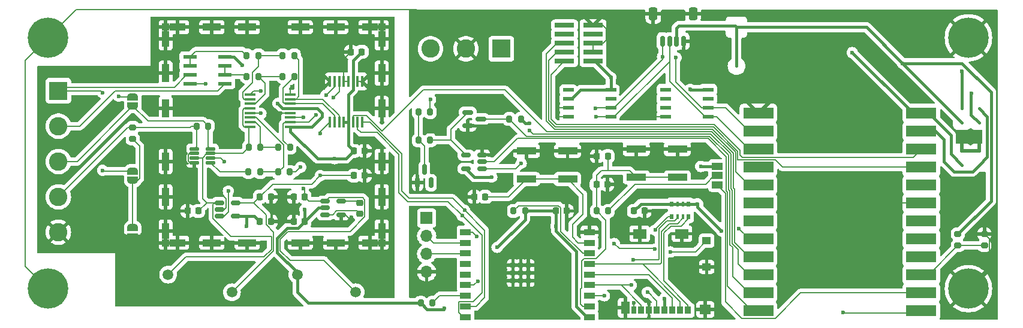
<source format=gtl>
G04 #@! TF.GenerationSoftware,KiCad,Pcbnew,8.0.6*
G04 #@! TF.CreationDate,2024-11-11T18:20:11-08:00*
G04 #@! TF.ProjectId,Soil Power Sensor,536f696c-2050-46f7-9765-722053656e73,2.2.2*
G04 #@! TF.SameCoordinates,Original*
G04 #@! TF.FileFunction,Copper,L1,Top*
G04 #@! TF.FilePolarity,Positive*
%FSLAX46Y46*%
G04 Gerber Fmt 4.6, Leading zero omitted, Abs format (unit mm)*
G04 Created by KiCad (PCBNEW 8.0.6) date 2024-11-11 18:20:11*
%MOMM*%
%LPD*%
G01*
G04 APERTURE LIST*
G04 Aperture macros list*
%AMRoundRect*
0 Rectangle with rounded corners*
0 $1 Rounding radius*
0 $2 $3 $4 $5 $6 $7 $8 $9 X,Y pos of 4 corners*
0 Add a 4 corners polygon primitive as box body*
4,1,4,$2,$3,$4,$5,$6,$7,$8,$9,$2,$3,0*
0 Add four circle primitives for the rounded corners*
1,1,$1+$1,$2,$3*
1,1,$1+$1,$4,$5*
1,1,$1+$1,$6,$7*
1,1,$1+$1,$8,$9*
0 Add four rect primitives between the rounded corners*
20,1,$1+$1,$2,$3,$4,$5,0*
20,1,$1+$1,$4,$5,$6,$7,0*
20,1,$1+$1,$6,$7,$8,$9,0*
20,1,$1+$1,$8,$9,$2,$3,0*%
%AMFreePoly0*
4,1,19,0.500000,-0.750000,0.000000,-0.750000,0.000000,-0.744911,-0.071157,-0.744911,-0.207708,-0.704816,-0.327430,-0.627875,-0.420627,-0.520320,-0.479746,-0.390866,-0.500000,-0.250000,-0.500000,0.250000,-0.479746,0.390866,-0.420627,0.520320,-0.327430,0.627875,-0.207708,0.704816,-0.071157,0.744911,0.000000,0.744911,0.000000,0.750000,0.500000,0.750000,0.500000,-0.750000,0.500000,-0.750000,
$1*%
%AMFreePoly1*
4,1,19,0.000000,0.744911,0.071157,0.744911,0.207708,0.704816,0.327430,0.627875,0.420627,0.520320,0.479746,0.390866,0.500000,0.250000,0.500000,-0.250000,0.479746,-0.390866,0.420627,-0.520320,0.327430,-0.627875,0.207708,-0.704816,0.071157,-0.744911,0.000000,-0.744911,0.000000,-0.750000,-0.500000,-0.750000,-0.500000,0.750000,0.000000,0.750000,0.000000,0.744911,0.000000,0.744911,
$1*%
G04 Aperture macros list end*
G04 #@! TA.AperFunction,SMDPad,CuDef*
%ADD10RoundRect,0.200000X-0.200000X-0.275000X0.200000X-0.275000X0.200000X0.275000X-0.200000X0.275000X0*%
G04 #@! TD*
G04 #@! TA.AperFunction,SMDPad,CuDef*
%ADD11RoundRect,0.225000X-0.225000X-0.250000X0.225000X-0.250000X0.225000X0.250000X-0.225000X0.250000X0*%
G04 #@! TD*
G04 #@! TA.AperFunction,SMDPad,CuDef*
%ADD12RoundRect,0.225000X0.225000X0.250000X-0.225000X0.250000X-0.225000X-0.250000X0.225000X-0.250000X0*%
G04 #@! TD*
G04 #@! TA.AperFunction,SMDPad,CuDef*
%ADD13RoundRect,0.150000X-0.587500X-0.150000X0.587500X-0.150000X0.587500X0.150000X-0.587500X0.150000X0*%
G04 #@! TD*
G04 #@! TA.AperFunction,ComponentPad*
%ADD14C,3.600000*%
G04 #@! TD*
G04 #@! TA.AperFunction,ConnectorPad*
%ADD15C,5.700000*%
G04 #@! TD*
G04 #@! TA.AperFunction,SMDPad,CuDef*
%ADD16C,1.500000*%
G04 #@! TD*
G04 #@! TA.AperFunction,SMDPad,CuDef*
%ADD17RoundRect,0.200000X0.200000X0.275000X-0.200000X0.275000X-0.200000X-0.275000X0.200000X-0.275000X0*%
G04 #@! TD*
G04 #@! TA.AperFunction,SMDPad,CuDef*
%ADD18R,1.980000X0.530000*%
G04 #@! TD*
G04 #@! TA.AperFunction,SMDPad,CuDef*
%ADD19R,1.500000X1.000000*%
G04 #@! TD*
G04 #@! TA.AperFunction,ComponentPad*
%ADD20R,2.600000X2.600000*%
G04 #@! TD*
G04 #@! TA.AperFunction,ComponentPad*
%ADD21C,2.600000*%
G04 #@! TD*
G04 #@! TA.AperFunction,SMDPad,CuDef*
%ADD22RoundRect,0.150000X0.150000X0.625000X-0.150000X0.625000X-0.150000X-0.625000X0.150000X-0.625000X0*%
G04 #@! TD*
G04 #@! TA.AperFunction,SMDPad,CuDef*
%ADD23RoundRect,0.250000X0.350000X0.650000X-0.350000X0.650000X-0.350000X-0.650000X0.350000X-0.650000X0*%
G04 #@! TD*
G04 #@! TA.AperFunction,SMDPad,CuDef*
%ADD24RoundRect,0.125000X-0.537500X-0.125000X0.537500X-0.125000X0.537500X0.125000X-0.537500X0.125000X0*%
G04 #@! TD*
G04 #@! TA.AperFunction,SMDPad,CuDef*
%ADD25R,4.300000X1.650000*%
G04 #@! TD*
G04 #@! TA.AperFunction,SMDPad,CuDef*
%ADD26RoundRect,0.150000X-0.512500X-0.150000X0.512500X-0.150000X0.512500X0.150000X-0.512500X0.150000X0*%
G04 #@! TD*
G04 #@! TA.AperFunction,SMDPad,CuDef*
%ADD27R,2.800000X1.000000*%
G04 #@! TD*
G04 #@! TA.AperFunction,SMDPad,CuDef*
%ADD28R,1.500000X0.900000*%
G04 #@! TD*
G04 #@! TA.AperFunction,SMDPad,CuDef*
%ADD29R,0.700000X0.700000*%
G04 #@! TD*
G04 #@! TA.AperFunction,SMDPad,CuDef*
%ADD30RoundRect,0.200000X-0.275000X0.200000X-0.275000X-0.200000X0.275000X-0.200000X0.275000X0.200000X0*%
G04 #@! TD*
G04 #@! TA.AperFunction,SMDPad,CuDef*
%ADD31R,0.500000X0.800000*%
G04 #@! TD*
G04 #@! TA.AperFunction,SMDPad,CuDef*
%ADD32R,0.400000X0.800000*%
G04 #@! TD*
G04 #@! TA.AperFunction,SMDPad,CuDef*
%ADD33R,1.000000X1.000000*%
G04 #@! TD*
G04 #@! TA.AperFunction,SMDPad,CuDef*
%ADD34R,1.000000X2.300000*%
G04 #@! TD*
G04 #@! TA.AperFunction,SMDPad,CuDef*
%ADD35R,1.000000X2.600000*%
G04 #@! TD*
G04 #@! TA.AperFunction,SMDPad,CuDef*
%ADD36R,2.300000X1.000000*%
G04 #@! TD*
G04 #@! TA.AperFunction,SMDPad,CuDef*
%ADD37R,2.600000X1.000000*%
G04 #@! TD*
G04 #@! TA.AperFunction,SMDPad,CuDef*
%ADD38FreePoly0,270.000000*%
G04 #@! TD*
G04 #@! TA.AperFunction,SMDPad,CuDef*
%ADD39FreePoly1,270.000000*%
G04 #@! TD*
G04 #@! TA.AperFunction,SMDPad,CuDef*
%ADD40RoundRect,0.051250X-0.733750X-0.153750X0.733750X-0.153750X0.733750X0.153750X-0.733750X0.153750X0*%
G04 #@! TD*
G04 #@! TA.AperFunction,SMDPad,CuDef*
%ADD41RoundRect,0.150000X0.512500X0.150000X-0.512500X0.150000X-0.512500X-0.150000X0.512500X-0.150000X0*%
G04 #@! TD*
G04 #@! TA.AperFunction,SMDPad,CuDef*
%ADD42R,2.770000X0.650000*%
G04 #@! TD*
G04 #@! TA.AperFunction,SMDPad,CuDef*
%ADD43FreePoly0,90.000000*%
G04 #@! TD*
G04 #@! TA.AperFunction,SMDPad,CuDef*
%ADD44FreePoly1,90.000000*%
G04 #@! TD*
G04 #@! TA.AperFunction,SMDPad,CuDef*
%ADD45R,0.850000X1.100000*%
G04 #@! TD*
G04 #@! TA.AperFunction,SMDPad,CuDef*
%ADD46R,0.750000X1.100000*%
G04 #@! TD*
G04 #@! TA.AperFunction,SMDPad,CuDef*
%ADD47R,1.200000X1.000000*%
G04 #@! TD*
G04 #@! TA.AperFunction,SMDPad,CuDef*
%ADD48R,1.550000X1.350000*%
G04 #@! TD*
G04 #@! TA.AperFunction,SMDPad,CuDef*
%ADD49R,1.900000X1.350000*%
G04 #@! TD*
G04 #@! TA.AperFunction,SMDPad,CuDef*
%ADD50R,1.170000X1.800000*%
G04 #@! TD*
G04 #@! TA.AperFunction,SMDPad,CuDef*
%ADD51RoundRect,0.225000X-0.250000X0.225000X-0.250000X-0.225000X0.250000X-0.225000X0.250000X0.225000X0*%
G04 #@! TD*
G04 #@! TA.AperFunction,SMDPad,CuDef*
%ADD52R,1.500000X0.600000*%
G04 #@! TD*
G04 #@! TA.AperFunction,SMDPad,CuDef*
%ADD53RoundRect,0.200000X0.275000X-0.200000X0.275000X0.200000X-0.275000X0.200000X-0.275000X-0.200000X0*%
G04 #@! TD*
G04 #@! TA.AperFunction,SMDPad,CuDef*
%ADD54RoundRect,0.150000X0.150000X-0.587500X0.150000X0.587500X-0.150000X0.587500X-0.150000X-0.587500X0*%
G04 #@! TD*
G04 #@! TA.AperFunction,ComponentPad*
%ADD55R,1.700000X1.700000*%
G04 #@! TD*
G04 #@! TA.AperFunction,ComponentPad*
%ADD56O,1.700000X1.700000*%
G04 #@! TD*
G04 #@! TA.AperFunction,SMDPad,CuDef*
%ADD57R,0.450000X1.500000*%
G04 #@! TD*
G04 #@! TA.AperFunction,ViaPad*
%ADD58C,0.600000*%
G04 #@! TD*
G04 #@! TA.AperFunction,Conductor*
%ADD59C,0.400000*%
G04 #@! TD*
G04 #@! TA.AperFunction,Conductor*
%ADD60C,0.200000*%
G04 #@! TD*
G04 APERTURE END LIST*
D10*
X149675000Y-57000000D03*
X151325000Y-57000000D03*
D11*
X159725000Y-67500000D03*
X161275000Y-67500000D03*
D12*
X152775000Y-74000000D03*
X151225000Y-74000000D03*
X152775000Y-77500000D03*
X151225000Y-77500000D03*
X160850000Y-53500000D03*
X159300000Y-53500000D03*
D10*
X149040000Y-70500000D03*
X150690000Y-70500000D03*
D13*
X175800000Y-62050000D03*
X175800000Y-63950000D03*
X177675000Y-63000000D03*
D14*
X116500000Y-51500000D03*
D15*
X116500000Y-51500000D03*
D11*
X159725000Y-71000000D03*
X161275000Y-71000000D03*
D16*
X133500000Y-85000000D03*
X160000000Y-87500000D03*
D17*
X195650000Y-76000000D03*
X194000000Y-76000000D03*
D18*
X136570000Y-54190000D03*
X136570000Y-55460000D03*
X136570000Y-56730000D03*
X136570000Y-58000000D03*
X141500000Y-58000000D03*
X141500000Y-56730000D03*
X141500000Y-55460000D03*
X141500000Y-54190000D03*
D14*
X116500000Y-87000000D03*
D15*
X116500000Y-87000000D03*
D19*
X211000000Y-69700000D03*
X211000000Y-71000000D03*
X211000000Y-72300000D03*
D10*
X144875000Y-67000000D03*
X146525000Y-67000000D03*
D12*
X148000000Y-77500000D03*
X146450000Y-77500000D03*
D17*
X183325000Y-63000000D03*
X181675000Y-63000000D03*
D10*
X137530000Y-64000000D03*
X139180000Y-64000000D03*
D16*
X142500000Y-87500000D03*
D10*
X182250000Y-76000000D03*
X183900000Y-76000000D03*
D20*
X180550000Y-53050000D03*
D21*
X175550000Y-53050000D03*
X170550000Y-53050000D03*
D11*
X146450000Y-74000000D03*
X148000000Y-74000000D03*
D12*
X195574239Y-68250000D03*
X194024239Y-68250000D03*
D22*
X206300000Y-52000000D03*
X205300000Y-52000000D03*
X204300000Y-52000000D03*
X203300000Y-52000000D03*
D23*
X207600000Y-48125000D03*
X202000000Y-48125000D03*
D24*
X137225000Y-67200000D03*
X137225000Y-67850000D03*
X137225000Y-68500000D03*
X137225000Y-69150000D03*
X139500000Y-69150000D03*
X139500000Y-68500000D03*
X139500000Y-67850000D03*
X139500000Y-67200000D03*
D14*
X246500000Y-51500000D03*
D15*
X246500000Y-51500000D03*
D25*
X216843331Y-62172127D03*
X216843331Y-64712127D03*
X216843331Y-67252127D03*
X216843331Y-69792127D03*
X216843331Y-72332127D03*
X216843331Y-74872127D03*
X216843331Y-77412127D03*
X216843331Y-79952127D03*
X216843331Y-82492127D03*
X216843331Y-85032127D03*
X216843331Y-87572127D03*
X216843331Y-90112127D03*
X239843331Y-90112127D03*
X239843331Y-87572127D03*
X239843331Y-85032127D03*
X239843331Y-82492127D03*
X239843331Y-79952127D03*
X239843331Y-77412127D03*
X239843331Y-74872127D03*
X239843331Y-72332127D03*
X239843331Y-69792127D03*
X239843331Y-67252127D03*
X239843331Y-64712127D03*
X239843331Y-62172127D03*
D26*
X140737500Y-74840000D03*
X140737500Y-75790000D03*
X140737500Y-76740000D03*
X143012500Y-76740000D03*
X143012500Y-74840000D03*
D12*
X137775000Y-76000000D03*
X136225000Y-76000000D03*
D11*
X188250000Y-76000000D03*
X189800000Y-76000000D03*
X199250000Y-76000000D03*
X200800000Y-76000000D03*
D27*
X184100000Y-67500000D03*
X189900000Y-67500000D03*
X184100000Y-71500000D03*
X189900000Y-71500000D03*
D20*
X118000000Y-59000000D03*
D21*
X118000000Y-64000000D03*
X118000000Y-69000000D03*
X118000000Y-74000000D03*
X118000000Y-79000000D03*
D28*
X193000000Y-91000000D03*
X193000000Y-89500000D03*
X193000000Y-88000000D03*
X193000000Y-86500000D03*
X193000000Y-85000000D03*
X193000000Y-83500000D03*
X193000000Y-82000000D03*
X193000000Y-80500000D03*
X193000000Y-79000000D03*
X175500000Y-79000000D03*
X175500000Y-80500000D03*
X175500000Y-82000000D03*
X175500000Y-83500000D03*
X175500000Y-85000000D03*
X175500000Y-86500000D03*
X175500000Y-88000000D03*
X175500000Y-89500000D03*
X175500000Y-91000000D03*
D29*
X184390000Y-85900000D03*
X183290000Y-85900000D03*
X182190000Y-85900000D03*
X184390000Y-84800000D03*
X183290000Y-84800000D03*
X182190000Y-84800000D03*
X184390000Y-83700000D03*
X183290000Y-83700000D03*
X182190000Y-83700000D03*
D30*
X248750000Y-79250000D03*
X248750000Y-80900000D03*
D17*
X170500000Y-62000000D03*
X168850000Y-62000000D03*
D12*
X178275000Y-74000000D03*
X176725000Y-74000000D03*
D31*
X204600000Y-76800000D03*
D32*
X205400000Y-76800000D03*
X206200000Y-76800000D03*
D31*
X207000000Y-76800000D03*
X207000000Y-75000000D03*
D32*
X206200000Y-75000000D03*
X205400000Y-75000000D03*
D31*
X204600000Y-75000000D03*
D33*
X133158455Y-50000000D03*
D34*
X133158455Y-51650000D03*
D35*
X133158455Y-56500000D03*
X133158455Y-61500000D03*
X133158455Y-69000000D03*
X133158455Y-74000000D03*
D34*
X133158455Y-78850000D03*
D33*
X133158455Y-80500000D03*
D36*
X134808455Y-50000000D03*
X134808455Y-80500000D03*
D37*
X139658455Y-50000000D03*
X139658455Y-80500000D03*
X144658455Y-50000000D03*
X144658455Y-80500000D03*
X152158455Y-50000000D03*
X152158455Y-80500000D03*
X157158455Y-50000000D03*
X157158455Y-80500000D03*
D36*
X162008455Y-50000000D03*
X162008455Y-80500000D03*
D33*
X163658455Y-50000000D03*
D34*
X163658455Y-51650000D03*
D35*
X163658455Y-56500000D03*
X163658455Y-61500000D03*
X163658455Y-69000000D03*
X163658455Y-74000000D03*
D34*
X163658455Y-78850000D03*
D33*
X163658455Y-80500000D03*
D38*
X128500000Y-78350000D03*
D39*
X128500000Y-79650000D03*
D10*
X144595000Y-54000000D03*
X146245000Y-54000000D03*
D40*
X145030000Y-59525000D03*
X145030000Y-60175000D03*
X145030000Y-60825000D03*
X145030000Y-61475000D03*
X145030000Y-62125000D03*
X145030000Y-62775000D03*
X145030000Y-63425000D03*
X145030000Y-64075000D03*
X150770000Y-64075000D03*
X150770000Y-63425000D03*
X150770000Y-62775000D03*
X150770000Y-62125000D03*
X150770000Y-61475000D03*
X150770000Y-60825000D03*
X150770000Y-60175000D03*
X150770000Y-59525000D03*
D41*
X177812500Y-70000000D03*
X177812500Y-69050000D03*
X177812500Y-68100000D03*
X175537500Y-68100000D03*
X175537500Y-70000000D03*
D16*
X151750000Y-85000000D03*
D42*
X193500000Y-54810000D03*
X189470000Y-54810000D03*
X193500000Y-53540000D03*
X189470000Y-53540000D03*
X193500000Y-52270000D03*
X189470000Y-52270000D03*
X193500000Y-51000000D03*
X189470000Y-51000000D03*
X193500000Y-49730000D03*
X189470000Y-49730000D03*
D43*
X128500000Y-61150000D03*
D44*
X128500000Y-59850000D03*
D10*
X144595000Y-57000000D03*
X146245000Y-57000000D03*
D17*
X170825000Y-89000000D03*
X169175000Y-89000000D03*
D45*
X206905000Y-90050000D03*
X205805000Y-90050000D03*
X204705000Y-90050000D03*
X203605000Y-90050000D03*
X202505000Y-90050000D03*
X201405000Y-90050000D03*
X200305000Y-90050000D03*
D46*
X199255000Y-90050000D03*
D47*
X209540000Y-83900000D03*
X209540000Y-80200000D03*
D48*
X209365000Y-89925000D03*
D49*
X206040000Y-79225000D03*
X200070000Y-79225000D03*
D50*
X198045000Y-89700000D03*
D51*
X160565000Y-74835000D03*
X160565000Y-76385000D03*
D14*
X246500000Y-87000000D03*
D15*
X246500000Y-87000000D03*
D52*
X203750000Y-58840000D03*
X203750000Y-60110000D03*
X203750000Y-61380000D03*
X203750000Y-62650000D03*
X209750000Y-62650000D03*
X209750000Y-61380000D03*
X209750000Y-60110000D03*
X209750000Y-58840000D03*
D26*
X155680000Y-74625000D03*
X155680000Y-75575000D03*
X155680000Y-76525000D03*
X157955000Y-76525000D03*
X157955000Y-74625000D03*
D43*
X128500000Y-71650000D03*
D44*
X128500000Y-70350000D03*
D10*
X144850000Y-70500000D03*
X146500000Y-70500000D03*
D53*
X128500000Y-65825000D03*
X128500000Y-64175000D03*
D11*
X193975000Y-72250000D03*
X195525000Y-72250000D03*
D10*
X168850000Y-66000000D03*
X170500000Y-66000000D03*
D52*
X190000000Y-58890000D03*
X190000000Y-60160000D03*
X190000000Y-61430000D03*
X190000000Y-62700000D03*
X196000000Y-62700000D03*
X196000000Y-61430000D03*
X196000000Y-60160000D03*
X196000000Y-58890000D03*
D27*
X199600000Y-67250000D03*
X205400000Y-67250000D03*
X199600000Y-71250000D03*
X205400000Y-71250000D03*
D54*
X168725000Y-72000000D03*
X170625000Y-72000000D03*
X169675000Y-70125000D03*
D55*
X170000000Y-77000000D03*
D56*
X170000000Y-79540000D03*
X170000000Y-82080000D03*
X170000000Y-84620000D03*
D10*
X149075000Y-67000000D03*
X150725000Y-67000000D03*
X149675000Y-54000000D03*
X151325000Y-54000000D03*
D53*
X245000000Y-80900000D03*
X245000000Y-79250000D03*
D57*
X160900000Y-57665000D03*
X160250000Y-57665000D03*
X159600000Y-57665000D03*
X158950000Y-57665000D03*
X158300000Y-57665000D03*
X157650000Y-57665000D03*
X157000000Y-57665000D03*
X156350000Y-57665000D03*
X156350000Y-63465000D03*
X157000000Y-63465000D03*
X157650000Y-63465000D03*
X158300000Y-63465000D03*
X158950000Y-63465000D03*
X159600000Y-63465000D03*
X160250000Y-63465000D03*
X160900000Y-63465000D03*
D58*
X245600000Y-56200000D03*
X179950000Y-81144000D03*
X188250000Y-78150000D03*
X208250000Y-75000000D03*
X144000000Y-55400000D03*
X207200000Y-58800000D03*
X208700000Y-69700000D03*
X184500000Y-63600000D03*
X157000000Y-68600000D03*
X172500000Y-89800000D03*
X211646000Y-78800000D03*
X246900000Y-59400000D03*
X149000000Y-60800000D03*
X203600000Y-88400000D03*
X196000000Y-57100000D03*
X152800000Y-75800000D03*
X185150000Y-58950000D03*
X173600000Y-72600000D03*
X200850000Y-61600000D03*
X149600000Y-75800000D03*
X149400000Y-62200000D03*
X159200000Y-77200000D03*
X173050000Y-84550000D03*
X192550000Y-69600000D03*
X136600000Y-72000000D03*
X139000000Y-61800000D03*
X179400000Y-65800000D03*
X151000000Y-58400000D03*
X228000000Y-81600000D03*
X162800000Y-83000000D03*
X243650000Y-74750000D03*
X243500000Y-63100000D03*
X200500000Y-73400000D03*
X197200000Y-72250000D03*
X190150000Y-84600000D03*
X173000000Y-61250000D03*
X211000000Y-86600000D03*
X210400000Y-53550000D03*
X139800000Y-72000000D03*
X155000000Y-65000000D03*
X155000000Y-71000000D03*
X152600000Y-72800000D03*
X138800000Y-58000000D03*
X237200000Y-55100000D03*
X179200000Y-71200000D03*
X144600000Y-78200000D03*
X230100000Y-53600000D03*
X142000000Y-73200000D03*
X228800000Y-90378480D03*
X141400000Y-69000000D03*
X146600000Y-59000000D03*
X146600000Y-62200000D03*
X175025000Y-76675000D03*
X193900000Y-62700000D03*
X193850000Y-61450000D03*
X175368356Y-75918356D03*
X205200000Y-54300000D03*
X203300000Y-54200000D03*
X126500000Y-59750000D03*
X124250000Y-59250000D03*
X124250000Y-70250000D03*
X184500000Y-64600000D03*
X183350000Y-69250000D03*
X152625000Y-62775000D03*
X155800000Y-59600000D03*
X152200000Y-69800000D03*
X154400000Y-62400000D03*
X156800000Y-60000000D03*
X170550000Y-60200000D03*
X202227000Y-81400000D03*
X204400000Y-81800000D03*
X196500000Y-80600000D03*
X177100000Y-79600000D03*
X195100000Y-88000000D03*
X201173000Y-87500000D03*
X199279854Y-89020146D03*
X202273000Y-78700000D03*
X214100000Y-78500000D03*
X177273001Y-85913711D03*
X198900000Y-86500000D03*
X199200000Y-82900000D03*
D59*
X245600000Y-56200000D02*
X245600000Y-61500000D01*
X183925000Y-63600000D02*
X183325000Y-63000000D01*
X188250000Y-76000000D02*
X188250000Y-78150000D01*
X211600000Y-78800000D02*
X208250000Y-75450000D01*
X241862127Y-64712127D02*
X239843331Y-64712127D01*
X172500000Y-89800000D02*
X172400000Y-89900000D01*
X151750000Y-84712448D02*
X148900000Y-81862448D01*
X159600000Y-58862448D02*
X158950000Y-59512448D01*
X190450000Y-60160000D02*
X191720000Y-58890000D01*
X169175000Y-89000000D02*
X153250000Y-89000000D01*
X243050000Y-69050000D02*
X243050000Y-65900000D01*
X159600000Y-54750000D02*
X160850000Y-53500000D01*
X150770000Y-64770000D02*
X150770000Y-64075000D01*
X158950000Y-63465000D02*
X158300000Y-63465000D01*
X246873000Y-59427000D02*
X246900000Y-59400000D01*
X154523000Y-61475000D02*
X150770000Y-61475000D01*
X154600000Y-68600000D02*
X150770000Y-64770000D01*
X159725000Y-67500000D02*
X158625000Y-68600000D01*
X155200000Y-62700000D02*
X155200000Y-62152000D01*
X158625000Y-68600000D02*
X157000000Y-68600000D01*
X155680000Y-75575000D02*
X154700000Y-75575000D01*
X247050000Y-70450000D02*
X244450000Y-70450000D01*
X159600000Y-57665000D02*
X159600000Y-54750000D01*
X204600000Y-75000000D02*
X207000000Y-75000000D01*
X183900000Y-76000000D02*
X183900000Y-77194000D01*
X149000000Y-60800000D02*
X149675000Y-61475000D01*
X153250000Y-89000000D02*
X151750000Y-87500000D01*
X152775000Y-75825000D02*
X152800000Y-75800000D01*
X142790000Y-54190000D02*
X144000000Y-55400000D01*
X193710000Y-54810000D02*
X196000000Y-57100000D01*
X150337552Y-78400000D02*
X151875000Y-78400000D01*
X196000000Y-57100000D02*
X196000000Y-58890000D01*
X184500000Y-63600000D02*
X183925000Y-63600000D01*
X200250000Y-75000000D02*
X204600000Y-75000000D01*
X183900000Y-77194000D02*
X179950000Y-81144000D01*
X191150000Y-81703870D02*
X191150000Y-89504000D01*
X188250000Y-78803870D02*
X191150000Y-81703870D01*
X188250000Y-78150000D02*
X188250000Y-78803870D01*
X151750000Y-85000000D02*
X151750000Y-84712448D01*
X155200000Y-62152000D02*
X154523000Y-61475000D01*
X249150000Y-68350000D02*
X248000000Y-69500000D01*
X158950000Y-59512448D02*
X158950000Y-63465000D01*
X158950000Y-66725000D02*
X158950000Y-63465000D01*
X148900000Y-79837552D02*
X150337552Y-78400000D01*
X246873000Y-62373000D02*
X246873000Y-59427000D01*
X152775000Y-77500000D02*
X152775000Y-75825000D01*
X199250000Y-76000000D02*
X200250000Y-75000000D01*
X153825000Y-64075000D02*
X155200000Y-62700000D01*
X151875000Y-78400000D02*
X152775000Y-77500000D01*
X190000000Y-60160000D02*
X190450000Y-60160000D01*
X191720000Y-58890000D02*
X196000000Y-58890000D01*
X159725000Y-67500000D02*
X158950000Y-66725000D01*
X203605000Y-88405000D02*
X203600000Y-88400000D01*
X157000000Y-68600000D02*
X154600000Y-68600000D01*
X203605000Y-90050000D02*
X203605000Y-88405000D01*
X150770000Y-64075000D02*
X153825000Y-64075000D01*
X248000000Y-69500000D02*
X247050000Y-70450000D01*
X141500000Y-54190000D02*
X142790000Y-54190000D01*
X248000000Y-63500000D02*
X246873000Y-62373000D01*
X159600000Y-57665000D02*
X159600000Y-58862448D01*
X193500000Y-54810000D02*
X193710000Y-54810000D01*
X243050000Y-65900000D02*
X241862127Y-64712127D01*
X149675000Y-61475000D02*
X150770000Y-61475000D01*
X249150000Y-62650000D02*
X249150000Y-68350000D01*
X211000000Y-69700000D02*
X208700000Y-69700000D01*
X148900000Y-81862448D02*
X148900000Y-79837552D01*
X244450000Y-70450000D02*
X243050000Y-69050000D01*
X172400000Y-89900000D02*
X170075000Y-89900000D01*
X191150000Y-89504000D02*
X192646000Y-91000000D01*
X154700000Y-75575000D02*
X152775000Y-77500000D01*
X193000000Y-91000000D02*
X193500000Y-91000000D01*
X207240000Y-58840000D02*
X209750000Y-58840000D01*
X207000000Y-75000000D02*
X208250000Y-75000000D01*
X248000000Y-61500000D02*
X249150000Y-62650000D01*
X208250000Y-75450000D02*
X208250000Y-75000000D01*
X183900000Y-76000000D02*
X188250000Y-76000000D01*
X192646000Y-91000000D02*
X193000000Y-91000000D01*
X151750000Y-87500000D02*
X151750000Y-85000000D01*
X170075000Y-89900000D02*
X169175000Y-89000000D01*
X207200000Y-58800000D02*
X207240000Y-58840000D01*
X211646000Y-78800000D02*
X211600000Y-78800000D01*
D60*
X194900000Y-52270000D02*
X195350000Y-51820000D01*
X193500000Y-52270000D02*
X194900000Y-52270000D01*
X169500000Y-48500000D02*
X169500000Y-49000000D01*
X158950000Y-57665000D02*
X158300000Y-57665000D01*
X136335500Y-68922999D02*
X136335500Y-68064500D01*
X141673000Y-75516999D02*
X141673000Y-74273000D01*
X190000000Y-61430000D02*
X188570000Y-61430000D01*
X116500000Y-51500000D02*
X113300000Y-54700000D01*
X193500000Y-53540000D02*
X193500000Y-52270000D01*
X239843331Y-74872127D02*
X236577873Y-74872127D01*
X116500000Y-51500000D02*
X120500000Y-47500000D01*
X141673000Y-74273000D02*
X140600000Y-73200000D01*
X141399999Y-75790000D02*
X141673000Y-75516999D01*
X249452000Y-84548000D02*
X246500000Y-87500000D01*
X195350000Y-51820000D02*
X195350000Y-50220000D01*
X150770000Y-62125000D02*
X149475000Y-62125000D01*
X136562501Y-69150000D02*
X136335500Y-68922999D01*
X160250000Y-57665000D02*
X160900000Y-57665000D01*
X149475000Y-62125000D02*
X149400000Y-62200000D01*
X150770000Y-58630000D02*
X151000000Y-58400000D01*
X140737500Y-75790000D02*
X141399999Y-75790000D01*
X150770000Y-59525000D02*
X150770000Y-58630000D01*
X158300000Y-57665000D02*
X158300000Y-54500000D01*
X195350000Y-50220000D02*
X194860000Y-49730000D01*
X158525000Y-76525000D02*
X159200000Y-77200000D01*
X188570000Y-61430000D02*
X188550000Y-61450000D01*
X194860000Y-49730000D02*
X193500000Y-49730000D01*
X157955000Y-76525000D02*
X158525000Y-76525000D01*
X236577873Y-74872127D02*
X236550000Y-74900000D01*
X136550000Y-67850000D02*
X137225000Y-67850000D01*
X190000000Y-62700000D02*
X188600000Y-62700000D01*
X120500000Y-47500000D02*
X168500000Y-47500000D01*
X113300000Y-54700000D02*
X113300000Y-83800000D01*
X136335500Y-68064500D02*
X136550000Y-67850000D01*
X158300000Y-54500000D02*
X159300000Y-53500000D01*
X249452000Y-79952000D02*
X249452000Y-84548000D01*
X137225000Y-69150000D02*
X136562501Y-69150000D01*
X203750000Y-62650000D02*
X202300000Y-62650000D01*
X168500000Y-47500000D02*
X169500000Y-48500000D01*
X248750000Y-79250000D02*
X249452000Y-79952000D01*
X113300000Y-83800000D02*
X116500000Y-87000000D01*
X148073000Y-79600000D02*
X148073000Y-81427000D01*
X138935000Y-74840000D02*
X138336234Y-74241234D01*
X138986234Y-67850000D02*
X139500000Y-67850000D01*
X138935000Y-74840000D02*
X137775000Y-76000000D01*
X144875000Y-67000000D02*
X144875000Y-64230000D01*
X139848000Y-75067001D02*
X139848000Y-77050316D01*
X144018000Y-61702001D02*
X144018000Y-63847999D01*
X138336234Y-68500000D02*
X138986234Y-67850000D01*
X144245001Y-64075000D02*
X145030000Y-64075000D01*
X144025000Y-67850000D02*
X144875000Y-67000000D01*
X137225000Y-68500000D02*
X138336234Y-68500000D01*
X148073000Y-81427000D02*
X147000000Y-82500000D01*
X144875000Y-64230000D02*
X145030000Y-64075000D01*
X144018000Y-63847999D02*
X144245001Y-64075000D01*
X145030000Y-61475000D02*
X144245001Y-61475000D01*
X140737500Y-74840000D02*
X140075001Y-74840000D01*
X136000000Y-82500000D02*
X133500000Y-85000000D01*
X139500000Y-67850000D02*
X144025000Y-67850000D01*
X147000000Y-82500000D02*
X136000000Y-82500000D01*
X139848000Y-77050316D02*
X142397684Y-79600000D01*
X140737500Y-74840000D02*
X138935000Y-74840000D01*
X144245001Y-61475000D02*
X144018000Y-61702001D01*
X138336234Y-74241234D02*
X138336234Y-68500000D01*
X140075001Y-74840000D02*
X139848000Y-75067001D01*
X142397684Y-79600000D02*
X148073000Y-79600000D01*
X143012500Y-74840000D02*
X145610000Y-74840000D01*
X146450000Y-74000000D02*
X148250000Y-72200000D01*
X148400000Y-79020460D02*
X148400000Y-81600000D01*
X145610000Y-74840000D02*
X147323000Y-76553000D01*
X145610000Y-74840000D02*
X146450000Y-74000000D01*
X147323000Y-76553000D02*
X147323000Y-77943460D01*
X155000000Y-71000000D02*
X159725000Y-71000000D01*
X148400000Y-81600000D02*
X142500000Y-87500000D01*
X155000000Y-65000000D02*
X155000000Y-64815000D01*
X148250000Y-72200000D02*
X153800000Y-72200000D01*
X153800000Y-72200000D02*
X155000000Y-71000000D01*
X155000000Y-64815000D02*
X156350000Y-63465000D01*
X147323000Y-77943460D02*
X148400000Y-79020460D01*
X150700000Y-83000000D02*
X149327000Y-81627000D01*
X161267000Y-76803460D02*
X161267000Y-74416540D01*
X153400000Y-74625000D02*
X152775000Y-74000000D01*
X156207000Y-74098000D02*
X155680000Y-74625000D01*
X149327000Y-80014422D02*
X150441422Y-78900000D01*
X160000000Y-87500000D02*
X155500000Y-83000000D01*
X150441422Y-78900000D02*
X159170460Y-78900000D01*
X136570000Y-58000000D02*
X138800000Y-58000000D01*
X152775000Y-74000000D02*
X152775000Y-72975000D01*
X159170460Y-78900000D02*
X161267000Y-76803460D01*
X155500000Y-83000000D02*
X150700000Y-83000000D01*
X161267000Y-74416540D02*
X160948460Y-74098000D01*
X149327000Y-81627000D02*
X149327000Y-80014422D01*
X155680000Y-74625000D02*
X153400000Y-74625000D01*
X152775000Y-72975000D02*
X152600000Y-72800000D01*
X160948460Y-74098000D02*
X156207000Y-74098000D01*
D59*
X179200000Y-71200000D02*
X176737500Y-71200000D01*
X145690000Y-76740000D02*
X146450000Y-77500000D01*
X249677000Y-59169957D02*
X245607043Y-55100000D01*
X205600000Y-49800000D02*
X213550000Y-49800000D01*
X205300000Y-52000000D02*
X205300000Y-50100000D01*
X213750000Y-50000000D02*
X232100000Y-50000000D01*
X245000000Y-79250000D02*
X249677000Y-74573000D01*
X245600000Y-63500000D02*
X237200000Y-55100000D01*
X176737500Y-71200000D02*
X175537500Y-70000000D01*
X213750000Y-50000000D02*
X213750000Y-55500000D01*
X213550000Y-49800000D02*
X213750000Y-50000000D01*
X249677000Y-74573000D02*
X249677000Y-59169957D01*
X205300000Y-50100000D02*
X205600000Y-49800000D01*
X245607043Y-55100000D02*
X237200000Y-55100000D01*
X143012500Y-76740000D02*
X144600000Y-76740000D01*
X144600000Y-76740000D02*
X144600000Y-78200000D01*
X144600000Y-76740000D02*
X145690000Y-76740000D01*
X232100000Y-50000000D02*
X237200000Y-55100000D01*
X244050000Y-67950000D02*
X245600000Y-69500000D01*
X244050000Y-65289796D02*
X244050000Y-67950000D01*
X239843331Y-62172127D02*
X240932331Y-62172127D01*
X240932331Y-62172127D02*
X244050000Y-65289796D01*
X230100000Y-53600000D02*
X238672127Y-62172127D01*
X238672127Y-62172127D02*
X239843331Y-62172127D01*
D60*
X222812331Y-87572127D02*
X219220331Y-91164127D01*
X239843331Y-87572127D02*
X222812331Y-87572127D01*
X214466331Y-91164127D02*
X212173000Y-88870796D01*
X212173000Y-73473000D02*
X211000000Y-72300000D01*
X219220331Y-91164127D02*
X214466331Y-91164127D01*
X212173000Y-88870796D02*
X212173000Y-73473000D01*
X146525000Y-67000000D02*
X149075000Y-67000000D01*
X145814999Y-63425000D02*
X146525000Y-64135001D01*
X146525000Y-64135001D02*
X146525000Y-67000000D01*
X145030000Y-63425000D02*
X145814999Y-63425000D01*
X139500000Y-68500000D02*
X140900000Y-68500000D01*
X146525000Y-62125000D02*
X146600000Y-62200000D01*
X146600000Y-59000000D02*
X145555000Y-59000000D01*
X145030000Y-62125000D02*
X146525000Y-62125000D01*
X141399999Y-76740000D02*
X140737500Y-76740000D01*
X239555458Y-90400000D02*
X239843331Y-90112127D01*
X228800000Y-90378480D02*
X228821520Y-90400000D01*
X145555000Y-59000000D02*
X145030000Y-59525000D01*
X228821520Y-90400000D02*
X239555458Y-90400000D01*
X142000000Y-76139999D02*
X141399999Y-76740000D01*
X140900000Y-68500000D02*
X141400000Y-69000000D01*
X142000000Y-73200000D02*
X142000000Y-76139999D01*
X167300000Y-74650000D02*
X166100000Y-73450000D01*
X162987552Y-64900000D02*
X160735000Y-64900000D01*
X210900000Y-62650000D02*
X215502127Y-67252127D01*
X175025000Y-76675000D02*
X177800000Y-79450000D01*
X166100000Y-73450000D02*
X166100000Y-68012448D01*
X204300000Y-57650000D02*
X204300000Y-54850000D01*
X173000000Y-74650000D02*
X167300000Y-74650000D01*
X209300000Y-62650000D02*
X204300000Y-57650000D01*
X196450000Y-62700000D02*
X204300000Y-54850000D01*
X175200000Y-91000000D02*
X175500000Y-91000000D01*
X209750000Y-62650000D02*
X210900000Y-62650000D01*
X204300000Y-54850000D02*
X204300000Y-52000000D01*
X193900000Y-62700000D02*
X196000000Y-62700000D01*
X160735000Y-64900000D02*
X160250000Y-64415000D01*
X174523000Y-88823000D02*
X174523000Y-90323000D01*
X209750000Y-62650000D02*
X209300000Y-62650000D01*
X177800000Y-79450000D02*
X177800000Y-87600000D01*
X166100000Y-68012448D02*
X162987552Y-64900000D01*
X215502127Y-67252127D02*
X216843331Y-67252127D01*
X177800000Y-87600000D02*
X176577000Y-88823000D01*
X174523000Y-90323000D02*
X175200000Y-91000000D01*
X175025000Y-76675000D02*
X173000000Y-74650000D01*
X176577000Y-88823000D02*
X174523000Y-88823000D01*
X196000000Y-62700000D02*
X196450000Y-62700000D01*
X160250000Y-64415000D02*
X160250000Y-63465000D01*
X176950000Y-89500000D02*
X175500000Y-89500000D01*
X196000000Y-61430000D02*
X196450000Y-61430000D01*
X209750000Y-61380000D02*
X208800000Y-61380000D01*
X215518331Y-64712127D02*
X212186204Y-61380000D01*
X193870000Y-61430000D02*
X196000000Y-61430000D01*
X166500000Y-73200000D02*
X166500000Y-67950000D01*
X175368356Y-75918356D02*
X173650000Y-74200000D01*
X212186204Y-61380000D02*
X209750000Y-61380000D01*
X178200000Y-88250000D02*
X176950000Y-89500000D01*
X203300000Y-54200000D02*
X203300000Y-52000000D01*
X162015000Y-63465000D02*
X160900000Y-63465000D01*
X216843331Y-64712127D02*
X215518331Y-64712127D01*
X166500000Y-67950000D02*
X162015000Y-63465000D01*
X196450000Y-61430000D02*
X203300000Y-54580000D01*
X178200000Y-78750000D02*
X178200000Y-88250000D01*
X203300000Y-54580000D02*
X203300000Y-54200000D01*
X208800000Y-61380000D02*
X205200000Y-57780000D01*
X173650000Y-74200000D02*
X167500000Y-74200000D01*
X167500000Y-74200000D02*
X166500000Y-73200000D01*
X193850000Y-61450000D02*
X193870000Y-61430000D01*
X175368356Y-75918356D02*
X178200000Y-78750000D01*
X205200000Y-57780000D02*
X205200000Y-54300000D01*
X184100000Y-71500000D02*
X189900000Y-71500000D01*
X191400000Y-80500000D02*
X193000000Y-80500000D01*
X181600000Y-74000000D02*
X184100000Y-71500000D01*
X178275000Y-74000000D02*
X181600000Y-74000000D01*
X190600000Y-79700000D02*
X191400000Y-80500000D01*
X190600000Y-77900000D02*
X190600000Y-79700000D01*
X192050000Y-76450000D02*
X190600000Y-77900000D01*
X192050000Y-73650000D02*
X192050000Y-76450000D01*
X189900000Y-71500000D02*
X192050000Y-73650000D01*
X215518331Y-72332127D02*
X216843331Y-72332127D01*
X189470000Y-52270000D02*
X188410000Y-52270000D01*
X213608000Y-67683104D02*
X213608000Y-70421796D01*
X186900000Y-53780000D02*
X186900000Y-63300000D01*
X210366896Y-64442000D02*
X213608000Y-67683104D01*
X188042000Y-64442000D02*
X210366896Y-64442000D01*
X213608000Y-70421796D02*
X215518331Y-72332127D01*
X186900000Y-63300000D02*
X188042000Y-64442000D01*
X188410000Y-52270000D02*
X186900000Y-53780000D01*
X188177448Y-64115000D02*
X210502344Y-64115000D01*
X220230204Y-69750000D02*
X239801204Y-69750000D01*
X187227000Y-54723000D02*
X187227000Y-63164552D01*
X213935000Y-68740127D02*
X219220331Y-68740127D01*
X187227000Y-63164552D02*
X188177448Y-64115000D01*
X188410000Y-53540000D02*
X187227000Y-54723000D01*
X213935000Y-67547656D02*
X213935000Y-68740127D01*
X219220331Y-68740127D02*
X220230204Y-69750000D01*
X189470000Y-53540000D02*
X188410000Y-53540000D01*
X239801204Y-69750000D02*
X239843331Y-69792127D01*
X210502344Y-64115000D02*
X213935000Y-67547656D01*
X214262000Y-68099796D02*
X214562204Y-68400000D01*
X210637792Y-63788000D02*
X214262000Y-67412208D01*
X238695458Y-68400000D02*
X239843331Y-67252127D01*
X189470000Y-54810000D02*
X187554000Y-56726000D01*
X214262000Y-67412208D02*
X214262000Y-68099796D01*
X188312896Y-63788000D02*
X210637792Y-63788000D01*
X187554000Y-56726000D02*
X187554000Y-63029104D01*
X214562204Y-68400000D02*
X238695458Y-68400000D01*
X187554000Y-63029104D02*
X188312896Y-63788000D01*
X213281000Y-72731208D02*
X213481000Y-72931208D01*
X213481000Y-80454796D02*
X215518331Y-82492127D01*
X161500448Y-62488000D02*
X163706224Y-64693776D01*
X213281000Y-67818552D02*
X213281000Y-72731208D01*
X213481000Y-72931208D02*
X213481000Y-80454796D01*
X215518331Y-82492127D02*
X216843331Y-82492127D01*
X159600000Y-63465000D02*
X159600000Y-62515000D01*
X169527000Y-58873000D02*
X181073000Y-58873000D01*
X159600000Y-62515000D02*
X159627000Y-62488000D01*
X159627000Y-62488000D02*
X161500448Y-62488000D01*
X210231448Y-64769000D02*
X213281000Y-67818552D01*
X181073000Y-58873000D02*
X186969000Y-64769000D01*
X186969000Y-64769000D02*
X210231448Y-64769000D01*
X163706224Y-64693776D02*
X169527000Y-58873000D01*
X199600000Y-71250000D02*
X198650000Y-70300000D01*
X191696000Y-89146000D02*
X191696000Y-87041552D01*
X193954000Y-82700000D02*
X195300000Y-81354000D01*
X195300000Y-77300000D02*
X194000000Y-76000000D01*
X191850000Y-83050000D02*
X192200000Y-82700000D01*
X198650000Y-70300000D02*
X195600000Y-70300000D01*
X194000000Y-76000000D02*
X194000000Y-72275000D01*
X192200000Y-82700000D02*
X193954000Y-82700000D01*
X191696000Y-87041552D02*
X191850000Y-86887552D01*
X192050000Y-89500000D02*
X191696000Y-89146000D01*
X194650000Y-70300000D02*
X193975000Y-70975000D01*
X193000000Y-89500000D02*
X192050000Y-89500000D01*
X195600000Y-70300000D02*
X194650000Y-70300000D01*
X193975000Y-70975000D02*
X193975000Y-72250000D01*
X195300000Y-81354000D02*
X195300000Y-77300000D01*
X195574239Y-68250000D02*
X195574239Y-70274239D01*
X195574239Y-70274239D02*
X195600000Y-70300000D01*
X205400000Y-71250000D02*
X199600000Y-71250000D01*
X191850000Y-86887552D02*
X191850000Y-83050000D01*
X194000000Y-72275000D02*
X193975000Y-72250000D01*
X126600000Y-59850000D02*
X128500000Y-59850000D01*
X118000000Y-59000000D02*
X118500000Y-58500000D01*
X118000000Y-59000000D02*
X124000000Y-59000000D01*
X118500000Y-58500000D02*
X134361000Y-58500000D01*
X136131000Y-56730000D02*
X136570000Y-56730000D01*
X134361000Y-58500000D02*
X136131000Y-56730000D01*
X124000000Y-59000000D02*
X124250000Y-59250000D01*
X126500000Y-59750000D02*
X126600000Y-59850000D01*
X170000000Y-82080000D02*
X175420000Y-82080000D01*
X175420000Y-82080000D02*
X175500000Y-82000000D01*
X170960000Y-80500000D02*
X175500000Y-80500000D01*
X170000000Y-79540000D02*
X170960000Y-80500000D01*
X121000000Y-64000000D02*
X126000000Y-59000000D01*
X124350000Y-70350000D02*
X128500000Y-70350000D01*
X140500000Y-59000000D02*
X141500000Y-58000000D01*
X118000000Y-64000000D02*
X121000000Y-64000000D01*
X126000000Y-59000000D02*
X140500000Y-59000000D01*
X124250000Y-70250000D02*
X124350000Y-70350000D01*
X118000000Y-69000000D02*
X120650000Y-69000000D01*
X128500000Y-61150000D02*
X130648000Y-63298000D01*
X139180000Y-64000000D02*
X139180000Y-66880000D01*
X130648000Y-63298000D02*
X138478000Y-63298000D01*
X120650000Y-69000000D02*
X128500000Y-61150000D01*
X138478000Y-63298000D02*
X139180000Y-64000000D01*
X139180000Y-66880000D02*
X139500000Y-67200000D01*
X136575000Y-64175000D02*
X130500000Y-64175000D01*
X137530000Y-64000000D02*
X137530000Y-66895000D01*
X136750000Y-64000000D02*
X136575000Y-64175000D01*
X118000000Y-74000000D02*
X127825000Y-64175000D01*
X127825000Y-64175000D02*
X128500000Y-64175000D01*
X130500000Y-64175000D02*
X128500000Y-64175000D01*
X137530000Y-64000000D02*
X136750000Y-64000000D01*
X137530000Y-66895000D02*
X137225000Y-67200000D01*
X175800000Y-62050000D02*
X173437500Y-64412500D01*
X173437500Y-64412500D02*
X173437500Y-66000000D01*
X170500000Y-66000000D02*
X173437500Y-66000000D01*
X173437500Y-66000000D02*
X175537500Y-68100000D01*
X216843331Y-87572127D02*
X215518331Y-87572127D01*
X213200000Y-81162448D02*
X212827000Y-80789448D01*
X184098000Y-65423000D02*
X181675000Y-63000000D01*
X212627000Y-73002104D02*
X212627000Y-68127000D01*
X177675000Y-63000000D02*
X181675000Y-63000000D01*
X212627000Y-68127000D02*
X209923000Y-65423000D01*
X209923000Y-65423000D02*
X184098000Y-65423000D01*
X213200000Y-85253796D02*
X213200000Y-81162448D01*
X212827000Y-73202104D02*
X212627000Y-73002104D01*
X212827000Y-80789448D02*
X212827000Y-73202104D01*
X215518331Y-87572127D02*
X213200000Y-85253796D01*
X182600000Y-70000000D02*
X177812500Y-70000000D01*
X212954000Y-67954000D02*
X212954000Y-72866656D01*
X212954000Y-72866656D02*
X213154000Y-73066656D01*
X184500000Y-64600000D02*
X184996000Y-65096000D01*
X210096000Y-65096000D02*
X212954000Y-67954000D01*
X184996000Y-65096000D02*
X210096000Y-65096000D01*
X214000000Y-83513796D02*
X215518331Y-85032127D01*
X214000000Y-81500000D02*
X214000000Y-83513796D01*
X213154000Y-80654000D02*
X214000000Y-81500000D01*
X183350000Y-69250000D02*
X182600000Y-70000000D01*
X215518331Y-85032127D02*
X216843331Y-85032127D01*
X213154000Y-73066656D02*
X213154000Y-80654000D01*
X212300000Y-73137552D02*
X212500000Y-73337552D01*
X212500000Y-73337552D02*
X212500000Y-86657796D01*
X179550000Y-69050000D02*
X182850000Y-65750000D01*
X209750000Y-65750000D02*
X212300000Y-68300000D01*
X182850000Y-65750000D02*
X209750000Y-65750000D01*
X212300000Y-68300000D02*
X212300000Y-73137552D01*
X212500000Y-86657796D02*
X215954331Y-90112127D01*
X177812500Y-69050000D02*
X179550000Y-69050000D01*
X215954331Y-90112127D02*
X216843331Y-90112127D01*
X209396000Y-72200000D02*
X210596000Y-71000000D01*
X195650000Y-76000000D02*
X199450000Y-72200000D01*
X199450000Y-72200000D02*
X209396000Y-72200000D01*
X210596000Y-71000000D02*
X211000000Y-71000000D01*
X157000000Y-58400000D02*
X157000000Y-57665000D01*
X152625000Y-62775000D02*
X150770000Y-62775000D01*
X150690000Y-70500000D02*
X151500000Y-70500000D01*
X151500000Y-70500000D02*
X152200000Y-69800000D01*
X155800000Y-59600000D02*
X157000000Y-58400000D01*
X149985001Y-63425000D02*
X150770000Y-63425000D01*
X157650000Y-59150000D02*
X157650000Y-57665000D01*
X150725000Y-67000000D02*
X149758000Y-66033000D01*
X149758000Y-66033000D02*
X149758000Y-63652001D01*
X153375000Y-63425000D02*
X154400000Y-62400000D01*
X156800000Y-60000000D02*
X157650000Y-59150000D01*
X150770000Y-63425000D02*
X153375000Y-63425000D01*
X149758000Y-63652001D02*
X149985001Y-63425000D01*
X151952000Y-54627000D02*
X151952000Y-59777999D01*
X151554999Y-60175000D02*
X150770000Y-60175000D01*
X157650000Y-62515000D02*
X157650000Y-63465000D01*
X150770000Y-60175000D02*
X155310000Y-60175000D01*
X151952000Y-59777999D02*
X151554999Y-60175000D01*
X151325000Y-54000000D02*
X151952000Y-54627000D01*
X155310000Y-60175000D02*
X157650000Y-62515000D01*
X150770000Y-60825000D02*
X155310000Y-60825000D01*
X157000000Y-62515000D02*
X157000000Y-63465000D01*
X149758000Y-60597999D02*
X149985001Y-60825000D01*
X149985001Y-60825000D02*
X150770000Y-60825000D01*
X151325000Y-57000000D02*
X149758000Y-58567000D01*
X155310000Y-60825000D02*
X157000000Y-62515000D01*
X149758000Y-58567000D02*
X149758000Y-60597999D01*
X156755184Y-76525000D02*
X157282184Y-75998000D01*
X160178000Y-75998000D02*
X160565000Y-76385000D01*
X157282184Y-75998000D02*
X160178000Y-75998000D01*
X155680000Y-76525000D02*
X156755184Y-76525000D01*
X157955000Y-74625000D02*
X160355000Y-74625000D01*
X160355000Y-74625000D02*
X160565000Y-74835000D01*
X168850000Y-62000000D02*
X168850000Y-66000000D01*
X169675000Y-70125000D02*
X169675000Y-66825000D01*
X169675000Y-66825000D02*
X168850000Y-66000000D01*
X170500000Y-62000000D02*
X170500000Y-60250000D01*
X170500000Y-60250000D02*
X170550000Y-60200000D01*
X129255000Y-71650000D02*
X128500000Y-71650000D01*
X129482000Y-66807000D02*
X129482000Y-71423000D01*
X129482000Y-71423000D02*
X129255000Y-71650000D01*
X128500000Y-65825000D02*
X129482000Y-66807000D01*
X128500000Y-78350000D02*
X128500000Y-71650000D01*
X141500000Y-56730000D02*
X144325000Y-56730000D01*
X141500000Y-55460000D02*
X141500000Y-56730000D01*
X144325000Y-56730000D02*
X144595000Y-57000000D01*
X149675000Y-57000000D02*
X146245000Y-57000000D01*
X147200000Y-59439999D02*
X145814999Y-60825000D01*
X146245000Y-57000000D02*
X147200000Y-57955000D01*
X147200000Y-57955000D02*
X147200000Y-59439999D01*
X145814999Y-60825000D02*
X145030000Y-60825000D01*
X143995000Y-53400000D02*
X144595000Y-54000000D01*
X136570000Y-54190000D02*
X136570000Y-55460000D01*
X136570000Y-54190000D02*
X137360000Y-53400000D01*
X137360000Y-53400000D02*
X143995000Y-53400000D01*
X145030000Y-60175000D02*
X144245001Y-60175000D01*
X145400000Y-57850000D02*
X145400000Y-56400000D01*
X145400000Y-56400000D02*
X146245000Y-55555000D01*
X146245000Y-54000000D02*
X149675000Y-54000000D01*
X146245000Y-55555000D02*
X146245000Y-54000000D01*
X144245001Y-60175000D02*
X144018000Y-59947999D01*
X144018000Y-59947999D02*
X144018000Y-59232000D01*
X144018000Y-59232000D02*
X145400000Y-57850000D01*
X145030000Y-62775000D02*
X145934412Y-62775000D01*
X149800000Y-69740000D02*
X149040000Y-70500000D01*
X145934412Y-62775000D02*
X149800000Y-66640588D01*
X146500000Y-70500000D02*
X149040000Y-70500000D01*
X149800000Y-66640588D02*
X149800000Y-69740000D01*
X140850000Y-70500000D02*
X139500000Y-69150000D01*
X144850000Y-70500000D02*
X140850000Y-70500000D01*
X170825000Y-89000000D02*
X171825000Y-88000000D01*
X171825000Y-88000000D02*
X175500000Y-88000000D01*
X183000000Y-75250000D02*
X182250000Y-76000000D01*
X188620460Y-75250000D02*
X183000000Y-75250000D01*
X192050000Y-82000000D02*
X188950000Y-78900000D01*
X188950000Y-75579540D02*
X188620460Y-75250000D01*
X193000000Y-82000000D02*
X192050000Y-82000000D01*
X188950000Y-78900000D02*
X188950000Y-75579540D01*
X245000000Y-80900000D02*
X248750000Y-80900000D01*
X239843331Y-85032127D02*
X240867873Y-85032127D01*
X240867873Y-85032127D02*
X245000000Y-80900000D01*
X202127000Y-81300000D02*
X197200000Y-81300000D01*
X207940000Y-81800000D02*
X209540000Y-80200000D01*
X202227000Y-81400000D02*
X202127000Y-81300000D01*
X204400000Y-81800000D02*
X207940000Y-81800000D01*
X175500000Y-79000000D02*
X176500000Y-79000000D01*
X197200000Y-81300000D02*
X196500000Y-80600000D01*
X176500000Y-79000000D02*
X177100000Y-79600000D01*
X201300000Y-87500000D02*
X202505000Y-88705000D01*
X193000000Y-88000000D02*
X195100000Y-88000000D01*
X201173000Y-87500000D02*
X201300000Y-87500000D01*
X202505000Y-88705000D02*
X202505000Y-90050000D01*
X201400000Y-85000000D02*
X204705000Y-88305000D01*
X204705000Y-88305000D02*
X204705000Y-90050000D01*
X193000000Y-85000000D02*
X201400000Y-85000000D01*
X202273000Y-78564552D02*
X204037552Y-76800000D01*
X202273000Y-78700000D02*
X202273000Y-78564552D01*
X204037552Y-76800000D02*
X204600000Y-76800000D01*
X199255000Y-90050000D02*
X199255000Y-89045000D01*
X199255000Y-89045000D02*
X199279854Y-89020146D01*
X177273001Y-85913711D02*
X176686712Y-86500000D01*
X176686712Y-86500000D02*
X175500000Y-86500000D01*
X215552127Y-79952127D02*
X216843331Y-79952127D01*
X214100000Y-78500000D02*
X215552127Y-79952127D01*
X203500000Y-85895000D02*
X206905000Y-89300000D01*
X205927000Y-78127000D02*
X204473000Y-78127000D01*
X203500000Y-79100000D02*
X203500000Y-85895000D01*
X207000000Y-76800000D02*
X207000000Y-77054000D01*
X204473000Y-78127000D02*
X203500000Y-79100000D01*
X207000000Y-77054000D02*
X205927000Y-78127000D01*
X206905000Y-89300000D02*
X206905000Y-90050000D01*
X205400000Y-76800000D02*
X205400000Y-77000000D01*
X200305000Y-89300000D02*
X197505000Y-86500000D01*
X204973000Y-77427000D02*
X203873000Y-77427000D01*
X202800000Y-78500000D02*
X202800000Y-82800000D01*
X198900000Y-86500000D02*
X197505000Y-86500000D01*
X202700000Y-82900000D02*
X199200000Y-82900000D01*
X197505000Y-86500000D02*
X193000000Y-86500000D01*
X205400000Y-77000000D02*
X204973000Y-77427000D01*
X200305000Y-90050000D02*
X200305000Y-89300000D01*
X202800000Y-82800000D02*
X202700000Y-82900000D01*
X203873000Y-77427000D02*
X202800000Y-78500000D01*
X205805000Y-88805000D02*
X205805000Y-90050000D01*
X205400000Y-77800000D02*
X204262448Y-77800000D01*
X203127000Y-78935448D02*
X203127000Y-83327000D01*
X203127000Y-83327000D02*
X202954000Y-83500000D01*
X202954000Y-83500000D02*
X200005000Y-83500000D01*
X200500000Y-83500000D02*
X205805000Y-88805000D01*
X193000000Y-83500000D02*
X200005000Y-83500000D01*
X206200000Y-77000000D02*
X205400000Y-77800000D01*
X200005000Y-83500000D02*
X200500000Y-83500000D01*
X204262448Y-77800000D02*
X203127000Y-78935448D01*
G04 #@! TA.AperFunction,Conductor*
G36*
X165443039Y-48519685D02*
G01*
X165488794Y-48572489D01*
X165500000Y-48624000D01*
X165500000Y-61999402D01*
X165480315Y-62066441D01*
X165463681Y-62087083D01*
X164870136Y-62680628D01*
X164808813Y-62714113D01*
X164739121Y-62709129D01*
X164683188Y-62667257D01*
X164658771Y-62601793D01*
X164658455Y-62592947D01*
X164658455Y-61750000D01*
X163908455Y-61750000D01*
X163908455Y-63300000D01*
X163951402Y-63300000D01*
X164018441Y-63319685D01*
X164064196Y-63372489D01*
X164074140Y-63441647D01*
X164045115Y-63505203D01*
X164039083Y-63511681D01*
X163793904Y-63756859D01*
X163732581Y-63790344D01*
X163662889Y-63785360D01*
X163618542Y-63756859D01*
X163372750Y-63511067D01*
X163339265Y-63449744D01*
X163344249Y-63380052D01*
X163372750Y-63335705D01*
X163408455Y-63300000D01*
X163408455Y-61750000D01*
X162658455Y-61750000D01*
X162658455Y-62497410D01*
X162638770Y-62564449D01*
X162585966Y-62610204D01*
X162516808Y-62620148D01*
X162453252Y-62591123D01*
X162446774Y-62585091D01*
X161988038Y-62126355D01*
X161988036Y-62126352D01*
X161869165Y-62007481D01*
X161869160Y-62007477D01*
X161765573Y-61947672D01*
X161765572Y-61947671D01*
X161732238Y-61928425D01*
X161732237Y-61928424D01*
X161719711Y-61925067D01*
X161579505Y-61887499D01*
X161421391Y-61887499D01*
X161413795Y-61887499D01*
X161413779Y-61887500D01*
X159774500Y-61887500D01*
X159707461Y-61867815D01*
X159661706Y-61815011D01*
X159650500Y-61763500D01*
X159650500Y-60152155D01*
X162658455Y-60152155D01*
X162658455Y-61250000D01*
X163408455Y-61250000D01*
X163908455Y-61250000D01*
X164658455Y-61250000D01*
X164658455Y-60152172D01*
X164658454Y-60152155D01*
X164652053Y-60092627D01*
X164652051Y-60092620D01*
X164601809Y-59957913D01*
X164601805Y-59957906D01*
X164515645Y-59842812D01*
X164515642Y-59842809D01*
X164400548Y-59756649D01*
X164400541Y-59756645D01*
X164265834Y-59706403D01*
X164265827Y-59706401D01*
X164206299Y-59700000D01*
X163908455Y-59700000D01*
X163908455Y-61250000D01*
X163408455Y-61250000D01*
X163408455Y-59700000D01*
X163110610Y-59700000D01*
X163051082Y-59706401D01*
X163051075Y-59706403D01*
X162916368Y-59756645D01*
X162916361Y-59756649D01*
X162801267Y-59842809D01*
X162801264Y-59842812D01*
X162715104Y-59957906D01*
X162715100Y-59957913D01*
X162664858Y-60092620D01*
X162664856Y-60092627D01*
X162658455Y-60152155D01*
X159650500Y-60152155D01*
X159650500Y-59853967D01*
X159670185Y-59786928D01*
X159686819Y-59766286D01*
X160144112Y-59308993D01*
X160144114Y-59308991D01*
X160220775Y-59194259D01*
X160226418Y-59180637D01*
X160260755Y-59097738D01*
X160273580Y-59066776D01*
X160275654Y-59056344D01*
X160283918Y-59014808D01*
X160316304Y-58952897D01*
X160377020Y-58918323D01*
X160405535Y-58915000D01*
X160522821Y-58915000D01*
X160522831Y-58914999D01*
X160561742Y-58910815D01*
X160588258Y-58910815D01*
X160627168Y-58914999D01*
X160627179Y-58915000D01*
X161172828Y-58915000D01*
X161172844Y-58914999D01*
X161232372Y-58908598D01*
X161232379Y-58908596D01*
X161367086Y-58858354D01*
X161367093Y-58858350D01*
X161482187Y-58772190D01*
X161482190Y-58772187D01*
X161568349Y-58657094D01*
X161568353Y-58657087D01*
X161569856Y-58653054D01*
X161569856Y-58653053D01*
X160669483Y-57752680D01*
X160635998Y-57691357D01*
X160637883Y-57664999D01*
X161218198Y-57664999D01*
X161218198Y-57665000D01*
X161624999Y-58071802D01*
X161625000Y-58071801D01*
X161625000Y-57847844D01*
X162658455Y-57847844D01*
X162664856Y-57907372D01*
X162664858Y-57907379D01*
X162715100Y-58042086D01*
X162715104Y-58042093D01*
X162801264Y-58157187D01*
X162801267Y-58157190D01*
X162916361Y-58243350D01*
X162916368Y-58243354D01*
X163051075Y-58293596D01*
X163051082Y-58293598D01*
X163110610Y-58299999D01*
X163110627Y-58300000D01*
X163408455Y-58300000D01*
X163908455Y-58300000D01*
X164206283Y-58300000D01*
X164206299Y-58299999D01*
X164265827Y-58293598D01*
X164265834Y-58293596D01*
X164400541Y-58243354D01*
X164400548Y-58243350D01*
X164515642Y-58157190D01*
X164515645Y-58157187D01*
X164601805Y-58042093D01*
X164601809Y-58042086D01*
X164652051Y-57907379D01*
X164652053Y-57907372D01*
X164658454Y-57847844D01*
X164658455Y-57847827D01*
X164658455Y-56750000D01*
X163908455Y-56750000D01*
X163908455Y-58300000D01*
X163408455Y-58300000D01*
X163408455Y-56750000D01*
X162658455Y-56750000D01*
X162658455Y-57847844D01*
X161625000Y-57847844D01*
X161625000Y-57258198D01*
X161624999Y-57258197D01*
X161218198Y-57664999D01*
X160637883Y-57664999D01*
X160640982Y-57621665D01*
X160669483Y-57577318D01*
X160900000Y-57346802D01*
X161569856Y-56676945D01*
X161569856Y-56676944D01*
X161568352Y-56672909D01*
X161482187Y-56557809D01*
X161367093Y-56471649D01*
X161367086Y-56471645D01*
X161232379Y-56421403D01*
X161232372Y-56421401D01*
X161172844Y-56415000D01*
X160627164Y-56415000D01*
X160588252Y-56419183D01*
X160561748Y-56419183D01*
X160522835Y-56415000D01*
X160424500Y-56415000D01*
X160357461Y-56395315D01*
X160311706Y-56342511D01*
X160300500Y-56291000D01*
X160300500Y-55152155D01*
X162658455Y-55152155D01*
X162658455Y-56250000D01*
X163408455Y-56250000D01*
X163908455Y-56250000D01*
X164658455Y-56250000D01*
X164658455Y-55152172D01*
X164658454Y-55152155D01*
X164652053Y-55092627D01*
X164652051Y-55092620D01*
X164601809Y-54957913D01*
X164601805Y-54957906D01*
X164515645Y-54842812D01*
X164515642Y-54842809D01*
X164400548Y-54756649D01*
X164400541Y-54756645D01*
X164265834Y-54706403D01*
X164265827Y-54706401D01*
X164206299Y-54700000D01*
X163908455Y-54700000D01*
X163908455Y-56250000D01*
X163408455Y-56250000D01*
X163408455Y-54700000D01*
X163110610Y-54700000D01*
X163051082Y-54706401D01*
X163051075Y-54706403D01*
X162916368Y-54756645D01*
X162916361Y-54756649D01*
X162801267Y-54842809D01*
X162801264Y-54842812D01*
X162715104Y-54957906D01*
X162715100Y-54957913D01*
X162664858Y-55092620D01*
X162664856Y-55092627D01*
X162658455Y-55152155D01*
X160300500Y-55152155D01*
X160300500Y-55091518D01*
X160320185Y-55024479D01*
X160336815Y-55003841D01*
X160828838Y-54511817D01*
X160890161Y-54478333D01*
X160916519Y-54475499D01*
X161123338Y-54475499D01*
X161123344Y-54475499D01*
X161123352Y-54475498D01*
X161123355Y-54475498D01*
X161177760Y-54469940D01*
X161222708Y-54465349D01*
X161383697Y-54412003D01*
X161528044Y-54322968D01*
X161647968Y-54203044D01*
X161737003Y-54058697D01*
X161790349Y-53897708D01*
X161800500Y-53798345D01*
X161800499Y-53201656D01*
X161797217Y-53169531D01*
X161790349Y-53102292D01*
X161790348Y-53102289D01*
X161737003Y-52941303D01*
X161736999Y-52941297D01*
X161736998Y-52941294D01*
X161679357Y-52847844D01*
X162658455Y-52847844D01*
X162664856Y-52907372D01*
X162664858Y-52907379D01*
X162715100Y-53042086D01*
X162715104Y-53042093D01*
X162801264Y-53157187D01*
X162801267Y-53157190D01*
X162916361Y-53243350D01*
X162916368Y-53243354D01*
X163051075Y-53293596D01*
X163051082Y-53293598D01*
X163110610Y-53299999D01*
X163110627Y-53300000D01*
X163408455Y-53300000D01*
X163908455Y-53300000D01*
X164206283Y-53300000D01*
X164206299Y-53299999D01*
X164265827Y-53293598D01*
X164265834Y-53293596D01*
X164400541Y-53243354D01*
X164400548Y-53243350D01*
X164515642Y-53157190D01*
X164515645Y-53157187D01*
X164601805Y-53042093D01*
X164601809Y-53042086D01*
X164652051Y-52907379D01*
X164652053Y-52907372D01*
X164658454Y-52847844D01*
X164658455Y-52847827D01*
X164658455Y-51900000D01*
X163908455Y-51900000D01*
X163908455Y-53300000D01*
X163408455Y-53300000D01*
X163408455Y-51900000D01*
X162658455Y-51900000D01*
X162658455Y-52847844D01*
X161679357Y-52847844D01*
X161647970Y-52796959D01*
X161647967Y-52796955D01*
X161528044Y-52677032D01*
X161528040Y-52677029D01*
X161383705Y-52588001D01*
X161383699Y-52587998D01*
X161383697Y-52587997D01*
X161383694Y-52587996D01*
X161222709Y-52534651D01*
X161123346Y-52524500D01*
X160576662Y-52524500D01*
X160576644Y-52524501D01*
X160477292Y-52534650D01*
X160477289Y-52534651D01*
X160316305Y-52587996D01*
X160316294Y-52588001D01*
X160171959Y-52677029D01*
X160171953Y-52677033D01*
X160162324Y-52686663D01*
X160101000Y-52720146D01*
X160031308Y-52715159D01*
X159986965Y-52686660D01*
X159977732Y-52677427D01*
X159977728Y-52677424D01*
X159833492Y-52588457D01*
X159833481Y-52588452D01*
X159672606Y-52535144D01*
X159573322Y-52525000D01*
X159550000Y-52525000D01*
X159550000Y-53626000D01*
X159530315Y-53693039D01*
X159477511Y-53738794D01*
X159426000Y-53750000D01*
X158350001Y-53750000D01*
X158350001Y-53798322D01*
X158360144Y-53897607D01*
X158413452Y-54058481D01*
X158413457Y-54058492D01*
X158502424Y-54202728D01*
X158502427Y-54202732D01*
X158622267Y-54322572D01*
X158622271Y-54322575D01*
X158766507Y-54411542D01*
X158766520Y-54411548D01*
X158837576Y-54435093D01*
X158895021Y-54474865D01*
X158921845Y-54539380D01*
X158920191Y-54576987D01*
X158915515Y-54600500D01*
X158908346Y-54636540D01*
X158908345Y-54636544D01*
X158899500Y-54681006D01*
X158899500Y-56291000D01*
X158879815Y-56358039D01*
X158827011Y-56403794D01*
X158775500Y-56415000D01*
X158677164Y-56415000D01*
X158638252Y-56419183D01*
X158611748Y-56419183D01*
X158572835Y-56415000D01*
X158027165Y-56415000D01*
X157990598Y-56418931D01*
X157964092Y-56418931D01*
X157922873Y-56414500D01*
X157377130Y-56414500D01*
X157377119Y-56414501D01*
X157338253Y-56418679D01*
X157311748Y-56418679D01*
X157272874Y-56414500D01*
X156727132Y-56414500D01*
X156727117Y-56414501D01*
X156685904Y-56418931D01*
X156659402Y-56418931D01*
X156622834Y-56415000D01*
X156077155Y-56415000D01*
X156017627Y-56421401D01*
X156017620Y-56421403D01*
X155882913Y-56471645D01*
X155882906Y-56471649D01*
X155767813Y-56557809D01*
X155681645Y-56672914D01*
X155680142Y-56676943D01*
X155680142Y-56676945D01*
X156238181Y-57234983D01*
X156271666Y-57296306D01*
X156274500Y-57322664D01*
X156274500Y-57608335D01*
X156257195Y-57667268D01*
X156274184Y-57712818D01*
X156274500Y-57721664D01*
X156274500Y-58007335D01*
X156254815Y-58074374D01*
X156238181Y-58095016D01*
X155680141Y-58653054D01*
X155682363Y-58659009D01*
X155687352Y-58728700D01*
X155653872Y-58790026D01*
X155607139Y-58819393D01*
X155450476Y-58874211D01*
X155297737Y-58970184D01*
X155170184Y-59097737D01*
X155074210Y-59250478D01*
X155014631Y-59420747D01*
X155014630Y-59420753D01*
X155009715Y-59464382D01*
X154982649Y-59528797D01*
X154925055Y-59568352D01*
X154886495Y-59574500D01*
X152676500Y-59574500D01*
X152609461Y-59554815D01*
X152563706Y-59502011D01*
X152552500Y-59450500D01*
X152552500Y-58071802D01*
X155625000Y-58071802D01*
X156031802Y-57664999D01*
X155625000Y-57258197D01*
X155625000Y-58071802D01*
X152552500Y-58071802D01*
X152552500Y-54716059D01*
X152552501Y-54716046D01*
X152552501Y-54547945D01*
X152552501Y-54547943D01*
X152511577Y-54395215D01*
X152458600Y-54303457D01*
X152432520Y-54258284D01*
X152320716Y-54146480D01*
X152320715Y-54146479D01*
X152316385Y-54142149D01*
X152316374Y-54142139D01*
X152261819Y-54087584D01*
X152228334Y-54026261D01*
X152225500Y-53999903D01*
X152225500Y-53668386D01*
X152219086Y-53597807D01*
X152219086Y-53597804D01*
X152168478Y-53435394D01*
X152080472Y-53289815D01*
X152080470Y-53289813D01*
X152080469Y-53289811D01*
X151992335Y-53201677D01*
X158350000Y-53201677D01*
X158350000Y-53250000D01*
X159050000Y-53250000D01*
X159050000Y-52524999D01*
X159026693Y-52525000D01*
X159026674Y-52525001D01*
X158927392Y-52535144D01*
X158766518Y-52588452D01*
X158766507Y-52588457D01*
X158622271Y-52677424D01*
X158622267Y-52677427D01*
X158502427Y-52797267D01*
X158502424Y-52797271D01*
X158413457Y-52941507D01*
X158413452Y-52941518D01*
X158360144Y-53102393D01*
X158350000Y-53201677D01*
X151992335Y-53201677D01*
X151960188Y-53169530D01*
X151939775Y-53157190D01*
X151814606Y-53081522D01*
X151652196Y-53030914D01*
X151652194Y-53030913D01*
X151652192Y-53030913D01*
X151602778Y-53026423D01*
X151581616Y-53024500D01*
X151068384Y-53024500D01*
X151049145Y-53026248D01*
X150997807Y-53030913D01*
X150835393Y-53081522D01*
X150689811Y-53169530D01*
X150689810Y-53169531D01*
X150587681Y-53271661D01*
X150526358Y-53305146D01*
X150456666Y-53300162D01*
X150412319Y-53271661D01*
X150310188Y-53169530D01*
X150289775Y-53157190D01*
X150164606Y-53081522D01*
X150002196Y-53030914D01*
X150002194Y-53030913D01*
X150002192Y-53030913D01*
X149952778Y-53026423D01*
X149931616Y-53024500D01*
X149418384Y-53024500D01*
X149399145Y-53026248D01*
X149347807Y-53030913D01*
X149185393Y-53081522D01*
X149039811Y-53169530D01*
X148919530Y-53289811D01*
X148889402Y-53339650D01*
X148837874Y-53386838D01*
X148783285Y-53399500D01*
X147136715Y-53399500D01*
X147069676Y-53379815D01*
X147030598Y-53339650D01*
X147000472Y-53289815D01*
X147000470Y-53289813D01*
X147000469Y-53289811D01*
X146880188Y-53169530D01*
X146859775Y-53157190D01*
X146734606Y-53081522D01*
X146572196Y-53030914D01*
X146572194Y-53030913D01*
X146572192Y-53030913D01*
X146522778Y-53026423D01*
X146501616Y-53024500D01*
X145988384Y-53024500D01*
X145969145Y-53026248D01*
X145917807Y-53030913D01*
X145755393Y-53081522D01*
X145609811Y-53169530D01*
X145609810Y-53169531D01*
X145507681Y-53271661D01*
X145446358Y-53305146D01*
X145376666Y-53300162D01*
X145332319Y-53271661D01*
X145230188Y-53169530D01*
X145209775Y-53157190D01*
X145084606Y-53081522D01*
X144922196Y-53030914D01*
X144922194Y-53030913D01*
X144922192Y-53030913D01*
X144872778Y-53026423D01*
X144851616Y-53024500D01*
X144851613Y-53024500D01*
X144520098Y-53024500D01*
X144453059Y-53004815D01*
X144432417Y-52988181D01*
X144363717Y-52919481D01*
X144363716Y-52919480D01*
X144276904Y-52869360D01*
X144276904Y-52869359D01*
X144276900Y-52869358D01*
X144226785Y-52840423D01*
X144074057Y-52799499D01*
X143915943Y-52799499D01*
X143908347Y-52799499D01*
X143908331Y-52799500D01*
X137446670Y-52799500D01*
X137446654Y-52799499D01*
X137439058Y-52799499D01*
X137280943Y-52799499D01*
X137204579Y-52819961D01*
X137128214Y-52840423D01*
X137128209Y-52840426D01*
X136991290Y-52919475D01*
X136991282Y-52919481D01*
X136522582Y-53388181D01*
X136461259Y-53421666D01*
X136434901Y-53424500D01*
X135532129Y-53424500D01*
X135532123Y-53424501D01*
X135472516Y-53430908D01*
X135337671Y-53481202D01*
X135337664Y-53481206D01*
X135222455Y-53567452D01*
X135222452Y-53567455D01*
X135136206Y-53682664D01*
X135136202Y-53682671D01*
X135085910Y-53817513D01*
X135085909Y-53817517D01*
X135079500Y-53877127D01*
X135079500Y-53877134D01*
X135079500Y-53877135D01*
X135079500Y-54502870D01*
X135079501Y-54502876D01*
X135085908Y-54562483D01*
X135136202Y-54697328D01*
X135136203Y-54697330D01*
X135176148Y-54750689D01*
X135200565Y-54816153D01*
X135185714Y-54884426D01*
X135176148Y-54899311D01*
X135136203Y-54952669D01*
X135136202Y-54952671D01*
X135092751Y-55069172D01*
X135085909Y-55087517D01*
X135079500Y-55147127D01*
X135079500Y-55147134D01*
X135079500Y-55147135D01*
X135079500Y-55772870D01*
X135079501Y-55772876D01*
X135085908Y-55832483D01*
X135136202Y-55967328D01*
X135136203Y-55967330D01*
X135176148Y-56020689D01*
X135200565Y-56086153D01*
X135185714Y-56154426D01*
X135176149Y-56169309D01*
X135175984Y-56169530D01*
X135136203Y-56222669D01*
X135136202Y-56222671D01*
X135085908Y-56357517D01*
X135079501Y-56417116D01*
X135079501Y-56417123D01*
X135079500Y-56417135D01*
X135079500Y-56880902D01*
X135059815Y-56947941D01*
X135043181Y-56968583D01*
X134370136Y-57641628D01*
X134308813Y-57675113D01*
X134239121Y-57670129D01*
X134183188Y-57628257D01*
X134158771Y-57562793D01*
X134158455Y-57553947D01*
X134158455Y-56750000D01*
X132158455Y-56750000D01*
X132158455Y-57775500D01*
X132138770Y-57842539D01*
X132085966Y-57888294D01*
X132034455Y-57899500D01*
X119924499Y-57899500D01*
X119857460Y-57879815D01*
X119811705Y-57827011D01*
X119800499Y-57775500D01*
X119800499Y-57652129D01*
X119800498Y-57652123D01*
X119800497Y-57652116D01*
X119794091Y-57592517D01*
X119788422Y-57577318D01*
X119743797Y-57457671D01*
X119743793Y-57457664D01*
X119657547Y-57342455D01*
X119657544Y-57342452D01*
X119542335Y-57256206D01*
X119542328Y-57256202D01*
X119407482Y-57205908D01*
X119407483Y-57205908D01*
X119347883Y-57199501D01*
X119347881Y-57199500D01*
X119347873Y-57199500D01*
X119347864Y-57199500D01*
X116652129Y-57199500D01*
X116652123Y-57199501D01*
X116592516Y-57205908D01*
X116457671Y-57256202D01*
X116457664Y-57256206D01*
X116342455Y-57342452D01*
X116342452Y-57342455D01*
X116256206Y-57457664D01*
X116256202Y-57457671D01*
X116205908Y-57592517D01*
X116199677Y-57650478D01*
X116199501Y-57652123D01*
X116199500Y-57652135D01*
X116199500Y-60347870D01*
X116199501Y-60347876D01*
X116205908Y-60407483D01*
X116256202Y-60542328D01*
X116256206Y-60542335D01*
X116342452Y-60657544D01*
X116342455Y-60657547D01*
X116457664Y-60743793D01*
X116457671Y-60743797D01*
X116592517Y-60794091D01*
X116592516Y-60794091D01*
X116599444Y-60794835D01*
X116652127Y-60800500D01*
X119347872Y-60800499D01*
X119407483Y-60794091D01*
X119542331Y-60743796D01*
X119657546Y-60657546D01*
X119743796Y-60542331D01*
X119794091Y-60407483D01*
X119800500Y-60347873D01*
X119800500Y-59724500D01*
X119820185Y-59657461D01*
X119872989Y-59611706D01*
X119924500Y-59600500D01*
X123456293Y-59600500D01*
X123523332Y-59620185D01*
X123561287Y-59658528D01*
X123586778Y-59699097D01*
X123620184Y-59752262D01*
X123747738Y-59879816D01*
X123872029Y-59957913D01*
X123900478Y-59975789D01*
X123917550Y-59981763D01*
X123974326Y-60022485D01*
X124000074Y-60087437D01*
X123986618Y-60155999D01*
X123964277Y-60186486D01*
X120787584Y-63363181D01*
X120726261Y-63396666D01*
X120699903Y-63399500D01*
X119783067Y-63399500D01*
X119716028Y-63379815D01*
X119670273Y-63327011D01*
X119667639Y-63320802D01*
X119626745Y-63216607D01*
X119626741Y-63216599D01*
X119491815Y-62982898D01*
X119323561Y-62771915D01*
X119323560Y-62771914D01*
X119323557Y-62771910D01*
X119125741Y-62588365D01*
X119110629Y-62578062D01*
X118902775Y-62436349D01*
X118902769Y-62436346D01*
X118902768Y-62436345D01*
X118902767Y-62436344D01*
X118659643Y-62319263D01*
X118659645Y-62319263D01*
X118401773Y-62239720D01*
X118401767Y-62239718D01*
X118134936Y-62199500D01*
X118134929Y-62199500D01*
X117865071Y-62199500D01*
X117865063Y-62199500D01*
X117598232Y-62239718D01*
X117598226Y-62239720D01*
X117340358Y-62319262D01*
X117097230Y-62436346D01*
X116874258Y-62588365D01*
X116676442Y-62771910D01*
X116508185Y-62982898D01*
X116373258Y-63216599D01*
X116373256Y-63216603D01*
X116274666Y-63467804D01*
X116274664Y-63467811D01*
X116214616Y-63730898D01*
X116194451Y-63999995D01*
X116194451Y-64000004D01*
X116214616Y-64269101D01*
X116274664Y-64532188D01*
X116274666Y-64532195D01*
X116373256Y-64783396D01*
X116373258Y-64783400D01*
X116382949Y-64800185D01*
X116508185Y-65017102D01*
X116637493Y-65179249D01*
X116676442Y-65228089D01*
X116807317Y-65349522D01*
X116874259Y-65411635D01*
X117097226Y-65563651D01*
X117340359Y-65680738D01*
X117598228Y-65760280D01*
X117598229Y-65760280D01*
X117598232Y-65760281D01*
X117865063Y-65800499D01*
X117865068Y-65800499D01*
X117865071Y-65800500D01*
X117865072Y-65800500D01*
X118134928Y-65800500D01*
X118134929Y-65800500D01*
X118134936Y-65800499D01*
X118401767Y-65760281D01*
X118401768Y-65760280D01*
X118401772Y-65760280D01*
X118659641Y-65680738D01*
X118902775Y-65563651D01*
X119125741Y-65411635D01*
X119323561Y-65228085D01*
X119491815Y-65017102D01*
X119626743Y-64783398D01*
X119667639Y-64679198D01*
X119710455Y-64623984D01*
X119776325Y-64600683D01*
X119783067Y-64600500D01*
X120913331Y-64600500D01*
X120913347Y-64600501D01*
X120920943Y-64600501D01*
X121079054Y-64600501D01*
X121079057Y-64600501D01*
X121231785Y-64559577D01*
X121297663Y-64521542D01*
X121368716Y-64480520D01*
X121480520Y-64368716D01*
X121480520Y-64368714D01*
X121490724Y-64358511D01*
X121490728Y-64358506D01*
X125654810Y-60194423D01*
X125716131Y-60160940D01*
X125785823Y-60165924D01*
X125841756Y-60207796D01*
X125847482Y-60216133D01*
X125870182Y-60252259D01*
X125870184Y-60252262D01*
X125997738Y-60379816D01*
X126041768Y-60407482D01*
X126150474Y-60475787D01*
X126150478Y-60475789D01*
X126241343Y-60507584D01*
X126320745Y-60535368D01*
X126320750Y-60535369D01*
X126499996Y-60555565D01*
X126500000Y-60555565D01*
X126500004Y-60555565D01*
X126679249Y-60535369D01*
X126679252Y-60535368D01*
X126679255Y-60535368D01*
X126849522Y-60475789D01*
X126850488Y-60475181D01*
X126859523Y-60469506D01*
X126925494Y-60450500D01*
X127130080Y-60450500D01*
X127197119Y-60470185D01*
X127242874Y-60522989D01*
X127252818Y-60592146D01*
X127244500Y-60649999D01*
X127244500Y-61221889D01*
X127264974Y-61364296D01*
X127264978Y-61364312D01*
X127283171Y-61426273D01*
X127283171Y-61496142D01*
X127251875Y-61548888D01*
X120437584Y-68363181D01*
X120376261Y-68396666D01*
X120349903Y-68399500D01*
X119783067Y-68399500D01*
X119716028Y-68379815D01*
X119670273Y-68327011D01*
X119667639Y-68320802D01*
X119626745Y-68216607D01*
X119626741Y-68216599D01*
X119491815Y-67982898D01*
X119323561Y-67771915D01*
X119323560Y-67771914D01*
X119323557Y-67771910D01*
X119125741Y-67588365D01*
X119090893Y-67564606D01*
X118902775Y-67436349D01*
X118902769Y-67436346D01*
X118902768Y-67436345D01*
X118902767Y-67436344D01*
X118659643Y-67319263D01*
X118659645Y-67319263D01*
X118401773Y-67239720D01*
X118401767Y-67239718D01*
X118134936Y-67199500D01*
X118134929Y-67199500D01*
X117865071Y-67199500D01*
X117865063Y-67199500D01*
X117598232Y-67239718D01*
X117598226Y-67239720D01*
X117340358Y-67319262D01*
X117097230Y-67436346D01*
X116874258Y-67588365D01*
X116676442Y-67771910D01*
X116508185Y-67982898D01*
X116373258Y-68216599D01*
X116373256Y-68216603D01*
X116274666Y-68467804D01*
X116274664Y-68467811D01*
X116214616Y-68730898D01*
X116194451Y-68999995D01*
X116194451Y-69000004D01*
X116214616Y-69269101D01*
X116274664Y-69532188D01*
X116274666Y-69532195D01*
X116315873Y-69637188D01*
X116373254Y-69783392D01*
X116373257Y-69783398D01*
X116508185Y-70017102D01*
X116565085Y-70088452D01*
X116676442Y-70228089D01*
X116829585Y-70370184D01*
X116874259Y-70411635D01*
X117097226Y-70563651D01*
X117340359Y-70680738D01*
X117598228Y-70760280D01*
X117598229Y-70760280D01*
X117598232Y-70760281D01*
X117865063Y-70800499D01*
X117865068Y-70800499D01*
X117865071Y-70800500D01*
X117865072Y-70800500D01*
X118134928Y-70800500D01*
X118134929Y-70800500D01*
X118134936Y-70800499D01*
X118401767Y-70760281D01*
X118401768Y-70760280D01*
X118401772Y-70760280D01*
X118659641Y-70680738D01*
X118902775Y-70563651D01*
X119125741Y-70411635D01*
X119323561Y-70228085D01*
X119491815Y-70017102D01*
X119626743Y-69783398D01*
X119667639Y-69679198D01*
X119710455Y-69623984D01*
X119776325Y-69600683D01*
X119783067Y-69600500D01*
X120563331Y-69600500D01*
X120563347Y-69600501D01*
X120570943Y-69600501D01*
X120729054Y-69600501D01*
X120729057Y-69600501D01*
X120881785Y-69559577D01*
X120940998Y-69525390D01*
X121018716Y-69480520D01*
X121130520Y-69368716D01*
X121130520Y-69368714D01*
X121140724Y-69358511D01*
X121140727Y-69358506D01*
X128307416Y-62191819D01*
X128368739Y-62158334D01*
X128395097Y-62155500D01*
X128604903Y-62155500D01*
X128671942Y-62175185D01*
X128692584Y-62191819D01*
X129863583Y-63362819D01*
X129897068Y-63424142D01*
X129892084Y-63493834D01*
X129850212Y-63549767D01*
X129784748Y-63574184D01*
X129775902Y-63574500D01*
X129416520Y-63574500D01*
X129349481Y-63554815D01*
X129328839Y-63538181D01*
X129210188Y-63419530D01*
X129064606Y-63331522D01*
X129050129Y-63327011D01*
X128902196Y-63280914D01*
X128902194Y-63280913D01*
X128902192Y-63280913D01*
X128852778Y-63276423D01*
X128831616Y-63274500D01*
X128168384Y-63274500D01*
X128149145Y-63276248D01*
X128097807Y-63280913D01*
X127935393Y-63331522D01*
X127789811Y-63419530D01*
X127669531Y-63539810D01*
X127669528Y-63539814D01*
X127655102Y-63563678D01*
X127603574Y-63610865D01*
X127596441Y-63614087D01*
X127593215Y-63615423D01*
X127543095Y-63644360D01*
X127501484Y-63668384D01*
X127456285Y-63694479D01*
X127456282Y-63694481D01*
X127344478Y-63806286D01*
X118837852Y-72312911D01*
X118776529Y-72346396D01*
X118706837Y-72341412D01*
X118696383Y-72336956D01*
X118659641Y-72319262D01*
X118456642Y-72256645D01*
X118401773Y-72239720D01*
X118401767Y-72239718D01*
X118134936Y-72199500D01*
X118134929Y-72199500D01*
X117865071Y-72199500D01*
X117865063Y-72199500D01*
X117598232Y-72239718D01*
X117598226Y-72239720D01*
X117340358Y-72319262D01*
X117097230Y-72436346D01*
X116874258Y-72588365D01*
X116676442Y-72771910D01*
X116508185Y-72982898D01*
X116373258Y-73216599D01*
X116373256Y-73216603D01*
X116274666Y-73467804D01*
X116274664Y-73467811D01*
X116214616Y-73730898D01*
X116194451Y-73999995D01*
X116194451Y-74000004D01*
X116214616Y-74269101D01*
X116274664Y-74532188D01*
X116274666Y-74532195D01*
X116373256Y-74783396D01*
X116373258Y-74783400D01*
X116395876Y-74822575D01*
X116508185Y-75017102D01*
X116616835Y-75153344D01*
X116676442Y-75228089D01*
X116827983Y-75368697D01*
X116874259Y-75411635D01*
X117097226Y-75563651D01*
X117340359Y-75680738D01*
X117598228Y-75760280D01*
X117598229Y-75760280D01*
X117598232Y-75760281D01*
X117865063Y-75800499D01*
X117865068Y-75800499D01*
X117865071Y-75800500D01*
X117865072Y-75800500D01*
X118134928Y-75800500D01*
X118134929Y-75800500D01*
X118134936Y-75800499D01*
X118401767Y-75760281D01*
X118401768Y-75760280D01*
X118401772Y-75760280D01*
X118659641Y-75680738D01*
X118902775Y-75563651D01*
X119125741Y-75411635D01*
X119323561Y-75228085D01*
X119491815Y-75017102D01*
X119626743Y-74783398D01*
X119725334Y-74532195D01*
X119785383Y-74269103D01*
X119796786Y-74116940D01*
X119805549Y-74000004D01*
X119805549Y-73999995D01*
X119787654Y-73761206D01*
X119785383Y-73730897D01*
X119725334Y-73467805D01*
X119658063Y-73296405D01*
X119651895Y-73226809D01*
X119684333Y-73164925D01*
X119685751Y-73163482D01*
X127312819Y-65536415D01*
X127374142Y-65502930D01*
X127443834Y-65507914D01*
X127499767Y-65549786D01*
X127524184Y-65615250D01*
X127524500Y-65624096D01*
X127524500Y-66081616D01*
X127526423Y-66102778D01*
X127530913Y-66152192D01*
X127530913Y-66152194D01*
X127530914Y-66152196D01*
X127581522Y-66314606D01*
X127664756Y-66452292D01*
X127669530Y-66460188D01*
X127789811Y-66580469D01*
X127789813Y-66580470D01*
X127789815Y-66580472D01*
X127935394Y-66668478D01*
X128097804Y-66719086D01*
X128168384Y-66725500D01*
X128499903Y-66725500D01*
X128566942Y-66745185D01*
X128587584Y-66761819D01*
X128845181Y-67019416D01*
X128878666Y-67080739D01*
X128881500Y-67107097D01*
X128881500Y-69220500D01*
X128861815Y-69287539D01*
X128809011Y-69333294D01*
X128757500Y-69344500D01*
X128234427Y-69344500D01*
X128234399Y-69344503D01*
X128178059Y-69344503D01*
X128044521Y-69363703D01*
X128044519Y-69363703D01*
X128035744Y-69364964D01*
X127897686Y-69405503D01*
X127766918Y-69465223D01*
X127766908Y-69465228D01*
X127766906Y-69465230D01*
X127743117Y-69480518D01*
X127645867Y-69543015D01*
X127645863Y-69543018D01*
X127537226Y-69637152D01*
X127537207Y-69637169D01*
X127537190Y-69637188D01*
X127476957Y-69706702D01*
X127418179Y-69744477D01*
X127383244Y-69749500D01*
X124932941Y-69749500D01*
X124865902Y-69729815D01*
X124845260Y-69713182D01*
X124801606Y-69669528D01*
X124752262Y-69620184D01*
X124690732Y-69581522D01*
X124599523Y-69524211D01*
X124429254Y-69464631D01*
X124429249Y-69464630D01*
X124250004Y-69444435D01*
X124249996Y-69444435D01*
X124070750Y-69464630D01*
X124070745Y-69464631D01*
X123900476Y-69524211D01*
X123747737Y-69620184D01*
X123620184Y-69747737D01*
X123524211Y-69900476D01*
X123464631Y-70070745D01*
X123464630Y-70070750D01*
X123444435Y-70249996D01*
X123444435Y-70250003D01*
X123464630Y-70429249D01*
X123464631Y-70429254D01*
X123524211Y-70599523D01*
X123560444Y-70657187D01*
X123620184Y-70752262D01*
X123747738Y-70879816D01*
X123792064Y-70907668D01*
X123900474Y-70975787D01*
X123900478Y-70975789D01*
X123991343Y-71007584D01*
X124070745Y-71035368D01*
X124070750Y-71035369D01*
X124249996Y-71055565D01*
X124250000Y-71055565D01*
X124250004Y-71055565D01*
X124429249Y-71035369D01*
X124429252Y-71035368D01*
X124429255Y-71035368D01*
X124599522Y-70975789D01*
X124600488Y-70975181D01*
X124609523Y-70969506D01*
X124675494Y-70950500D01*
X127130080Y-70950500D01*
X127197119Y-70970185D01*
X127242874Y-71022989D01*
X127252818Y-71092146D01*
X127244500Y-71149999D01*
X127244500Y-71721889D01*
X127264974Y-71864296D01*
X127264976Y-71864304D01*
X127305483Y-72002259D01*
X127312999Y-72018716D01*
X127365252Y-72133136D01*
X127365253Y-72133138D01*
X127439376Y-72248476D01*
X127440196Y-72249917D01*
X127442988Y-72254098D01*
X127537207Y-72362830D01*
X127537210Y-72362833D01*
X127645864Y-72456981D01*
X127645867Y-72456984D01*
X127645869Y-72456985D01*
X127645870Y-72456986D01*
X127766906Y-72534770D01*
X127766914Y-72534774D01*
X127766923Y-72534779D01*
X127827011Y-72562220D01*
X127879815Y-72607975D01*
X127899500Y-72675014D01*
X127899500Y-77324985D01*
X127879815Y-77392024D01*
X127827013Y-77437779D01*
X127766914Y-77465226D01*
X127766910Y-77465227D01*
X127766906Y-77465230D01*
X127733253Y-77486857D01*
X127645867Y-77543015D01*
X127645863Y-77543018D01*
X127537226Y-77637152D01*
X127537207Y-77637169D01*
X127537206Y-77637171D01*
X127442985Y-77745909D01*
X127442983Y-77745911D01*
X127442983Y-77745912D01*
X127442981Y-77745915D01*
X127365255Y-77866857D01*
X127365252Y-77866863D01*
X127305483Y-77997741D01*
X127264977Y-78135691D01*
X127264974Y-78135703D01*
X127244500Y-78278110D01*
X127244500Y-78850002D01*
X127249644Y-78921940D01*
X127290182Y-79059994D01*
X127367967Y-79181030D01*
X127367971Y-79181034D01*
X127469521Y-79269028D01*
X127476706Y-79275254D01*
X127517174Y-79293735D01*
X127607580Y-79335023D01*
X127607583Y-79335023D01*
X127607584Y-79335024D01*
X127750000Y-79355500D01*
X127750003Y-79355500D01*
X128285764Y-79355500D01*
X128785763Y-79355500D01*
X129250000Y-79355500D01*
X129321940Y-79350355D01*
X129459992Y-79309819D01*
X129581032Y-79232031D01*
X129675254Y-79123294D01*
X129735024Y-78992416D01*
X129755500Y-78850000D01*
X129755500Y-78278111D01*
X129735024Y-78135696D01*
X129694517Y-77997741D01*
X129634747Y-77866863D01*
X129617790Y-77840478D01*
X129560623Y-77751523D01*
X129559802Y-77750081D01*
X129557011Y-77745901D01*
X129475778Y-77652155D01*
X132158455Y-77652155D01*
X132158455Y-78600000D01*
X132908455Y-78600000D01*
X133408455Y-78600000D01*
X134158455Y-78600000D01*
X134158455Y-77652172D01*
X134158454Y-77652155D01*
X134152053Y-77592627D01*
X134152051Y-77592620D01*
X134101809Y-77457913D01*
X134101805Y-77457906D01*
X134015645Y-77342812D01*
X134015642Y-77342809D01*
X133900548Y-77256649D01*
X133900541Y-77256645D01*
X133765834Y-77206403D01*
X133765827Y-77206401D01*
X133706299Y-77200000D01*
X133408455Y-77200000D01*
X133408455Y-78600000D01*
X132908455Y-78600000D01*
X132908455Y-77200000D01*
X132610610Y-77200000D01*
X132551082Y-77206401D01*
X132551075Y-77206403D01*
X132416368Y-77256645D01*
X132416361Y-77256649D01*
X132301267Y-77342809D01*
X132301264Y-77342812D01*
X132215104Y-77457906D01*
X132215100Y-77457913D01*
X132164858Y-77592620D01*
X132164856Y-77592627D01*
X132158455Y-77652155D01*
X129475778Y-77652155D01*
X129462792Y-77637169D01*
X129462789Y-77637166D01*
X129354135Y-77543018D01*
X129354132Y-77543015D01*
X129313545Y-77516932D01*
X129233094Y-77465230D01*
X129217057Y-77457906D01*
X129172987Y-77437779D01*
X129120184Y-77392023D01*
X129100500Y-77324985D01*
X129100500Y-76298322D01*
X135275001Y-76298322D01*
X135285144Y-76397607D01*
X135338452Y-76558481D01*
X135338457Y-76558492D01*
X135427424Y-76702728D01*
X135427427Y-76702732D01*
X135547267Y-76822572D01*
X135547271Y-76822575D01*
X135691507Y-76911542D01*
X135691518Y-76911547D01*
X135852393Y-76964855D01*
X135951683Y-76974999D01*
X135975000Y-76974998D01*
X135975000Y-76250000D01*
X135275001Y-76250000D01*
X135275001Y-76298322D01*
X129100500Y-76298322D01*
X129100500Y-75347844D01*
X132158455Y-75347844D01*
X132164856Y-75407372D01*
X132164858Y-75407379D01*
X132215100Y-75542086D01*
X132215104Y-75542093D01*
X132301264Y-75657187D01*
X132301267Y-75657190D01*
X132416361Y-75743350D01*
X132416368Y-75743354D01*
X132551075Y-75793596D01*
X132551082Y-75793598D01*
X132610610Y-75799999D01*
X132610627Y-75800000D01*
X132908455Y-75800000D01*
X133408455Y-75800000D01*
X133706283Y-75800000D01*
X133706299Y-75799999D01*
X133765827Y-75793598D01*
X133765834Y-75793596D01*
X133900541Y-75743354D01*
X133900548Y-75743350D01*
X133956216Y-75701677D01*
X135275000Y-75701677D01*
X135275000Y-75750000D01*
X135975000Y-75750000D01*
X135975000Y-75024999D01*
X135951693Y-75025000D01*
X135951674Y-75025001D01*
X135852392Y-75035144D01*
X135691518Y-75088452D01*
X135691507Y-75088457D01*
X135547271Y-75177424D01*
X135547267Y-75177427D01*
X135427427Y-75297267D01*
X135427424Y-75297271D01*
X135338457Y-75441507D01*
X135338452Y-75441518D01*
X135285144Y-75602393D01*
X135275000Y-75701677D01*
X133956216Y-75701677D01*
X134015642Y-75657190D01*
X134015645Y-75657187D01*
X134101805Y-75542093D01*
X134101809Y-75542086D01*
X134152051Y-75407379D01*
X134152053Y-75407372D01*
X134158454Y-75347844D01*
X134158455Y-75347827D01*
X134158455Y-74250000D01*
X133408455Y-74250000D01*
X133408455Y-75800000D01*
X132908455Y-75800000D01*
X132908455Y-74250000D01*
X132158455Y-74250000D01*
X132158455Y-75347844D01*
X129100500Y-75347844D01*
X129100500Y-72675014D01*
X129107212Y-72652155D01*
X132158455Y-72652155D01*
X132158455Y-73750000D01*
X132908455Y-73750000D01*
X133408455Y-73750000D01*
X134158455Y-73750000D01*
X134158455Y-72652172D01*
X134158454Y-72652155D01*
X134152053Y-72592627D01*
X134152051Y-72592620D01*
X134101809Y-72457913D01*
X134101805Y-72457906D01*
X134015645Y-72342812D01*
X134015642Y-72342809D01*
X133900548Y-72256649D01*
X133900541Y-72256645D01*
X133765834Y-72206403D01*
X133765827Y-72206401D01*
X133706299Y-72200000D01*
X133408455Y-72200000D01*
X133408455Y-73750000D01*
X132908455Y-73750000D01*
X132908455Y-72200000D01*
X132610610Y-72200000D01*
X132551082Y-72206401D01*
X132551075Y-72206403D01*
X132416368Y-72256645D01*
X132416361Y-72256649D01*
X132301267Y-72342809D01*
X132301264Y-72342812D01*
X132215104Y-72457906D01*
X132215100Y-72457913D01*
X132164858Y-72592620D01*
X132164856Y-72592627D01*
X132158455Y-72652155D01*
X129107212Y-72652155D01*
X129120185Y-72607975D01*
X129172989Y-72562220D01*
X129233076Y-72534779D01*
X129233081Y-72534775D01*
X129233094Y-72534770D01*
X129354130Y-72456986D01*
X129462791Y-72362832D01*
X129462794Y-72362829D01*
X129557015Y-72254091D01*
X129634747Y-72133137D01*
X129636921Y-72128374D01*
X129662039Y-72092196D01*
X129745722Y-72008514D01*
X129745729Y-72008504D01*
X129840506Y-71913728D01*
X129840511Y-71913724D01*
X129850714Y-71903520D01*
X129850716Y-71903520D01*
X129962520Y-71791716D01*
X130041577Y-71654784D01*
X130082500Y-71502057D01*
X130082500Y-70347844D01*
X132158455Y-70347844D01*
X132164856Y-70407372D01*
X132164858Y-70407379D01*
X132215100Y-70542086D01*
X132215104Y-70542093D01*
X132301264Y-70657187D01*
X132301267Y-70657190D01*
X132416361Y-70743350D01*
X132416368Y-70743354D01*
X132551075Y-70793596D01*
X132551082Y-70793598D01*
X132610610Y-70799999D01*
X132610627Y-70800000D01*
X132908455Y-70800000D01*
X133408455Y-70800000D01*
X133706283Y-70800000D01*
X133706299Y-70799999D01*
X133765827Y-70793598D01*
X133765834Y-70793596D01*
X133900541Y-70743354D01*
X133900548Y-70743350D01*
X134015642Y-70657190D01*
X134015645Y-70657187D01*
X134101805Y-70542093D01*
X134101809Y-70542086D01*
X134152051Y-70407379D01*
X134152053Y-70407372D01*
X134158454Y-70347844D01*
X134158455Y-70347827D01*
X134158455Y-69250000D01*
X133408455Y-69250000D01*
X133408455Y-70800000D01*
X132908455Y-70800000D01*
X132908455Y-69250000D01*
X132158455Y-69250000D01*
X132158455Y-70347844D01*
X130082500Y-70347844D01*
X130082500Y-67652155D01*
X132158455Y-67652155D01*
X132158455Y-68750000D01*
X132908455Y-68750000D01*
X133408455Y-68750000D01*
X134158455Y-68750000D01*
X134158455Y-67652172D01*
X134158454Y-67652155D01*
X134152053Y-67592627D01*
X134152051Y-67592620D01*
X134101809Y-67457913D01*
X134101805Y-67457906D01*
X134015645Y-67342812D01*
X134015642Y-67342809D01*
X133900548Y-67256649D01*
X133900541Y-67256645D01*
X133765834Y-67206403D01*
X133765827Y-67206401D01*
X133706299Y-67200000D01*
X133408455Y-67200000D01*
X133408455Y-68750000D01*
X132908455Y-68750000D01*
X132908455Y-67200000D01*
X132610610Y-67200000D01*
X132551082Y-67206401D01*
X132551075Y-67206403D01*
X132416368Y-67256645D01*
X132416361Y-67256649D01*
X132301267Y-67342809D01*
X132301264Y-67342812D01*
X132215104Y-67457906D01*
X132215100Y-67457913D01*
X132164858Y-67592620D01*
X132164856Y-67592627D01*
X132158455Y-67652155D01*
X130082500Y-67652155D01*
X130082500Y-66896060D01*
X130082501Y-66896047D01*
X130082501Y-66727944D01*
X130081846Y-66725500D01*
X130041577Y-66575216D01*
X130012585Y-66525000D01*
X129962524Y-66438290D01*
X129962518Y-66438282D01*
X129511819Y-65987583D01*
X129478334Y-65926260D01*
X129475500Y-65899902D01*
X129475500Y-65568386D01*
X129473810Y-65549786D01*
X129469086Y-65497804D01*
X129418478Y-65335394D01*
X129330472Y-65189815D01*
X129330470Y-65189813D01*
X129330469Y-65189811D01*
X129228339Y-65087681D01*
X129194854Y-65026358D01*
X129199838Y-64956666D01*
X129228339Y-64912319D01*
X129328839Y-64811819D01*
X129390162Y-64778334D01*
X129416520Y-64775500D01*
X130420943Y-64775500D01*
X136488331Y-64775500D01*
X136488347Y-64775501D01*
X136495943Y-64775501D01*
X136654055Y-64775501D01*
X136654057Y-64775501D01*
X136731431Y-64754768D01*
X136801280Y-64756431D01*
X136851205Y-64786862D01*
X136893181Y-64828838D01*
X136926666Y-64890161D01*
X136929500Y-64916519D01*
X136929500Y-66325500D01*
X136909815Y-66392539D01*
X136857011Y-66438294D01*
X136805501Y-66449500D01*
X136624350Y-66449500D01*
X136624324Y-66449501D01*
X136588872Y-66452291D01*
X136437114Y-66496380D01*
X136437109Y-66496382D01*
X136301083Y-66576827D01*
X136301074Y-66576834D01*
X136189334Y-66688574D01*
X136189327Y-66688583D01*
X136108882Y-66824609D01*
X136108880Y-66824614D01*
X136064792Y-66976366D01*
X136064790Y-66976379D01*
X136062000Y-67011829D01*
X136062000Y-67388150D01*
X136062001Y-67388175D01*
X136064790Y-67423624D01*
X136084452Y-67491303D01*
X136084452Y-67560489D01*
X136072973Y-67600000D01*
X136078705Y-67607633D01*
X136119747Y-67619685D01*
X136159440Y-67660879D01*
X136189327Y-67711416D01*
X136189334Y-67711425D01*
X136240228Y-67762319D01*
X136273713Y-67823642D01*
X136268729Y-67893334D01*
X136240228Y-67937681D01*
X136189334Y-67988574D01*
X136189327Y-67988583D01*
X136159440Y-68039121D01*
X136108371Y-68086804D01*
X136077362Y-68094155D01*
X136072973Y-68100000D01*
X136084452Y-68139510D01*
X136084452Y-68208696D01*
X136064792Y-68276369D01*
X136064790Y-68276379D01*
X136062000Y-68311829D01*
X136062000Y-68688150D01*
X136062001Y-68688175D01*
X136064790Y-68723624D01*
X136084452Y-68791303D01*
X136084452Y-68860489D01*
X136072973Y-68900000D01*
X136078705Y-68907633D01*
X136119747Y-68919685D01*
X136159440Y-68960879D01*
X136189327Y-69011416D01*
X136189334Y-69011425D01*
X136301074Y-69123165D01*
X136301083Y-69123172D01*
X136379027Y-69169268D01*
X136426711Y-69220337D01*
X136439214Y-69289079D01*
X136412569Y-69353668D01*
X136355233Y-69393598D01*
X136315906Y-69400000D01*
X136072974Y-69400000D01*
X136109343Y-69525185D01*
X136109345Y-69525191D01*
X136189726Y-69661108D01*
X136189732Y-69661116D01*
X136301383Y-69772767D01*
X136301391Y-69772773D01*
X136437311Y-69853155D01*
X136437314Y-69853156D01*
X136588946Y-69897210D01*
X136588952Y-69897211D01*
X136624381Y-69899999D01*
X136624394Y-69900000D01*
X136975000Y-69900000D01*
X136975000Y-69374499D01*
X136994685Y-69307460D01*
X137047489Y-69261705D01*
X137098997Y-69250499D01*
X137351001Y-69250499D01*
X137418039Y-69270184D01*
X137463794Y-69322988D01*
X137475000Y-69374499D01*
X137475000Y-69900000D01*
X137611734Y-69900000D01*
X137678773Y-69919685D01*
X137724528Y-69972489D01*
X137735734Y-70024000D01*
X137735734Y-74154564D01*
X137735733Y-74154582D01*
X137735733Y-74320288D01*
X137735732Y-74320288D01*
X137740340Y-74337484D01*
X137776657Y-74473019D01*
X137780983Y-74480511D01*
X137780985Y-74480521D01*
X137780988Y-74480520D01*
X137855711Y-74609946D01*
X137855715Y-74609951D01*
X137974583Y-74728819D01*
X137974589Y-74728824D01*
X137998083Y-74752318D01*
X138031568Y-74813641D01*
X138026584Y-74883333D01*
X137998083Y-74927680D01*
X137937582Y-74988181D01*
X137876259Y-75021666D01*
X137849901Y-75024500D01*
X137501662Y-75024500D01*
X137501644Y-75024501D01*
X137402292Y-75034650D01*
X137402289Y-75034651D01*
X137241305Y-75087996D01*
X137241294Y-75088001D01*
X137096959Y-75177029D01*
X137096953Y-75177033D01*
X137087324Y-75186663D01*
X137026000Y-75220146D01*
X136956308Y-75215159D01*
X136911965Y-75186660D01*
X136902732Y-75177427D01*
X136902728Y-75177424D01*
X136758492Y-75088457D01*
X136758481Y-75088452D01*
X136597606Y-75035144D01*
X136498322Y-75025000D01*
X136475000Y-75025000D01*
X136475000Y-76974999D01*
X136498308Y-76974999D01*
X136498322Y-76974998D01*
X136597607Y-76964855D01*
X136758481Y-76911547D01*
X136758492Y-76911542D01*
X136902731Y-76822573D01*
X136911959Y-76813345D01*
X136973279Y-76779856D01*
X137042971Y-76784835D01*
X137087327Y-76813339D01*
X137096955Y-76822967D01*
X137096959Y-76822970D01*
X137241294Y-76911998D01*
X137241297Y-76911999D01*
X137241303Y-76912003D01*
X137402292Y-76965349D01*
X137501655Y-76975500D01*
X138048344Y-76975499D01*
X138048352Y-76975498D01*
X138048355Y-76975498D01*
X138102760Y-76969940D01*
X138147708Y-76965349D01*
X138308697Y-76912003D01*
X138453044Y-76822968D01*
X138572968Y-76703044D01*
X138662003Y-76558697D01*
X138715349Y-76397708D01*
X138725500Y-76298345D01*
X138725499Y-75950096D01*
X138745183Y-75883058D01*
X138761813Y-75862421D01*
X139035820Y-75588415D01*
X139097142Y-75554931D01*
X139166834Y-75559915D01*
X139222767Y-75601787D01*
X139247184Y-75667251D01*
X139247500Y-75676097D01*
X139247500Y-76963646D01*
X139247499Y-76963664D01*
X139247499Y-77129370D01*
X139247498Y-77129370D01*
X139286988Y-77276744D01*
X139288423Y-77282101D01*
X139295404Y-77294192D01*
X139298513Y-77299577D01*
X139367477Y-77419028D01*
X139367481Y-77419033D01*
X139486349Y-77537901D01*
X139486355Y-77537906D01*
X141283192Y-79334744D01*
X141316677Y-79396067D01*
X141311693Y-79465759D01*
X141269821Y-79521692D01*
X141204357Y-79546109D01*
X141152178Y-79538607D01*
X141065834Y-79506403D01*
X141065827Y-79506401D01*
X141006299Y-79500000D01*
X139908455Y-79500000D01*
X139908455Y-80250000D01*
X141458455Y-80250000D01*
X141458455Y-79952172D01*
X141458454Y-79952155D01*
X141452053Y-79892627D01*
X141452052Y-79892623D01*
X141419847Y-79806277D01*
X141414863Y-79736585D01*
X141448348Y-79675262D01*
X141509671Y-79641777D01*
X141579363Y-79646761D01*
X141623710Y-79675262D01*
X142028968Y-80080520D01*
X142028970Y-80080521D01*
X142028974Y-80080524D01*
X142165893Y-80159573D01*
X142165900Y-80159577D01*
X142318627Y-80200501D01*
X142318629Y-80200501D01*
X142484338Y-80200501D01*
X142484354Y-80200500D01*
X142757593Y-80200500D01*
X142824632Y-80220185D01*
X142845274Y-80236819D01*
X142858455Y-80250000D01*
X146458455Y-80250000D01*
X146471636Y-80236819D01*
X146532959Y-80203334D01*
X146559317Y-80200500D01*
X147348500Y-80200500D01*
X147415539Y-80220185D01*
X147461294Y-80272989D01*
X147472500Y-80324500D01*
X147472500Y-81126903D01*
X147452815Y-81193942D01*
X147436181Y-81214584D01*
X146787584Y-81863181D01*
X146726261Y-81896666D01*
X146699903Y-81899500D01*
X136086669Y-81899500D01*
X136086653Y-81899499D01*
X136079057Y-81899499D01*
X135920943Y-81899499D01*
X135768215Y-81940423D01*
X135768214Y-81940423D01*
X135719212Y-81968715D01*
X135719211Y-81968715D01*
X135631290Y-82019475D01*
X135631282Y-82019481D01*
X135519478Y-82131286D01*
X133901881Y-83748882D01*
X133840558Y-83782367D01*
X133782108Y-83780976D01*
X133717984Y-83763795D01*
X133717986Y-83763795D01*
X133717977Y-83763793D01*
X133717973Y-83763792D01*
X133717970Y-83763792D01*
X133500002Y-83744723D01*
X133499998Y-83744723D01*
X133354682Y-83757436D01*
X133282023Y-83763793D01*
X133282020Y-83763793D01*
X133070677Y-83820422D01*
X133070668Y-83820426D01*
X132872361Y-83912898D01*
X132872357Y-83912900D01*
X132693121Y-84038402D01*
X132538402Y-84193121D01*
X132412900Y-84372357D01*
X132412898Y-84372361D01*
X132320426Y-84570668D01*
X132320422Y-84570677D01*
X132263793Y-84782020D01*
X132263793Y-84782024D01*
X132244723Y-84999997D01*
X132244723Y-85000002D01*
X132263793Y-85217975D01*
X132263793Y-85217979D01*
X132320422Y-85429322D01*
X132320424Y-85429326D01*
X132320425Y-85429330D01*
X132366661Y-85528484D01*
X132412897Y-85627638D01*
X132412898Y-85627639D01*
X132538402Y-85806877D01*
X132693123Y-85961598D01*
X132872361Y-86087102D01*
X133070670Y-86179575D01*
X133282023Y-86236207D01*
X133464926Y-86252208D01*
X133499998Y-86255277D01*
X133500000Y-86255277D01*
X133500002Y-86255277D01*
X133528254Y-86252805D01*
X133717977Y-86236207D01*
X133929330Y-86179575D01*
X134127639Y-86087102D01*
X134306877Y-85961598D01*
X134461598Y-85806877D01*
X134587102Y-85627639D01*
X134679575Y-85429330D01*
X134736207Y-85217977D01*
X134755277Y-85000000D01*
X134736207Y-84782023D01*
X134719023Y-84717891D01*
X134720686Y-84648041D01*
X134751117Y-84598117D01*
X136212416Y-83136819D01*
X136273739Y-83103334D01*
X136300097Y-83100500D01*
X145750903Y-83100500D01*
X145817942Y-83120185D01*
X145863697Y-83172989D01*
X145873641Y-83242147D01*
X145844616Y-83305703D01*
X145838584Y-83312181D01*
X142901881Y-86248882D01*
X142840558Y-86282367D01*
X142782108Y-86280976D01*
X142717984Y-86263795D01*
X142717986Y-86263795D01*
X142717977Y-86263793D01*
X142717973Y-86263792D01*
X142717970Y-86263792D01*
X142500002Y-86244723D01*
X142499998Y-86244723D01*
X142379364Y-86255277D01*
X142282023Y-86263793D01*
X142282020Y-86263793D01*
X142070677Y-86320422D01*
X142070668Y-86320426D01*
X141872361Y-86412898D01*
X141872357Y-86412900D01*
X141693121Y-86538402D01*
X141538402Y-86693121D01*
X141412900Y-86872357D01*
X141412898Y-86872361D01*
X141320426Y-87070668D01*
X141320422Y-87070677D01*
X141263793Y-87282020D01*
X141263793Y-87282023D01*
X141244723Y-87500000D01*
X141262598Y-87704322D01*
X141263793Y-87717975D01*
X141263793Y-87717979D01*
X141320422Y-87929322D01*
X141320424Y-87929326D01*
X141320425Y-87929330D01*
X141328453Y-87946546D01*
X141412897Y-88127638D01*
X141412898Y-88127639D01*
X141538402Y-88306877D01*
X141693123Y-88461598D01*
X141872361Y-88587102D01*
X142070670Y-88679575D01*
X142282023Y-88736207D01*
X142464926Y-88752208D01*
X142499998Y-88755277D01*
X142500000Y-88755277D01*
X142500002Y-88755277D01*
X142528254Y-88752805D01*
X142717977Y-88736207D01*
X142929330Y-88679575D01*
X143127639Y-88587102D01*
X143306877Y-88461598D01*
X143461598Y-88306877D01*
X143587102Y-88127639D01*
X143679575Y-87929330D01*
X143736207Y-87717977D01*
X143755277Y-87500000D01*
X143736207Y-87282023D01*
X143719023Y-87217891D01*
X143720686Y-87148041D01*
X143751117Y-87098117D01*
X145849237Y-84999997D01*
X148360387Y-82488847D01*
X148421706Y-82455365D01*
X148491398Y-82460349D01*
X148535745Y-82488850D01*
X150529763Y-84482868D01*
X150563248Y-84544191D01*
X150561857Y-84602642D01*
X150513793Y-84782020D01*
X150513793Y-84782024D01*
X150494723Y-84999997D01*
X150494723Y-85000002D01*
X150513793Y-85217975D01*
X150513793Y-85217979D01*
X150570422Y-85429322D01*
X150570424Y-85429326D01*
X150570425Y-85429330D01*
X150616661Y-85528484D01*
X150662897Y-85627638D01*
X150662898Y-85627639D01*
X150788402Y-85806877D01*
X150788406Y-85806881D01*
X150943121Y-85961596D01*
X150943127Y-85961601D01*
X150996623Y-85999059D01*
X151040248Y-86053635D01*
X151049500Y-86100634D01*
X151049500Y-87431006D01*
X151049500Y-87568994D01*
X151049500Y-87568996D01*
X151049499Y-87568996D01*
X151076418Y-87704322D01*
X151076421Y-87704332D01*
X151129222Y-87831807D01*
X151205887Y-87946545D01*
X151205888Y-87946546D01*
X152547663Y-89288319D01*
X152581148Y-89349642D01*
X152576164Y-89419333D01*
X152534293Y-89475267D01*
X152468828Y-89499684D01*
X152459982Y-89500000D01*
X126124000Y-89500000D01*
X126056961Y-89480315D01*
X126011206Y-89427511D01*
X126000000Y-89376000D01*
X126000000Y-82000000D01*
X115124000Y-82000000D01*
X115056961Y-81980315D01*
X115011206Y-81927511D01*
X115000000Y-81876000D01*
X115000000Y-81047844D01*
X132158455Y-81047844D01*
X132164856Y-81107372D01*
X132164858Y-81107379D01*
X132215100Y-81242086D01*
X132215104Y-81242093D01*
X132301264Y-81357187D01*
X132301267Y-81357190D01*
X132416361Y-81443350D01*
X132416368Y-81443354D01*
X132551075Y-81493596D01*
X132551082Y-81493598D01*
X132610610Y-81499999D01*
X132610627Y-81500000D01*
X132908455Y-81500000D01*
X133408455Y-81500000D01*
X134558455Y-81500000D01*
X135058455Y-81500000D01*
X136006283Y-81500000D01*
X136006299Y-81499999D01*
X136065827Y-81493598D01*
X136065834Y-81493596D01*
X136200541Y-81443354D01*
X136200548Y-81443350D01*
X136315642Y-81357190D01*
X136315645Y-81357187D01*
X136401805Y-81242093D01*
X136401809Y-81242086D01*
X136452051Y-81107379D01*
X136452053Y-81107372D01*
X136458454Y-81047844D01*
X137858455Y-81047844D01*
X137864856Y-81107372D01*
X137864858Y-81107379D01*
X137915100Y-81242086D01*
X137915104Y-81242093D01*
X138001264Y-81357187D01*
X138001267Y-81357190D01*
X138116361Y-81443350D01*
X138116368Y-81443354D01*
X138251075Y-81493596D01*
X138251082Y-81493598D01*
X138310610Y-81499999D01*
X138310627Y-81500000D01*
X139408455Y-81500000D01*
X139908455Y-81500000D01*
X141006283Y-81500000D01*
X141006299Y-81499999D01*
X141065827Y-81493598D01*
X141065834Y-81493596D01*
X141200541Y-81443354D01*
X141200548Y-81443350D01*
X141315642Y-81357190D01*
X141315645Y-81357187D01*
X141401805Y-81242093D01*
X141401809Y-81242086D01*
X141452051Y-81107379D01*
X141452053Y-81107372D01*
X141458454Y-81047844D01*
X142858455Y-81047844D01*
X142864856Y-81107372D01*
X142864858Y-81107379D01*
X142915100Y-81242086D01*
X142915104Y-81242093D01*
X143001264Y-81357187D01*
X143001267Y-81357190D01*
X143116361Y-81443350D01*
X143116368Y-81443354D01*
X143251075Y-81493596D01*
X143251082Y-81493598D01*
X143310610Y-81499999D01*
X143310627Y-81500000D01*
X144408455Y-81500000D01*
X144908455Y-81500000D01*
X146006283Y-81500000D01*
X146006299Y-81499999D01*
X146065827Y-81493598D01*
X146065834Y-81493596D01*
X146200541Y-81443354D01*
X146200548Y-81443350D01*
X146315642Y-81357190D01*
X146315645Y-81357187D01*
X146401805Y-81242093D01*
X146401809Y-81242086D01*
X146452051Y-81107379D01*
X146452053Y-81107372D01*
X146458454Y-81047844D01*
X146458455Y-81047827D01*
X146458455Y-80750000D01*
X144908455Y-80750000D01*
X144908455Y-81500000D01*
X144408455Y-81500000D01*
X144408455Y-80750000D01*
X142858455Y-80750000D01*
X142858455Y-81047844D01*
X141458454Y-81047844D01*
X141458455Y-81047827D01*
X141458455Y-80750000D01*
X139908455Y-80750000D01*
X139908455Y-81500000D01*
X139408455Y-81500000D01*
X139408455Y-80750000D01*
X137858455Y-80750000D01*
X137858455Y-81047844D01*
X136458454Y-81047844D01*
X136458455Y-81047827D01*
X136458455Y-80750000D01*
X135058455Y-80750000D01*
X135058455Y-81500000D01*
X134558455Y-81500000D01*
X134558455Y-80750000D01*
X133408455Y-80750000D01*
X133408455Y-81500000D01*
X132908455Y-81500000D01*
X132908455Y-80750000D01*
X132158455Y-80750000D01*
X132158455Y-81047844D01*
X115000000Y-81047844D01*
X115000000Y-78999995D01*
X116194953Y-78999995D01*
X116194953Y-79000004D01*
X116215113Y-79269026D01*
X116215113Y-79269028D01*
X116275142Y-79532033D01*
X116275148Y-79532052D01*
X116373709Y-79783181D01*
X116373708Y-79783181D01*
X116508602Y-80016822D01*
X116562294Y-80084151D01*
X116562295Y-80084151D01*
X117398958Y-79247488D01*
X117423978Y-79307890D01*
X117495112Y-79414351D01*
X117585649Y-79504888D01*
X117692110Y-79576022D01*
X117752510Y-79601041D01*
X116914848Y-80438702D01*
X117097483Y-80563220D01*
X117097485Y-80563221D01*
X117340539Y-80680269D01*
X117340537Y-80680269D01*
X117598337Y-80759790D01*
X117598343Y-80759792D01*
X117865101Y-80799999D01*
X117865110Y-80800000D01*
X118134890Y-80800000D01*
X118134898Y-80799999D01*
X118401656Y-80759792D01*
X118401662Y-80759790D01*
X118659461Y-80680269D01*
X118902521Y-80563218D01*
X119085150Y-80438702D01*
X118896448Y-80250000D01*
X132158455Y-80250000D01*
X132908455Y-80250000D01*
X133408455Y-80250000D01*
X134558455Y-80250000D01*
X135058455Y-80250000D01*
X136458455Y-80250000D01*
X136458455Y-79952172D01*
X136458454Y-79952155D01*
X137858455Y-79952155D01*
X137858455Y-80250000D01*
X139408455Y-80250000D01*
X139408455Y-79500000D01*
X138310610Y-79500000D01*
X138251082Y-79506401D01*
X138251075Y-79506403D01*
X138116368Y-79556645D01*
X138116361Y-79556649D01*
X138001267Y-79642809D01*
X138001264Y-79642812D01*
X137915104Y-79757906D01*
X137915100Y-79757913D01*
X137864858Y-79892620D01*
X137864856Y-79892627D01*
X137858455Y-79952155D01*
X136458454Y-79952155D01*
X136452053Y-79892627D01*
X136452051Y-79892620D01*
X136401809Y-79757913D01*
X136401805Y-79757906D01*
X136315645Y-79642812D01*
X136315642Y-79642809D01*
X136200548Y-79556649D01*
X136200541Y-79556645D01*
X136065834Y-79506403D01*
X136065827Y-79506401D01*
X136006299Y-79500000D01*
X135058455Y-79500000D01*
X135058455Y-80250000D01*
X134558455Y-80250000D01*
X134558455Y-79500000D01*
X134282455Y-79500000D01*
X134215416Y-79480315D01*
X134169661Y-79427511D01*
X134158455Y-79376000D01*
X134158455Y-79100000D01*
X133408455Y-79100000D01*
X133408455Y-80250000D01*
X132908455Y-80250000D01*
X132908455Y-79100000D01*
X132158455Y-79100000D01*
X132158455Y-80250000D01*
X118896448Y-80250000D01*
X118247488Y-79601041D01*
X118307890Y-79576022D01*
X118414351Y-79504888D01*
X118504888Y-79414351D01*
X118576022Y-79307890D01*
X118601041Y-79247488D01*
X119437703Y-80084151D01*
X119437704Y-80084150D01*
X119491393Y-80016828D01*
X119491400Y-80016817D01*
X119626290Y-79783181D01*
X119724851Y-79532052D01*
X119724857Y-79532033D01*
X119784886Y-79269028D01*
X119784886Y-79269026D01*
X119805047Y-79000004D01*
X119805047Y-78999995D01*
X119784886Y-78730973D01*
X119784886Y-78730971D01*
X119724857Y-78467966D01*
X119724851Y-78467947D01*
X119626290Y-78216818D01*
X119626291Y-78216818D01*
X119491397Y-77983177D01*
X119437704Y-77915847D01*
X118601041Y-78752510D01*
X118576022Y-78692110D01*
X118504888Y-78585649D01*
X118414351Y-78495112D01*
X118307890Y-78423978D01*
X118247488Y-78398958D01*
X119085150Y-77561296D01*
X118902517Y-77436779D01*
X118902516Y-77436778D01*
X118659460Y-77319730D01*
X118659462Y-77319730D01*
X118401662Y-77240209D01*
X118401656Y-77240207D01*
X118134898Y-77200000D01*
X117865101Y-77200000D01*
X117598343Y-77240207D01*
X117598337Y-77240209D01*
X117340538Y-77319730D01*
X117097485Y-77436778D01*
X117097476Y-77436783D01*
X116914848Y-77561296D01*
X117752511Y-78398958D01*
X117692110Y-78423978D01*
X117585649Y-78495112D01*
X117495112Y-78585649D01*
X117423978Y-78692110D01*
X117398958Y-78752511D01*
X116562295Y-77915848D01*
X116508600Y-77983180D01*
X116373709Y-78216818D01*
X116275148Y-78467947D01*
X116275142Y-78467966D01*
X116215113Y-78730971D01*
X116215113Y-78730973D01*
X116194953Y-78999995D01*
X115000000Y-78999995D01*
X115000000Y-55624000D01*
X115019685Y-55556961D01*
X115072489Y-55511206D01*
X115124000Y-55500000D01*
X131000000Y-55500000D01*
X131000000Y-55152155D01*
X132158455Y-55152155D01*
X132158455Y-56250000D01*
X132908455Y-56250000D01*
X133408455Y-56250000D01*
X134158455Y-56250000D01*
X134158455Y-55152172D01*
X134158454Y-55152155D01*
X134152053Y-55092627D01*
X134152051Y-55092620D01*
X134101809Y-54957913D01*
X134101805Y-54957906D01*
X134015645Y-54842812D01*
X134015642Y-54842809D01*
X133900548Y-54756649D01*
X133900541Y-54756645D01*
X133765834Y-54706403D01*
X133765827Y-54706401D01*
X133706299Y-54700000D01*
X133408455Y-54700000D01*
X133408455Y-56250000D01*
X132908455Y-56250000D01*
X132908455Y-54700000D01*
X132610610Y-54700000D01*
X132551082Y-54706401D01*
X132551075Y-54706403D01*
X132416368Y-54756645D01*
X132416361Y-54756649D01*
X132301267Y-54842809D01*
X132301264Y-54842812D01*
X132215104Y-54957906D01*
X132215100Y-54957913D01*
X132164858Y-55092620D01*
X132164856Y-55092627D01*
X132158455Y-55152155D01*
X131000000Y-55152155D01*
X131000000Y-52847844D01*
X132158455Y-52847844D01*
X132164856Y-52907372D01*
X132164858Y-52907379D01*
X132215100Y-53042086D01*
X132215104Y-53042093D01*
X132301264Y-53157187D01*
X132301267Y-53157190D01*
X132416361Y-53243350D01*
X132416368Y-53243354D01*
X132551075Y-53293596D01*
X132551082Y-53293598D01*
X132610610Y-53299999D01*
X132610627Y-53300000D01*
X132908455Y-53300000D01*
X133408455Y-53300000D01*
X133706283Y-53300000D01*
X133706299Y-53299999D01*
X133765827Y-53293598D01*
X133765834Y-53293596D01*
X133900541Y-53243354D01*
X133900548Y-53243350D01*
X134015642Y-53157190D01*
X134015645Y-53157187D01*
X134101805Y-53042093D01*
X134101809Y-53042086D01*
X134152051Y-52907379D01*
X134152053Y-52907372D01*
X134158454Y-52847844D01*
X134158455Y-52847827D01*
X134158455Y-51900000D01*
X133408455Y-51900000D01*
X133408455Y-53300000D01*
X132908455Y-53300000D01*
X132908455Y-51900000D01*
X132158455Y-51900000D01*
X132158455Y-52847844D01*
X131000000Y-52847844D01*
X131000000Y-51400000D01*
X132158455Y-51400000D01*
X132908455Y-51400000D01*
X133408455Y-51400000D01*
X134158455Y-51400000D01*
X134158455Y-51124000D01*
X134178140Y-51056961D01*
X134230944Y-51011206D01*
X134282455Y-51000000D01*
X134558455Y-51000000D01*
X135058455Y-51000000D01*
X136006283Y-51000000D01*
X136006299Y-50999999D01*
X136065827Y-50993598D01*
X136065834Y-50993596D01*
X136200541Y-50943354D01*
X136200548Y-50943350D01*
X136315642Y-50857190D01*
X136315645Y-50857187D01*
X136401805Y-50742093D01*
X136401809Y-50742086D01*
X136452051Y-50607379D01*
X136452053Y-50607372D01*
X136458454Y-50547844D01*
X137858455Y-50547844D01*
X137864856Y-50607372D01*
X137864858Y-50607379D01*
X137915100Y-50742086D01*
X137915104Y-50742093D01*
X138001264Y-50857187D01*
X138001267Y-50857190D01*
X138116361Y-50943350D01*
X138116368Y-50943354D01*
X138251075Y-50993596D01*
X138251082Y-50993598D01*
X138310610Y-50999999D01*
X138310627Y-51000000D01*
X139408455Y-51000000D01*
X139908455Y-51000000D01*
X141006283Y-51000000D01*
X141006299Y-50999999D01*
X141065827Y-50993598D01*
X141065834Y-50993596D01*
X141200541Y-50943354D01*
X141200548Y-50943350D01*
X141315642Y-50857190D01*
X141315645Y-50857187D01*
X141401805Y-50742093D01*
X141401809Y-50742086D01*
X141452051Y-50607379D01*
X141452053Y-50607372D01*
X141458454Y-50547844D01*
X142858455Y-50547844D01*
X142864856Y-50607372D01*
X142864858Y-50607379D01*
X142915100Y-50742086D01*
X142915104Y-50742093D01*
X143001264Y-50857187D01*
X143001267Y-50857190D01*
X143116361Y-50943350D01*
X143116368Y-50943354D01*
X143251075Y-50993596D01*
X143251082Y-50993598D01*
X143310610Y-50999999D01*
X143310627Y-51000000D01*
X144408455Y-51000000D01*
X144908455Y-51000000D01*
X146006283Y-51000000D01*
X146006299Y-50999999D01*
X146065827Y-50993598D01*
X146065834Y-50993596D01*
X146200541Y-50943354D01*
X146200548Y-50943350D01*
X146315642Y-50857190D01*
X146315645Y-50857187D01*
X146401805Y-50742093D01*
X146401809Y-50742086D01*
X146452051Y-50607379D01*
X146452053Y-50607372D01*
X146458454Y-50547844D01*
X150358455Y-50547844D01*
X150364856Y-50607372D01*
X150364858Y-50607379D01*
X150415100Y-50742086D01*
X150415104Y-50742093D01*
X150501264Y-50857187D01*
X150501267Y-50857190D01*
X150616361Y-50943350D01*
X150616368Y-50943354D01*
X150751075Y-50993596D01*
X150751082Y-50993598D01*
X150810610Y-50999999D01*
X150810627Y-51000000D01*
X151908455Y-51000000D01*
X152408455Y-51000000D01*
X153506283Y-51000000D01*
X153506299Y-50999999D01*
X153565827Y-50993598D01*
X153565834Y-50993596D01*
X153700541Y-50943354D01*
X153700548Y-50943350D01*
X153815642Y-50857190D01*
X153815645Y-50857187D01*
X153901805Y-50742093D01*
X153901809Y-50742086D01*
X153952051Y-50607379D01*
X153952053Y-50607372D01*
X153958454Y-50547844D01*
X155358455Y-50547844D01*
X155364856Y-50607372D01*
X155364858Y-50607379D01*
X155415100Y-50742086D01*
X155415104Y-50742093D01*
X155501264Y-50857187D01*
X155501267Y-50857190D01*
X155616361Y-50943350D01*
X155616368Y-50943354D01*
X155751075Y-50993596D01*
X155751082Y-50993598D01*
X155810610Y-50999999D01*
X155810627Y-51000000D01*
X156908455Y-51000000D01*
X157408455Y-51000000D01*
X158506283Y-51000000D01*
X158506299Y-50999999D01*
X158565827Y-50993598D01*
X158565834Y-50993596D01*
X158700541Y-50943354D01*
X158700548Y-50943350D01*
X158815642Y-50857190D01*
X158815645Y-50857187D01*
X158901805Y-50742093D01*
X158901809Y-50742086D01*
X158952051Y-50607379D01*
X158952053Y-50607372D01*
X158958454Y-50547844D01*
X160358455Y-50547844D01*
X160364856Y-50607372D01*
X160364858Y-50607379D01*
X160415100Y-50742086D01*
X160415104Y-50742093D01*
X160501264Y-50857187D01*
X160501267Y-50857190D01*
X160616361Y-50943350D01*
X160616368Y-50943354D01*
X160751075Y-50993596D01*
X160751082Y-50993598D01*
X160810610Y-50999999D01*
X160810627Y-51000000D01*
X161758455Y-51000000D01*
X162258455Y-51000000D01*
X162534455Y-51000000D01*
X162601494Y-51019685D01*
X162647249Y-51072489D01*
X162658455Y-51124000D01*
X162658455Y-51400000D01*
X163408455Y-51400000D01*
X163908455Y-51400000D01*
X164658455Y-51400000D01*
X164658455Y-50250000D01*
X163908455Y-50250000D01*
X163908455Y-51400000D01*
X163408455Y-51400000D01*
X163408455Y-50250000D01*
X162258455Y-50250000D01*
X162258455Y-51000000D01*
X161758455Y-51000000D01*
X161758455Y-50250000D01*
X160358455Y-50250000D01*
X160358455Y-50547844D01*
X158958454Y-50547844D01*
X158958455Y-50547827D01*
X158958455Y-50250000D01*
X157408455Y-50250000D01*
X157408455Y-51000000D01*
X156908455Y-51000000D01*
X156908455Y-50250000D01*
X155358455Y-50250000D01*
X155358455Y-50547844D01*
X153958454Y-50547844D01*
X153958455Y-50547827D01*
X153958455Y-50250000D01*
X152408455Y-50250000D01*
X152408455Y-51000000D01*
X151908455Y-51000000D01*
X151908455Y-50250000D01*
X150358455Y-50250000D01*
X150358455Y-50547844D01*
X146458454Y-50547844D01*
X146458455Y-50547827D01*
X146458455Y-50250000D01*
X144908455Y-50250000D01*
X144908455Y-51000000D01*
X144408455Y-51000000D01*
X144408455Y-50250000D01*
X142858455Y-50250000D01*
X142858455Y-50547844D01*
X141458454Y-50547844D01*
X141458455Y-50547827D01*
X141458455Y-50250000D01*
X139908455Y-50250000D01*
X139908455Y-51000000D01*
X139408455Y-51000000D01*
X139408455Y-50250000D01*
X137858455Y-50250000D01*
X137858455Y-50547844D01*
X136458454Y-50547844D01*
X136458455Y-50547827D01*
X136458455Y-50250000D01*
X135058455Y-50250000D01*
X135058455Y-51000000D01*
X134558455Y-51000000D01*
X134558455Y-50250000D01*
X133408455Y-50250000D01*
X133408455Y-51400000D01*
X132908455Y-51400000D01*
X132908455Y-50250000D01*
X132158455Y-50250000D01*
X132158455Y-51400000D01*
X131000000Y-51400000D01*
X131000000Y-49452155D01*
X132158455Y-49452155D01*
X132158455Y-49750000D01*
X132908455Y-49750000D01*
X133408455Y-49750000D01*
X134558455Y-49750000D01*
X135058455Y-49750000D01*
X136458455Y-49750000D01*
X136458455Y-49452172D01*
X136458454Y-49452155D01*
X137858455Y-49452155D01*
X137858455Y-49750000D01*
X139408455Y-49750000D01*
X139908455Y-49750000D01*
X141458455Y-49750000D01*
X141458455Y-49452172D01*
X141458454Y-49452155D01*
X142858455Y-49452155D01*
X142858455Y-49750000D01*
X144408455Y-49750000D01*
X144908455Y-49750000D01*
X146458455Y-49750000D01*
X146458455Y-49452172D01*
X146458454Y-49452155D01*
X150358455Y-49452155D01*
X150358455Y-49750000D01*
X151908455Y-49750000D01*
X152408455Y-49750000D01*
X153958455Y-49750000D01*
X153958455Y-49452172D01*
X153958454Y-49452155D01*
X155358455Y-49452155D01*
X155358455Y-49750000D01*
X156908455Y-49750000D01*
X157408455Y-49750000D01*
X158958455Y-49750000D01*
X158958455Y-49452172D01*
X158958454Y-49452155D01*
X160358455Y-49452155D01*
X160358455Y-49750000D01*
X161758455Y-49750000D01*
X162258455Y-49750000D01*
X163408455Y-49750000D01*
X163908455Y-49750000D01*
X164658455Y-49750000D01*
X164658455Y-49452172D01*
X164658454Y-49452155D01*
X164652053Y-49392627D01*
X164652051Y-49392620D01*
X164601809Y-49257913D01*
X164601805Y-49257906D01*
X164515645Y-49142812D01*
X164515642Y-49142809D01*
X164400548Y-49056649D01*
X164400541Y-49056645D01*
X164265834Y-49006403D01*
X164265827Y-49006401D01*
X164206299Y-49000000D01*
X163908455Y-49000000D01*
X163908455Y-49750000D01*
X163408455Y-49750000D01*
X163408455Y-49000000D01*
X162258455Y-49000000D01*
X162258455Y-49750000D01*
X161758455Y-49750000D01*
X161758455Y-49000000D01*
X160810610Y-49000000D01*
X160751082Y-49006401D01*
X160751075Y-49006403D01*
X160616368Y-49056645D01*
X160616361Y-49056649D01*
X160501267Y-49142809D01*
X160501264Y-49142812D01*
X160415104Y-49257906D01*
X160415100Y-49257913D01*
X160364858Y-49392620D01*
X160364856Y-49392627D01*
X160358455Y-49452155D01*
X158958454Y-49452155D01*
X158952053Y-49392627D01*
X158952051Y-49392620D01*
X158901809Y-49257913D01*
X158901805Y-49257906D01*
X158815645Y-49142812D01*
X158815642Y-49142809D01*
X158700548Y-49056649D01*
X158700541Y-49056645D01*
X158565834Y-49006403D01*
X158565827Y-49006401D01*
X158506299Y-49000000D01*
X157408455Y-49000000D01*
X157408455Y-49750000D01*
X156908455Y-49750000D01*
X156908455Y-49000000D01*
X155810610Y-49000000D01*
X155751082Y-49006401D01*
X155751075Y-49006403D01*
X155616368Y-49056645D01*
X155616361Y-49056649D01*
X155501267Y-49142809D01*
X155501264Y-49142812D01*
X155415104Y-49257906D01*
X155415100Y-49257913D01*
X155364858Y-49392620D01*
X155364856Y-49392627D01*
X155358455Y-49452155D01*
X153958454Y-49452155D01*
X153952053Y-49392627D01*
X153952051Y-49392620D01*
X153901809Y-49257913D01*
X153901805Y-49257906D01*
X153815645Y-49142812D01*
X153815642Y-49142809D01*
X153700548Y-49056649D01*
X153700541Y-49056645D01*
X153565834Y-49006403D01*
X153565827Y-49006401D01*
X153506299Y-49000000D01*
X152408455Y-49000000D01*
X152408455Y-49750000D01*
X151908455Y-49750000D01*
X151908455Y-49000000D01*
X150810610Y-49000000D01*
X150751082Y-49006401D01*
X150751075Y-49006403D01*
X150616368Y-49056645D01*
X150616361Y-49056649D01*
X150501267Y-49142809D01*
X150501264Y-49142812D01*
X150415104Y-49257906D01*
X150415100Y-49257913D01*
X150364858Y-49392620D01*
X150364856Y-49392627D01*
X150358455Y-49452155D01*
X146458454Y-49452155D01*
X146452053Y-49392627D01*
X146452051Y-49392620D01*
X146401809Y-49257913D01*
X146401805Y-49257906D01*
X146315645Y-49142812D01*
X146315642Y-49142809D01*
X146200548Y-49056649D01*
X146200541Y-49056645D01*
X146065834Y-49006403D01*
X146065827Y-49006401D01*
X146006299Y-49000000D01*
X144908455Y-49000000D01*
X144908455Y-49750000D01*
X144408455Y-49750000D01*
X144408455Y-49000000D01*
X143310610Y-49000000D01*
X143251082Y-49006401D01*
X143251075Y-49006403D01*
X143116368Y-49056645D01*
X143116361Y-49056649D01*
X143001267Y-49142809D01*
X143001264Y-49142812D01*
X142915104Y-49257906D01*
X142915100Y-49257913D01*
X142864858Y-49392620D01*
X142864856Y-49392627D01*
X142858455Y-49452155D01*
X141458454Y-49452155D01*
X141452053Y-49392627D01*
X141452051Y-49392620D01*
X141401809Y-49257913D01*
X141401805Y-49257906D01*
X141315645Y-49142812D01*
X141315642Y-49142809D01*
X141200548Y-49056649D01*
X141200541Y-49056645D01*
X141065834Y-49006403D01*
X141065827Y-49006401D01*
X141006299Y-49000000D01*
X139908455Y-49000000D01*
X139908455Y-49750000D01*
X139408455Y-49750000D01*
X139408455Y-49000000D01*
X138310610Y-49000000D01*
X138251082Y-49006401D01*
X138251075Y-49006403D01*
X138116368Y-49056645D01*
X138116361Y-49056649D01*
X138001267Y-49142809D01*
X138001264Y-49142812D01*
X137915104Y-49257906D01*
X137915100Y-49257913D01*
X137864858Y-49392620D01*
X137864856Y-49392627D01*
X137858455Y-49452155D01*
X136458454Y-49452155D01*
X136452053Y-49392627D01*
X136452051Y-49392620D01*
X136401809Y-49257913D01*
X136401805Y-49257906D01*
X136315645Y-49142812D01*
X136315642Y-49142809D01*
X136200548Y-49056649D01*
X136200541Y-49056645D01*
X136065834Y-49006403D01*
X136065827Y-49006401D01*
X136006299Y-49000000D01*
X135058455Y-49000000D01*
X135058455Y-49750000D01*
X134558455Y-49750000D01*
X134558455Y-49000000D01*
X133408455Y-49000000D01*
X133408455Y-49750000D01*
X132908455Y-49750000D01*
X132908455Y-49000000D01*
X132610610Y-49000000D01*
X132551082Y-49006401D01*
X132551075Y-49006403D01*
X132416368Y-49056645D01*
X132416361Y-49056649D01*
X132301267Y-49142809D01*
X132301264Y-49142812D01*
X132215104Y-49257906D01*
X132215100Y-49257913D01*
X132164858Y-49392620D01*
X132164856Y-49392627D01*
X132158455Y-49452155D01*
X131000000Y-49452155D01*
X131000000Y-48624000D01*
X131019685Y-48556961D01*
X131072489Y-48511206D01*
X131124000Y-48500000D01*
X165376000Y-48500000D01*
X165443039Y-48519685D01*
G37*
G04 #@! TD.AperFunction*
G04 #@! TA.AperFunction,Conductor*
G36*
X159855703Y-64870385D02*
G01*
X159862181Y-64876417D01*
X159881284Y-64895520D01*
X159881285Y-64895521D01*
X160366284Y-65380520D01*
X160366286Y-65380521D01*
X160366290Y-65380524D01*
X160420177Y-65411635D01*
X160503216Y-65459577D01*
X160655943Y-65500501D01*
X160655945Y-65500501D01*
X160821654Y-65500501D01*
X160821670Y-65500500D01*
X162687455Y-65500500D01*
X162754494Y-65520185D01*
X162775136Y-65536819D01*
X164226636Y-66988319D01*
X164260121Y-67049642D01*
X164255137Y-67119334D01*
X164213265Y-67175267D01*
X164147801Y-67199684D01*
X164138955Y-67200000D01*
X163908455Y-67200000D01*
X163908455Y-68750000D01*
X164658455Y-68750000D01*
X164658455Y-67719500D01*
X164678140Y-67652461D01*
X164730944Y-67606706D01*
X164800102Y-67596762D01*
X164863658Y-67625787D01*
X164870136Y-67631819D01*
X165463181Y-68224864D01*
X165496666Y-68286187D01*
X165499500Y-68312545D01*
X165499500Y-73363330D01*
X165499499Y-73363348D01*
X165499499Y-73533353D01*
X165500000Y-73540992D01*
X165500000Y-88175500D01*
X165480315Y-88242539D01*
X165427511Y-88288294D01*
X165376000Y-88299500D01*
X161201603Y-88299500D01*
X161134564Y-88279815D01*
X161088809Y-88227011D01*
X161078865Y-88157853D01*
X161089221Y-88123095D01*
X161094654Y-88111443D01*
X161179575Y-87929330D01*
X161236207Y-87717977D01*
X161255277Y-87500000D01*
X161236207Y-87282023D01*
X161200307Y-87148041D01*
X161179577Y-87070677D01*
X161179576Y-87070676D01*
X161179575Y-87070670D01*
X161087102Y-86872362D01*
X161087100Y-86872359D01*
X161087099Y-86872357D01*
X160961599Y-86693124D01*
X160961596Y-86693121D01*
X160806877Y-86538402D01*
X160627639Y-86412898D01*
X160627640Y-86412898D01*
X160627638Y-86412897D01*
X160528484Y-86366661D01*
X160429330Y-86320425D01*
X160429326Y-86320424D01*
X160429322Y-86320422D01*
X160217977Y-86263793D01*
X160000002Y-86244723D01*
X159999998Y-86244723D01*
X159782029Y-86263792D01*
X159782011Y-86263795D01*
X159717889Y-86280976D01*
X159648039Y-86279312D01*
X159598117Y-86248882D01*
X155987590Y-82638355D01*
X155987588Y-82638352D01*
X155868717Y-82519481D01*
X155868716Y-82519480D01*
X155781904Y-82469360D01*
X155781904Y-82469359D01*
X155781900Y-82469358D01*
X155731785Y-82440423D01*
X155579057Y-82399499D01*
X155420943Y-82399499D01*
X155413347Y-82399499D01*
X155413331Y-82399500D01*
X151000097Y-82399500D01*
X150933058Y-82379815D01*
X150912416Y-82363181D01*
X149963819Y-81414584D01*
X149930334Y-81353261D01*
X149927500Y-81326903D01*
X149927500Y-81047844D01*
X150358455Y-81047844D01*
X150364856Y-81107372D01*
X150364858Y-81107379D01*
X150415100Y-81242086D01*
X150415104Y-81242093D01*
X150501264Y-81357187D01*
X150501267Y-81357190D01*
X150616361Y-81443350D01*
X150616368Y-81443354D01*
X150751075Y-81493596D01*
X150751082Y-81493598D01*
X150810610Y-81499999D01*
X150810627Y-81500000D01*
X151908455Y-81500000D01*
X152408455Y-81500000D01*
X153506283Y-81500000D01*
X153506299Y-81499999D01*
X153565827Y-81493598D01*
X153565834Y-81493596D01*
X153700541Y-81443354D01*
X153700548Y-81443350D01*
X153815642Y-81357190D01*
X153815645Y-81357187D01*
X153901805Y-81242093D01*
X153901809Y-81242086D01*
X153952051Y-81107379D01*
X153952053Y-81107372D01*
X153958454Y-81047844D01*
X155358455Y-81047844D01*
X155364856Y-81107372D01*
X155364858Y-81107379D01*
X155415100Y-81242086D01*
X155415104Y-81242093D01*
X155501264Y-81357187D01*
X155501267Y-81357190D01*
X155616361Y-81443350D01*
X155616368Y-81443354D01*
X155751075Y-81493596D01*
X155751082Y-81493598D01*
X155810610Y-81499999D01*
X155810627Y-81500000D01*
X156908455Y-81500000D01*
X157408455Y-81500000D01*
X158506283Y-81500000D01*
X158506299Y-81499999D01*
X158565827Y-81493598D01*
X158565834Y-81493596D01*
X158700541Y-81443354D01*
X158700548Y-81443350D01*
X158815642Y-81357190D01*
X158815645Y-81357187D01*
X158901805Y-81242093D01*
X158901809Y-81242086D01*
X158952051Y-81107379D01*
X158952053Y-81107372D01*
X158958454Y-81047844D01*
X160358455Y-81047844D01*
X160364856Y-81107372D01*
X160364858Y-81107379D01*
X160415100Y-81242086D01*
X160415104Y-81242093D01*
X160501264Y-81357187D01*
X160501267Y-81357190D01*
X160616361Y-81443350D01*
X160616368Y-81443354D01*
X160751075Y-81493596D01*
X160751082Y-81493598D01*
X160810610Y-81499999D01*
X160810627Y-81500000D01*
X161758455Y-81500000D01*
X162258455Y-81500000D01*
X163408455Y-81500000D01*
X163908455Y-81500000D01*
X164206283Y-81500000D01*
X164206299Y-81499999D01*
X164265827Y-81493598D01*
X164265834Y-81493596D01*
X164400541Y-81443354D01*
X164400548Y-81443350D01*
X164515642Y-81357190D01*
X164515645Y-81357187D01*
X164601805Y-81242093D01*
X164601809Y-81242086D01*
X164652051Y-81107379D01*
X164652053Y-81107372D01*
X164658454Y-81047844D01*
X164658455Y-81047827D01*
X164658455Y-80750000D01*
X163908455Y-80750000D01*
X163908455Y-81500000D01*
X163408455Y-81500000D01*
X163408455Y-80750000D01*
X162258455Y-80750000D01*
X162258455Y-81500000D01*
X161758455Y-81500000D01*
X161758455Y-80750000D01*
X160358455Y-80750000D01*
X160358455Y-81047844D01*
X158958454Y-81047844D01*
X158958455Y-81047827D01*
X158958455Y-80750000D01*
X157408455Y-80750000D01*
X157408455Y-81500000D01*
X156908455Y-81500000D01*
X156908455Y-80750000D01*
X155358455Y-80750000D01*
X155358455Y-81047844D01*
X153958454Y-81047844D01*
X153958455Y-81047827D01*
X153958455Y-80750000D01*
X152408455Y-80750000D01*
X152408455Y-81500000D01*
X151908455Y-81500000D01*
X151908455Y-80750000D01*
X150358455Y-80750000D01*
X150358455Y-81047844D01*
X149927500Y-81047844D01*
X149927500Y-80314519D01*
X149947185Y-80247480D01*
X149963819Y-80226838D01*
X150146774Y-80043883D01*
X150208097Y-80010398D01*
X150277789Y-80015382D01*
X150333722Y-80057254D01*
X150358139Y-80122718D01*
X150358455Y-80131564D01*
X150358455Y-80250000D01*
X153958455Y-80250000D01*
X153958455Y-79952172D01*
X153958454Y-79952155D01*
X153952053Y-79892627D01*
X153952051Y-79892620D01*
X153901809Y-79757913D01*
X153901807Y-79757910D01*
X153857566Y-79698812D01*
X153833148Y-79633348D01*
X153847999Y-79565074D01*
X153897404Y-79515669D01*
X153956832Y-79500500D01*
X155360078Y-79500500D01*
X155427117Y-79520185D01*
X155472872Y-79572989D01*
X155482816Y-79642147D01*
X155459344Y-79698812D01*
X155415102Y-79757910D01*
X155415100Y-79757913D01*
X155364858Y-79892620D01*
X155364856Y-79892627D01*
X155358455Y-79952155D01*
X155358455Y-80250000D01*
X158958455Y-80250000D01*
X158958455Y-79952172D01*
X158958454Y-79952155D01*
X160358455Y-79952155D01*
X160358455Y-80250000D01*
X161758455Y-80250000D01*
X161758455Y-79500000D01*
X162258455Y-79500000D01*
X162258455Y-80250000D01*
X163408455Y-80250000D01*
X163908455Y-80250000D01*
X164658455Y-80250000D01*
X164658455Y-79100000D01*
X163908455Y-79100000D01*
X163908455Y-80250000D01*
X163408455Y-80250000D01*
X163408455Y-79100000D01*
X162658455Y-79100000D01*
X162658455Y-79376000D01*
X162638770Y-79443039D01*
X162585966Y-79488794D01*
X162534455Y-79500000D01*
X162258455Y-79500000D01*
X161758455Y-79500000D01*
X160810610Y-79500000D01*
X160751082Y-79506401D01*
X160751075Y-79506403D01*
X160616368Y-79556645D01*
X160616361Y-79556649D01*
X160501267Y-79642809D01*
X160501264Y-79642812D01*
X160415104Y-79757906D01*
X160415100Y-79757913D01*
X160364858Y-79892620D01*
X160364856Y-79892627D01*
X160358455Y-79952155D01*
X158958454Y-79952155D01*
X158952053Y-79892627D01*
X158952051Y-79892620D01*
X158901809Y-79757913D01*
X158901807Y-79757910D01*
X158857566Y-79698812D01*
X158833148Y-79633348D01*
X158847999Y-79565074D01*
X158897404Y-79515669D01*
X158956832Y-79500500D01*
X159083791Y-79500500D01*
X159083807Y-79500501D01*
X159091403Y-79500501D01*
X159249514Y-79500501D01*
X159249517Y-79500501D01*
X159402245Y-79459577D01*
X159452364Y-79430639D01*
X159539176Y-79380520D01*
X159650980Y-79268716D01*
X159650980Y-79268714D01*
X159661188Y-79258507D01*
X159661190Y-79258504D01*
X161267539Y-77652155D01*
X162658455Y-77652155D01*
X162658455Y-78600000D01*
X163408455Y-78600000D01*
X163908455Y-78600000D01*
X164658455Y-78600000D01*
X164658455Y-77652172D01*
X164658454Y-77652155D01*
X164652053Y-77592627D01*
X164652051Y-77592620D01*
X164601809Y-77457913D01*
X164601805Y-77457906D01*
X164515645Y-77342812D01*
X164515642Y-77342809D01*
X164400548Y-77256649D01*
X164400541Y-77256645D01*
X164265834Y-77206403D01*
X164265827Y-77206401D01*
X164206299Y-77200000D01*
X163908455Y-77200000D01*
X163908455Y-78600000D01*
X163408455Y-78600000D01*
X163408455Y-77200000D01*
X163110610Y-77200000D01*
X163051082Y-77206401D01*
X163051075Y-77206403D01*
X162916368Y-77256645D01*
X162916361Y-77256649D01*
X162801267Y-77342809D01*
X162801264Y-77342812D01*
X162715104Y-77457906D01*
X162715100Y-77457913D01*
X162664858Y-77592620D01*
X162664856Y-77592627D01*
X162658455Y-77652155D01*
X161267539Y-77652155D01*
X161625506Y-77294188D01*
X161625511Y-77294184D01*
X161635714Y-77283980D01*
X161635716Y-77283980D01*
X161747520Y-77172176D01*
X161816062Y-77053457D01*
X161826577Y-77035245D01*
X161867500Y-76882518D01*
X161867500Y-76724403D01*
X161867500Y-75347844D01*
X162658455Y-75347844D01*
X162664856Y-75407372D01*
X162664858Y-75407379D01*
X162715100Y-75542086D01*
X162715104Y-75542093D01*
X162801264Y-75657187D01*
X162801267Y-75657190D01*
X162916361Y-75743350D01*
X162916368Y-75743354D01*
X163051075Y-75793596D01*
X163051082Y-75793598D01*
X163110610Y-75799999D01*
X163110627Y-75800000D01*
X163408455Y-75800000D01*
X163908455Y-75800000D01*
X164206283Y-75800000D01*
X164206299Y-75799999D01*
X164265827Y-75793598D01*
X164265834Y-75793596D01*
X164400541Y-75743354D01*
X164400548Y-75743350D01*
X164515642Y-75657190D01*
X164515645Y-75657187D01*
X164601805Y-75542093D01*
X164601809Y-75542086D01*
X164652051Y-75407379D01*
X164652053Y-75407372D01*
X164658454Y-75347844D01*
X164658455Y-75347827D01*
X164658455Y-74250000D01*
X163908455Y-74250000D01*
X163908455Y-75800000D01*
X163408455Y-75800000D01*
X163408455Y-74250000D01*
X162658455Y-74250000D01*
X162658455Y-75347844D01*
X161867500Y-75347844D01*
X161867500Y-74505600D01*
X161867501Y-74505587D01*
X161867501Y-74337484D01*
X161862894Y-74320291D01*
X161826577Y-74184756D01*
X161819166Y-74171919D01*
X161747524Y-74047830D01*
X161747518Y-74047822D01*
X161317177Y-73617481D01*
X161317176Y-73617480D01*
X161214778Y-73558361D01*
X161214777Y-73558360D01*
X161189497Y-73543765D01*
X161180245Y-73538423D01*
X161180244Y-73538422D01*
X161180243Y-73538422D01*
X161124341Y-73523443D01*
X161027517Y-73497499D01*
X160869403Y-73497499D01*
X160861807Y-73497499D01*
X160861791Y-73497500D01*
X156293670Y-73497500D01*
X156293654Y-73497499D01*
X156286058Y-73497499D01*
X156127943Y-73497499D01*
X156051579Y-73517961D01*
X155975214Y-73538423D01*
X155975209Y-73538426D01*
X155838290Y-73617475D01*
X155838282Y-73617481D01*
X155667583Y-73788181D01*
X155606260Y-73821666D01*
X155579902Y-73824500D01*
X155101798Y-73824500D01*
X155064932Y-73827401D01*
X155064926Y-73827402D01*
X154907106Y-73873254D01*
X154907103Y-73873255D01*
X154765637Y-73956917D01*
X154765629Y-73956923D01*
X154734374Y-73988180D01*
X154673052Y-74021666D01*
X154646692Y-74024500D01*
X153849500Y-74024500D01*
X153782461Y-74004815D01*
X153736706Y-73952011D01*
X153725500Y-73900501D01*
X153725499Y-73701663D01*
X153725498Y-73701644D01*
X153715349Y-73602292D01*
X153715348Y-73602289D01*
X153700792Y-73558361D01*
X153662003Y-73441303D01*
X153661999Y-73441297D01*
X153661998Y-73441294D01*
X153572970Y-73296959D01*
X153572969Y-73296958D01*
X153572968Y-73296956D01*
X153453044Y-73177032D01*
X153434399Y-73165531D01*
X153387677Y-73113582D01*
X153375500Y-73059995D01*
X153375500Y-73028523D01*
X153382459Y-72987567D01*
X153384093Y-72982898D01*
X153385368Y-72979255D01*
X153393102Y-72910617D01*
X153420168Y-72846203D01*
X153477763Y-72806648D01*
X153516322Y-72800500D01*
X153713331Y-72800500D01*
X153713347Y-72800501D01*
X153720943Y-72800501D01*
X153879054Y-72800501D01*
X153879057Y-72800501D01*
X154031785Y-72759577D01*
X154081904Y-72730639D01*
X154168716Y-72680520D01*
X154197081Y-72652155D01*
X162658455Y-72652155D01*
X162658455Y-73750000D01*
X163408455Y-73750000D01*
X163908455Y-73750000D01*
X164658455Y-73750000D01*
X164658455Y-72652172D01*
X164658454Y-72652155D01*
X164652053Y-72592627D01*
X164652051Y-72592620D01*
X164601809Y-72457913D01*
X164601805Y-72457906D01*
X164515645Y-72342812D01*
X164515642Y-72342809D01*
X164400548Y-72256649D01*
X164400541Y-72256645D01*
X164265834Y-72206403D01*
X164265827Y-72206401D01*
X164206299Y-72200000D01*
X163908455Y-72200000D01*
X163908455Y-73750000D01*
X163408455Y-73750000D01*
X163408455Y-72200000D01*
X163110610Y-72200000D01*
X163051082Y-72206401D01*
X163051075Y-72206403D01*
X162916368Y-72256645D01*
X162916361Y-72256649D01*
X162801267Y-72342809D01*
X162801264Y-72342812D01*
X162715104Y-72457906D01*
X162715100Y-72457913D01*
X162664858Y-72592620D01*
X162664856Y-72592627D01*
X162658455Y-72652155D01*
X154197081Y-72652155D01*
X154280520Y-72568716D01*
X154280520Y-72568714D01*
X154290728Y-72558507D01*
X154290730Y-72558504D01*
X155018535Y-71830698D01*
X155079856Y-71797215D01*
X155092311Y-71795163D01*
X155179255Y-71785368D01*
X155349522Y-71725789D01*
X155502262Y-71629816D01*
X155502267Y-71629810D01*
X155505097Y-71627555D01*
X155507275Y-71626665D01*
X155508158Y-71626111D01*
X155508255Y-71626265D01*
X155569783Y-71601145D01*
X155582412Y-71600500D01*
X158794575Y-71600500D01*
X158861614Y-71620185D01*
X158900113Y-71659402D01*
X158927031Y-71703043D01*
X159046955Y-71822967D01*
X159046959Y-71822970D01*
X159191294Y-71911998D01*
X159191297Y-71911999D01*
X159191303Y-71912003D01*
X159352292Y-71965349D01*
X159451655Y-71975500D01*
X159998344Y-71975499D01*
X159998352Y-71975498D01*
X159998355Y-71975498D01*
X160052760Y-71969940D01*
X160097708Y-71965349D01*
X160258697Y-71912003D01*
X160403044Y-71822968D01*
X160412668Y-71813343D01*
X160473987Y-71779856D01*
X160543679Y-71784835D01*
X160588034Y-71813339D01*
X160597267Y-71822572D01*
X160597271Y-71822575D01*
X160741507Y-71911542D01*
X160741518Y-71911547D01*
X160902393Y-71964855D01*
X161001683Y-71974999D01*
X161525000Y-71974999D01*
X161548308Y-71974999D01*
X161548322Y-71974998D01*
X161647607Y-71964855D01*
X161808481Y-71911547D01*
X161808492Y-71911542D01*
X161952728Y-71822575D01*
X161952732Y-71822572D01*
X162072572Y-71702732D01*
X162072575Y-71702728D01*
X162161542Y-71558492D01*
X162161547Y-71558481D01*
X162214855Y-71397606D01*
X162224999Y-71298322D01*
X162225000Y-71298309D01*
X162225000Y-71250000D01*
X161525000Y-71250000D01*
X161525000Y-71974999D01*
X161001683Y-71974999D01*
X161025000Y-71974998D01*
X161025000Y-70750000D01*
X161525000Y-70750000D01*
X162224999Y-70750000D01*
X162224999Y-70701692D01*
X162224998Y-70701677D01*
X162214855Y-70602392D01*
X162161547Y-70441518D01*
X162161542Y-70441507D01*
X162103769Y-70347844D01*
X162658455Y-70347844D01*
X162664856Y-70407372D01*
X162664858Y-70407379D01*
X162715100Y-70542086D01*
X162715104Y-70542093D01*
X162801264Y-70657187D01*
X162801267Y-70657190D01*
X162916361Y-70743350D01*
X162916368Y-70743354D01*
X163051075Y-70793596D01*
X163051082Y-70793598D01*
X163110610Y-70799999D01*
X163110627Y-70800000D01*
X163408455Y-70800000D01*
X163908455Y-70800000D01*
X164206283Y-70800000D01*
X164206299Y-70799999D01*
X164265827Y-70793598D01*
X164265834Y-70793596D01*
X164400541Y-70743354D01*
X164400548Y-70743350D01*
X164515642Y-70657190D01*
X164515645Y-70657187D01*
X164601805Y-70542093D01*
X164601809Y-70542086D01*
X164652051Y-70407379D01*
X164652053Y-70407372D01*
X164658454Y-70347844D01*
X164658455Y-70347827D01*
X164658455Y-69250000D01*
X163908455Y-69250000D01*
X163908455Y-70800000D01*
X163408455Y-70800000D01*
X163408455Y-69250000D01*
X162658455Y-69250000D01*
X162658455Y-70347844D01*
X162103769Y-70347844D01*
X162072575Y-70297271D01*
X162072572Y-70297267D01*
X161952732Y-70177427D01*
X161952728Y-70177424D01*
X161808492Y-70088457D01*
X161808481Y-70088452D01*
X161647606Y-70035144D01*
X161548322Y-70025000D01*
X161525000Y-70025000D01*
X161525000Y-70750000D01*
X161025000Y-70750000D01*
X161025000Y-70024999D01*
X161001693Y-70025000D01*
X161001674Y-70025001D01*
X160902392Y-70035144D01*
X160741518Y-70088452D01*
X160741507Y-70088457D01*
X160597271Y-70177424D01*
X160597265Y-70177428D01*
X160588031Y-70186663D01*
X160526707Y-70220146D01*
X160457015Y-70215159D01*
X160412672Y-70186660D01*
X160403044Y-70177032D01*
X160403040Y-70177029D01*
X160258705Y-70088001D01*
X160258699Y-70087998D01*
X160258697Y-70087997D01*
X160206649Y-70070750D01*
X160097709Y-70034651D01*
X159998346Y-70024500D01*
X159451662Y-70024500D01*
X159451644Y-70024501D01*
X159352292Y-70034650D01*
X159352289Y-70034651D01*
X159191305Y-70087996D01*
X159191294Y-70088001D01*
X159046959Y-70177029D01*
X159046955Y-70177032D01*
X158927031Y-70296956D01*
X158900113Y-70340598D01*
X158848165Y-70387322D01*
X158794575Y-70399500D01*
X155582412Y-70399500D01*
X155515373Y-70379815D01*
X155505097Y-70372445D01*
X155502263Y-70370185D01*
X155502262Y-70370184D01*
X155386222Y-70297271D01*
X155349523Y-70274211D01*
X155179254Y-70214631D01*
X155179249Y-70214630D01*
X155000004Y-70194435D01*
X154999996Y-70194435D01*
X154820750Y-70214630D01*
X154820745Y-70214631D01*
X154650476Y-70274211D01*
X154497737Y-70370184D01*
X154370184Y-70497737D01*
X154274210Y-70650478D01*
X154214630Y-70820750D01*
X154204837Y-70907668D01*
X154177770Y-70972082D01*
X154169298Y-70981465D01*
X153587584Y-71563181D01*
X153526261Y-71596666D01*
X153499903Y-71599500D01*
X151324968Y-71599500D01*
X151257929Y-71579815D01*
X151212174Y-71527011D01*
X151202230Y-71457853D01*
X151231255Y-71394297D01*
X151260816Y-71369384D01*
X151325185Y-71330472D01*
X151445472Y-71210185D01*
X151475599Y-71160350D01*
X151527127Y-71113163D01*
X151571179Y-71102944D01*
X151570997Y-71101562D01*
X151579054Y-71100501D01*
X151579057Y-71100501D01*
X151731785Y-71059577D01*
X151821839Y-71007584D01*
X151868716Y-70980520D01*
X151980520Y-70868716D01*
X151980520Y-70868714D01*
X151990724Y-70858511D01*
X151990728Y-70858506D01*
X152218535Y-70630698D01*
X152279856Y-70597215D01*
X152292311Y-70595163D01*
X152379255Y-70585368D01*
X152549522Y-70525789D01*
X152702262Y-70429816D01*
X152829816Y-70302262D01*
X152925789Y-70149522D01*
X152985368Y-69979255D01*
X152985369Y-69979249D01*
X153005565Y-69800003D01*
X153005565Y-69799996D01*
X152985369Y-69620750D01*
X152985368Y-69620745D01*
X152954383Y-69532194D01*
X152925789Y-69450478D01*
X152920028Y-69441310D01*
X152874413Y-69368713D01*
X152829816Y-69297738D01*
X152702262Y-69170184D01*
X152627432Y-69123165D01*
X152549523Y-69074211D01*
X152379254Y-69014631D01*
X152379249Y-69014630D01*
X152200004Y-68994435D01*
X152199996Y-68994435D01*
X152020750Y-69014630D01*
X152020745Y-69014631D01*
X151850476Y-69074211D01*
X151697737Y-69170184D01*
X151570184Y-69297737D01*
X151474211Y-69450476D01*
X151435381Y-69561448D01*
X151394659Y-69618224D01*
X151329706Y-69643971D01*
X151261145Y-69630515D01*
X151254207Y-69626620D01*
X151179606Y-69581522D01*
X151017196Y-69530914D01*
X151017194Y-69530913D01*
X151017192Y-69530913D01*
X150967778Y-69526423D01*
X150946616Y-69524500D01*
X150524500Y-69524500D01*
X150457461Y-69504815D01*
X150411706Y-69452011D01*
X150400500Y-69400500D01*
X150400500Y-68099500D01*
X150420185Y-68032461D01*
X150472989Y-67986706D01*
X150524500Y-67975500D01*
X150981613Y-67975500D01*
X150981616Y-67975500D01*
X151052196Y-67969086D01*
X151214606Y-67918478D01*
X151360185Y-67830472D01*
X151480472Y-67710185D01*
X151568478Y-67564606D01*
X151619086Y-67402196D01*
X151625500Y-67331616D01*
X151625500Y-66915519D01*
X151645185Y-66848480D01*
X151697989Y-66802725D01*
X151767147Y-66792781D01*
X151830703Y-66821806D01*
X151837181Y-66827838D01*
X154153453Y-69144111D01*
X154153454Y-69144112D01*
X154268192Y-69220777D01*
X154387473Y-69270184D01*
X154395672Y-69273580D01*
X154395676Y-69273580D01*
X154395677Y-69273581D01*
X154531003Y-69300500D01*
X154531006Y-69300500D01*
X154531007Y-69300500D01*
X156574506Y-69300500D01*
X156640477Y-69319506D01*
X156650474Y-69325787D01*
X156650475Y-69325787D01*
X156650478Y-69325789D01*
X156787191Y-69373627D01*
X156820745Y-69385368D01*
X156820750Y-69385369D01*
X156999996Y-69405565D01*
X157000000Y-69405565D01*
X157000004Y-69405565D01*
X157179249Y-69385369D01*
X157179252Y-69385368D01*
X157179255Y-69385368D01*
X157349522Y-69325789D01*
X157353980Y-69322988D01*
X157359523Y-69319506D01*
X157425494Y-69300500D01*
X158693996Y-69300500D01*
X158785040Y-69282389D01*
X158829328Y-69273580D01*
X158893069Y-69247177D01*
X158956807Y-69220777D01*
X158956808Y-69220776D01*
X158956811Y-69220775D01*
X159071543Y-69144114D01*
X159703838Y-68511817D01*
X159765161Y-68478333D01*
X159791519Y-68475499D01*
X159998338Y-68475499D01*
X159998344Y-68475499D01*
X159998352Y-68475498D01*
X159998355Y-68475498D01*
X160073606Y-68467811D01*
X160097708Y-68465349D01*
X160258697Y-68412003D01*
X160403044Y-68322968D01*
X160412668Y-68313343D01*
X160473987Y-68279856D01*
X160543679Y-68284835D01*
X160588034Y-68313339D01*
X160597267Y-68322572D01*
X160597271Y-68322575D01*
X160741507Y-68411542D01*
X160741518Y-68411547D01*
X160902393Y-68464855D01*
X161001683Y-68474999D01*
X161525000Y-68474999D01*
X161548308Y-68474999D01*
X161548322Y-68474998D01*
X161647607Y-68464855D01*
X161808481Y-68411547D01*
X161808492Y-68411542D01*
X161952728Y-68322575D01*
X161952732Y-68322572D01*
X162072572Y-68202732D01*
X162072575Y-68202728D01*
X162161542Y-68058492D01*
X162161547Y-68058481D01*
X162214855Y-67897606D01*
X162224999Y-67798322D01*
X162225000Y-67798309D01*
X162225000Y-67750000D01*
X161525000Y-67750000D01*
X161525000Y-68474999D01*
X161001683Y-68474999D01*
X161025000Y-68474998D01*
X161025000Y-67652155D01*
X162658455Y-67652155D01*
X162658455Y-68750000D01*
X163408455Y-68750000D01*
X163408455Y-67200000D01*
X163110610Y-67200000D01*
X163051082Y-67206401D01*
X163051075Y-67206403D01*
X162916368Y-67256645D01*
X162916361Y-67256649D01*
X162801267Y-67342809D01*
X162801264Y-67342812D01*
X162715104Y-67457906D01*
X162715100Y-67457913D01*
X162664858Y-67592620D01*
X162664856Y-67592627D01*
X162658455Y-67652155D01*
X161025000Y-67652155D01*
X161025000Y-67250000D01*
X161525000Y-67250000D01*
X162224999Y-67250000D01*
X162224999Y-67201692D01*
X162224998Y-67201677D01*
X162214855Y-67102392D01*
X162161547Y-66941518D01*
X162161542Y-66941507D01*
X162072575Y-66797271D01*
X162072572Y-66797267D01*
X161952732Y-66677427D01*
X161952728Y-66677424D01*
X161808492Y-66588457D01*
X161808481Y-66588452D01*
X161647606Y-66535144D01*
X161548322Y-66525000D01*
X161525000Y-66525000D01*
X161525000Y-67250000D01*
X161025000Y-67250000D01*
X161025000Y-66524999D01*
X161001693Y-66525000D01*
X161001674Y-66525001D01*
X160902392Y-66535144D01*
X160741518Y-66588452D01*
X160741507Y-66588457D01*
X160597271Y-66677424D01*
X160597265Y-66677428D01*
X160588031Y-66686663D01*
X160526707Y-66720146D01*
X160457015Y-66715159D01*
X160412672Y-66686660D01*
X160403044Y-66677032D01*
X160403040Y-66677029D01*
X160258705Y-66588001D01*
X160258699Y-66587998D01*
X160258697Y-66587997D01*
X160192121Y-66565936D01*
X160097709Y-66534651D01*
X159998352Y-66524500D01*
X159998345Y-66524500D01*
X159791519Y-66524500D01*
X159724480Y-66504815D01*
X159703838Y-66488181D01*
X159686819Y-66471162D01*
X159653334Y-66409839D01*
X159650500Y-66383481D01*
X159650500Y-64964098D01*
X159670185Y-64897059D01*
X159722989Y-64851304D01*
X159792147Y-64841360D01*
X159855703Y-64870385D01*
G37*
G04 #@! TD.AperFunction*
G04 #@! TA.AperFunction,Conductor*
G36*
X150859116Y-72820185D02*
G01*
X150904871Y-72872989D01*
X150914815Y-72942147D01*
X150885790Y-73005703D01*
X150831081Y-73042206D01*
X150691518Y-73088452D01*
X150691507Y-73088457D01*
X150547271Y-73177424D01*
X150547267Y-73177427D01*
X150427427Y-73297267D01*
X150427424Y-73297271D01*
X150338457Y-73441507D01*
X150338452Y-73441518D01*
X150285144Y-73602393D01*
X150275000Y-73701677D01*
X150275000Y-73750000D01*
X151351000Y-73750000D01*
X151418039Y-73769685D01*
X151463794Y-73822489D01*
X151475000Y-73874000D01*
X151475000Y-74974999D01*
X151498308Y-74974999D01*
X151498322Y-74974998D01*
X151597607Y-74964855D01*
X151758481Y-74911547D01*
X151758492Y-74911542D01*
X151902731Y-74822573D01*
X151911959Y-74813345D01*
X151973279Y-74779856D01*
X152042971Y-74784835D01*
X152087327Y-74813339D01*
X152096955Y-74822967D01*
X152096959Y-74822970D01*
X152241294Y-74911998D01*
X152241297Y-74911999D01*
X152241303Y-74912003D01*
X152297567Y-74930647D01*
X152355011Y-74970418D01*
X152381834Y-75034934D01*
X152369519Y-75103710D01*
X152324537Y-75153344D01*
X152297739Y-75170183D01*
X152297737Y-75170184D01*
X152170184Y-75297737D01*
X152074211Y-75450476D01*
X152014631Y-75620745D01*
X152014630Y-75620750D01*
X151994435Y-75799996D01*
X151994435Y-75800000D01*
X152014630Y-75979249D01*
X152014633Y-75979262D01*
X152067541Y-76130461D01*
X152074500Y-76171416D01*
X152074500Y-76561199D01*
X152054815Y-76628238D01*
X152002011Y-76673993D01*
X151932853Y-76683937D01*
X151885403Y-76666738D01*
X151758486Y-76588454D01*
X151758481Y-76588452D01*
X151597606Y-76535144D01*
X151498322Y-76525000D01*
X151475000Y-76525000D01*
X151475000Y-77575500D01*
X151455315Y-77642539D01*
X151402511Y-77688294D01*
X151351000Y-77699500D01*
X150268557Y-77699500D01*
X150133229Y-77726418D01*
X150133219Y-77726421D01*
X150005744Y-77779222D01*
X149891006Y-77855887D01*
X149073348Y-78673545D01*
X149012025Y-78707030D01*
X148942333Y-78702046D01*
X148886400Y-78660174D01*
X148882798Y-78654713D01*
X148880521Y-78651746D01*
X148880520Y-78651744D01*
X148768716Y-78539940D01*
X148768715Y-78539939D01*
X148764385Y-78535609D01*
X148764374Y-78535599D01*
X148702221Y-78473446D01*
X148668736Y-78412123D01*
X148673720Y-78342431D01*
X148702221Y-78298084D01*
X148797572Y-78202732D01*
X148797575Y-78202728D01*
X148886542Y-78058492D01*
X148886547Y-78058481D01*
X148939855Y-77897606D01*
X148949999Y-77798322D01*
X148950000Y-77798309D01*
X148950000Y-77750000D01*
X148047500Y-77750000D01*
X147980461Y-77730315D01*
X147934706Y-77677511D01*
X147923500Y-77626000D01*
X147923500Y-77250000D01*
X148250000Y-77250000D01*
X148949999Y-77250000D01*
X148949999Y-77201692D01*
X148949998Y-77201677D01*
X150275000Y-77201677D01*
X150275000Y-77250000D01*
X150975000Y-77250000D01*
X150975000Y-76524999D01*
X150951693Y-76525000D01*
X150951674Y-76525001D01*
X150852392Y-76535144D01*
X150691518Y-76588452D01*
X150691507Y-76588457D01*
X150547271Y-76677424D01*
X150547267Y-76677427D01*
X150427427Y-76797267D01*
X150427424Y-76797271D01*
X150338457Y-76941507D01*
X150338452Y-76941518D01*
X150285144Y-77102393D01*
X150275000Y-77201677D01*
X148949998Y-77201677D01*
X148939855Y-77102392D01*
X148886547Y-76941518D01*
X148886542Y-76941507D01*
X148797575Y-76797271D01*
X148797572Y-76797267D01*
X148677732Y-76677427D01*
X148677728Y-76677424D01*
X148533492Y-76588457D01*
X148533481Y-76588452D01*
X148372606Y-76535144D01*
X148273322Y-76525000D01*
X148250000Y-76525000D01*
X148250000Y-77250000D01*
X147923500Y-77250000D01*
X147923500Y-76642059D01*
X147923501Y-76642046D01*
X147923501Y-76473945D01*
X147923501Y-76473943D01*
X147882577Y-76321215D01*
X147882576Y-76321214D01*
X147882576Y-76321212D01*
X147882575Y-76321211D01*
X147830944Y-76231784D01*
X147830943Y-76231783D01*
X147803521Y-76184286D01*
X147803520Y-76184284D01*
X147691716Y-76072480D01*
X147691715Y-76072479D01*
X147687385Y-76068149D01*
X147687374Y-76068139D01*
X146786003Y-75166768D01*
X146752518Y-75105445D01*
X146757502Y-75035753D01*
X146799374Y-74979820D01*
X146834677Y-74961382D01*
X146983697Y-74912003D01*
X147128044Y-74822968D01*
X147137668Y-74813343D01*
X147198987Y-74779856D01*
X147268679Y-74784835D01*
X147313034Y-74813339D01*
X147322267Y-74822572D01*
X147322271Y-74822575D01*
X147466507Y-74911542D01*
X147466518Y-74911547D01*
X147627393Y-74964855D01*
X147726683Y-74974999D01*
X148250000Y-74974999D01*
X148273308Y-74974999D01*
X148273322Y-74974998D01*
X148372607Y-74964855D01*
X148533481Y-74911547D01*
X148533492Y-74911542D01*
X148677728Y-74822575D01*
X148677732Y-74822572D01*
X148797572Y-74702732D01*
X148797575Y-74702728D01*
X148886542Y-74558492D01*
X148886547Y-74558481D01*
X148939855Y-74397606D01*
X148949999Y-74298322D01*
X150275001Y-74298322D01*
X150285144Y-74397607D01*
X150338452Y-74558481D01*
X150338457Y-74558492D01*
X150427424Y-74702728D01*
X150427427Y-74702732D01*
X150547267Y-74822572D01*
X150547271Y-74822575D01*
X150691507Y-74911542D01*
X150691518Y-74911547D01*
X150852393Y-74964855D01*
X150951683Y-74974999D01*
X150975000Y-74974998D01*
X150975000Y-74250000D01*
X150275001Y-74250000D01*
X150275001Y-74298322D01*
X148949999Y-74298322D01*
X148950000Y-74298309D01*
X148950000Y-74250000D01*
X148250000Y-74250000D01*
X148250000Y-74974999D01*
X147726683Y-74974999D01*
X147750000Y-74974998D01*
X147750000Y-73874000D01*
X147769685Y-73806961D01*
X147822489Y-73761206D01*
X147874000Y-73750000D01*
X148949999Y-73750000D01*
X148949999Y-73701692D01*
X148949998Y-73701677D01*
X148939855Y-73602392D01*
X148886547Y-73441518D01*
X148886542Y-73441507D01*
X148797575Y-73297271D01*
X148797572Y-73297267D01*
X148677732Y-73177427D01*
X148677728Y-73177424D01*
X148533492Y-73088457D01*
X148533483Y-73088453D01*
X148481927Y-73071369D01*
X148424483Y-73031596D01*
X148397660Y-72967080D01*
X148409975Y-72898304D01*
X148433249Y-72865985D01*
X148462419Y-72836816D01*
X148523743Y-72803333D01*
X148550097Y-72800500D01*
X150792077Y-72800500D01*
X150859116Y-72820185D01*
G37*
G04 #@! TD.AperFunction*
G04 #@! TA.AperFunction,Conductor*
G36*
X158148039Y-76618185D02*
G01*
X158193794Y-76670989D01*
X158205000Y-76722500D01*
X158205000Y-77325000D01*
X158533134Y-77325000D01*
X158533149Y-77324999D01*
X158569989Y-77322100D01*
X158569995Y-77322099D01*
X158727693Y-77276283D01*
X158727696Y-77276282D01*
X158869052Y-77192685D01*
X158869061Y-77192678D01*
X158985178Y-77076561D01*
X158985185Y-77076552D01*
X159068782Y-76935196D01*
X159068783Y-76935193D01*
X159114599Y-76777495D01*
X159114600Y-76777489D01*
X159117499Y-76740649D01*
X159117500Y-76740634D01*
X159117500Y-76722500D01*
X159137185Y-76655461D01*
X159189989Y-76609706D01*
X159241500Y-76598500D01*
X159471409Y-76598500D01*
X159538448Y-76618185D01*
X159584203Y-76670989D01*
X159594767Y-76709898D01*
X159599651Y-76757708D01*
X159599651Y-76757710D01*
X159652996Y-76918694D01*
X159653001Y-76918705D01*
X159742029Y-77063040D01*
X159742032Y-77063044D01*
X159862425Y-77183437D01*
X159895910Y-77244760D01*
X159890926Y-77314452D01*
X159862425Y-77358799D01*
X158958044Y-78263181D01*
X158896721Y-78296666D01*
X158870363Y-78299500D01*
X153735649Y-78299500D01*
X153668610Y-78279815D01*
X153622855Y-78227011D01*
X153612911Y-78157853D01*
X153630110Y-78110403D01*
X153662003Y-78058697D01*
X153715349Y-77897708D01*
X153725500Y-77798345D01*
X153725499Y-77591518D01*
X153745183Y-77524479D01*
X153761813Y-77503842D01*
X154365610Y-76900045D01*
X154426931Y-76866562D01*
X154496623Y-76871546D01*
X154552556Y-76913418D01*
X154561504Y-76928848D01*
X154561785Y-76928683D01*
X154565755Y-76935397D01*
X154565756Y-76935398D01*
X154583177Y-76964855D01*
X154649417Y-77076862D01*
X154649423Y-77076870D01*
X154765629Y-77193076D01*
X154765633Y-77193079D01*
X154765635Y-77193081D01*
X154907102Y-77276744D01*
X154925541Y-77282101D01*
X155064926Y-77322597D01*
X155064929Y-77322597D01*
X155064931Y-77322598D01*
X155101806Y-77325500D01*
X155101814Y-77325500D01*
X156258186Y-77325500D01*
X156258194Y-77325500D01*
X156295069Y-77322598D01*
X156295071Y-77322597D01*
X156295073Y-77322597D01*
X156374307Y-77299577D01*
X156452898Y-77276744D01*
X156594365Y-77193081D01*
X156625625Y-77161821D01*
X156686947Y-77128335D01*
X156713307Y-77125501D01*
X156834240Y-77125501D01*
X156834241Y-77125501D01*
X156875124Y-77114546D01*
X156944974Y-77116207D01*
X156994901Y-77146640D01*
X157040938Y-77192678D01*
X157040947Y-77192685D01*
X157182303Y-77276282D01*
X157182306Y-77276283D01*
X157340004Y-77322099D01*
X157340010Y-77322100D01*
X157376850Y-77324999D01*
X157376866Y-77325000D01*
X157705000Y-77325000D01*
X157705000Y-76722500D01*
X157724685Y-76655461D01*
X157777489Y-76609706D01*
X157829000Y-76598500D01*
X158081000Y-76598500D01*
X158148039Y-76618185D01*
G37*
G04 #@! TD.AperFunction*
G04 #@! TA.AperFunction,Conductor*
G36*
X139416941Y-69920184D02*
G01*
X139437583Y-69936818D01*
X140365139Y-70864374D01*
X140365149Y-70864385D01*
X140369479Y-70868715D01*
X140369480Y-70868716D01*
X140481284Y-70980520D01*
X140528161Y-71007584D01*
X140528160Y-71007584D01*
X140528163Y-71007585D01*
X140618209Y-71059574D01*
X140618210Y-71059574D01*
X140618215Y-71059577D01*
X140770942Y-71100500D01*
X140770943Y-71100500D01*
X143958285Y-71100500D01*
X144025324Y-71120185D01*
X144064402Y-71160350D01*
X144094530Y-71210188D01*
X144214811Y-71330469D01*
X144214813Y-71330470D01*
X144214815Y-71330472D01*
X144360394Y-71418478D01*
X144522804Y-71469086D01*
X144593384Y-71475500D01*
X144593387Y-71475500D01*
X145106613Y-71475500D01*
X145106616Y-71475500D01*
X145177196Y-71469086D01*
X145339606Y-71418478D01*
X145485185Y-71330472D01*
X145517348Y-71298309D01*
X145587319Y-71228339D01*
X145648642Y-71194854D01*
X145718334Y-71199838D01*
X145762681Y-71228339D01*
X145864811Y-71330469D01*
X145864813Y-71330470D01*
X145864815Y-71330472D01*
X146010394Y-71418478D01*
X146172804Y-71469086D01*
X146243384Y-71475500D01*
X146243387Y-71475500D01*
X146756613Y-71475500D01*
X146756616Y-71475500D01*
X146827196Y-71469086D01*
X146989606Y-71418478D01*
X147135185Y-71330472D01*
X147255472Y-71210185D01*
X147285598Y-71160349D01*
X147337126Y-71113162D01*
X147391715Y-71100500D01*
X148148285Y-71100500D01*
X148215324Y-71120185D01*
X148254402Y-71160350D01*
X148284530Y-71210188D01*
X148404811Y-71330469D01*
X148404813Y-71330470D01*
X148404815Y-71330472D01*
X148469182Y-71369383D01*
X148516370Y-71420911D01*
X148528208Y-71489771D01*
X148500939Y-71554099D01*
X148443220Y-71593473D01*
X148405032Y-71599500D01*
X148170940Y-71599500D01*
X148130019Y-71610464D01*
X148130019Y-71610465D01*
X148093744Y-71620185D01*
X148018214Y-71640423D01*
X148018209Y-71640426D01*
X147881290Y-71719475D01*
X147881282Y-71719481D01*
X147769478Y-71831286D01*
X146612582Y-72988181D01*
X146551259Y-73021666D01*
X146524901Y-73024500D01*
X146176662Y-73024500D01*
X146176644Y-73024501D01*
X146077292Y-73034650D01*
X146077289Y-73034651D01*
X145916305Y-73087996D01*
X145916294Y-73088001D01*
X145771959Y-73177029D01*
X145771955Y-73177032D01*
X145652032Y-73296955D01*
X145652029Y-73296959D01*
X145563001Y-73441294D01*
X145562996Y-73441305D01*
X145509651Y-73602290D01*
X145499500Y-73701647D01*
X145499500Y-74049901D01*
X145479815Y-74116940D01*
X145463182Y-74137582D01*
X145397584Y-74203181D01*
X145336261Y-74236666D01*
X145309902Y-74239500D01*
X144045808Y-74239500D01*
X143978769Y-74219815D01*
X143958126Y-74203180D01*
X143926870Y-74171923D01*
X143926862Y-74171917D01*
X143785396Y-74088255D01*
X143785393Y-74088254D01*
X143627573Y-74042402D01*
X143627567Y-74042401D01*
X143590701Y-74039500D01*
X143590694Y-74039500D01*
X142724500Y-74039500D01*
X142657461Y-74019815D01*
X142611706Y-73967011D01*
X142600500Y-73915500D01*
X142600500Y-73782412D01*
X142620185Y-73715373D01*
X142627555Y-73705097D01*
X142629810Y-73702267D01*
X142629816Y-73702262D01*
X142725789Y-73549522D01*
X142785368Y-73379255D01*
X142786305Y-73370939D01*
X142805565Y-73200003D01*
X142805565Y-73199996D01*
X142785369Y-73020750D01*
X142785368Y-73020745D01*
X142773973Y-72988181D01*
X142725789Y-72850478D01*
X142629816Y-72697738D01*
X142502262Y-72570184D01*
X142483669Y-72558501D01*
X142349523Y-72474211D01*
X142179254Y-72414631D01*
X142179249Y-72414630D01*
X142000004Y-72394435D01*
X141999996Y-72394435D01*
X141820750Y-72414630D01*
X141820745Y-72414631D01*
X141650476Y-72474211D01*
X141497737Y-72570184D01*
X141370184Y-72697737D01*
X141274211Y-72850476D01*
X141214631Y-73020745D01*
X141214630Y-73020750D01*
X141194435Y-73199996D01*
X141194435Y-73200003D01*
X141214630Y-73379249D01*
X141214631Y-73379254D01*
X141274211Y-73549523D01*
X141334515Y-73645496D01*
X141369816Y-73701677D01*
X141370185Y-73702263D01*
X141372445Y-73705097D01*
X141373334Y-73707275D01*
X141373889Y-73708158D01*
X141373734Y-73708255D01*
X141398855Y-73769783D01*
X141399500Y-73782412D01*
X141399500Y-73915500D01*
X141379815Y-73982539D01*
X141327011Y-74028294D01*
X141275500Y-74039500D01*
X140159298Y-74039500D01*
X140122432Y-74042401D01*
X140122426Y-74042402D01*
X139964606Y-74088254D01*
X139964603Y-74088255D01*
X139823137Y-74171917D01*
X139823129Y-74171923D01*
X139791874Y-74203180D01*
X139730552Y-74236666D01*
X139704192Y-74239500D01*
X139235097Y-74239500D01*
X139168058Y-74219815D01*
X139147416Y-74203181D01*
X138973053Y-74028818D01*
X138939568Y-73967495D01*
X138936734Y-73941137D01*
X138936734Y-70024499D01*
X138956419Y-69957460D01*
X139009223Y-69911705D01*
X139060734Y-69900499D01*
X139349902Y-69900499D01*
X139416941Y-69920184D01*
G37*
G04 #@! TD.AperFunction*
G04 #@! TA.AperFunction,Conductor*
G36*
X143654371Y-57350185D02*
G01*
X143700126Y-57402989D01*
X143705714Y-57417602D01*
X143751522Y-57564606D01*
X143828146Y-57691357D01*
X143839530Y-57710188D01*
X143959811Y-57830469D01*
X143959813Y-57830470D01*
X143959815Y-57830472D01*
X144105394Y-57918478D01*
X144196912Y-57946995D01*
X144255058Y-57985731D01*
X144283033Y-58049756D01*
X144271952Y-58118742D01*
X144247702Y-58153061D01*
X143649286Y-58751478D01*
X143537481Y-58863282D01*
X143537477Y-58863287D01*
X143495662Y-58935715D01*
X143495662Y-58935716D01*
X143458423Y-59000214D01*
X143458423Y-59000215D01*
X143417499Y-59152943D01*
X143417499Y-59152945D01*
X143417499Y-59321046D01*
X143417500Y-59321059D01*
X143417500Y-59861329D01*
X143417499Y-59861347D01*
X143417499Y-60027053D01*
X143417498Y-60027053D01*
X143458424Y-60179788D01*
X143458425Y-60179789D01*
X143484239Y-60224499D01*
X143484240Y-60224501D01*
X143537475Y-60316708D01*
X143537481Y-60316716D01*
X143656349Y-60435584D01*
X143656355Y-60435589D01*
X143713063Y-60492297D01*
X143746548Y-60553620D01*
X143748498Y-60594759D01*
X143745732Y-60617794D01*
X143744500Y-60628056D01*
X143744500Y-61021944D01*
X143747580Y-61047598D01*
X143748498Y-61055238D01*
X143736945Y-61124146D01*
X143713064Y-61157701D01*
X143649286Y-61221479D01*
X143537481Y-61333283D01*
X143537477Y-61333288D01*
X143490515Y-61414631D01*
X143490514Y-61414630D01*
X143458424Y-61470212D01*
X143458423Y-61470216D01*
X143417499Y-61622944D01*
X143417499Y-61622946D01*
X143417499Y-61791047D01*
X143417500Y-61791060D01*
X143417500Y-63761329D01*
X143417499Y-63761347D01*
X143417499Y-63927053D01*
X143417498Y-63927053D01*
X143458423Y-64079784D01*
X143461879Y-64085769D01*
X143461880Y-64085775D01*
X143461882Y-64085775D01*
X143537477Y-64216711D01*
X143537481Y-64216716D01*
X143656349Y-64335584D01*
X143656355Y-64335589D01*
X143760140Y-64439374D01*
X143760161Y-64439397D01*
X143784958Y-64464193D01*
X143805231Y-64495104D01*
X143806632Y-64494317D01*
X143810789Y-64501710D01*
X143902435Y-64622564D01*
X144023287Y-64714209D01*
X144023288Y-64714209D01*
X144023289Y-64714210D01*
X144164387Y-64769852D01*
X144165277Y-64769958D01*
X144165951Y-64770247D01*
X144172099Y-64771802D01*
X144171852Y-64772778D01*
X144229491Y-64797491D01*
X144268629Y-64855370D01*
X144274500Y-64893075D01*
X144274500Y-66083480D01*
X144254815Y-66150519D01*
X144238181Y-66171161D01*
X144119531Y-66289810D01*
X144119530Y-66289811D01*
X144031522Y-66435393D01*
X143980913Y-66597807D01*
X143974500Y-66668386D01*
X143974500Y-66999902D01*
X143954815Y-67066941D01*
X143938185Y-67087578D01*
X143812582Y-67213182D01*
X143751262Y-67246666D01*
X143724903Y-67249500D01*
X140786999Y-67249500D01*
X140719960Y-67229815D01*
X140674205Y-67177011D01*
X140662999Y-67125500D01*
X140662999Y-67011848D01*
X140662998Y-67011824D01*
X140662060Y-66999902D01*
X140660209Y-66976373D01*
X140616118Y-66824610D01*
X140558949Y-66727943D01*
X140535672Y-66688583D01*
X140535665Y-66688574D01*
X140423925Y-66576834D01*
X140423916Y-66576827D01*
X140287890Y-66496382D01*
X140287885Y-66496380D01*
X140136133Y-66452292D01*
X140136120Y-66452290D01*
X140100670Y-66449500D01*
X140100663Y-66449500D01*
X139904500Y-66449500D01*
X139837461Y-66429815D01*
X139791706Y-66377011D01*
X139780500Y-66325500D01*
X139780500Y-64916519D01*
X139800185Y-64849480D01*
X139816814Y-64828842D01*
X139935472Y-64710185D01*
X140023478Y-64564606D01*
X140074086Y-64402196D01*
X140080500Y-64331616D01*
X140080500Y-63668384D01*
X140074086Y-63597804D01*
X140023478Y-63435394D01*
X139935472Y-63289815D01*
X139935470Y-63289813D01*
X139935469Y-63289811D01*
X139815188Y-63169530D01*
X139669606Y-63081522D01*
X139602505Y-63060613D01*
X139507196Y-63030914D01*
X139507194Y-63030913D01*
X139507192Y-63030913D01*
X139457778Y-63026423D01*
X139436616Y-63024500D01*
X139436613Y-63024500D01*
X139105097Y-63024500D01*
X139038058Y-63004815D01*
X139017416Y-62988181D01*
X138965590Y-62936355D01*
X138965588Y-62936352D01*
X138846717Y-62817481D01*
X138846716Y-62817480D01*
X138746424Y-62759577D01*
X138746423Y-62759576D01*
X138709783Y-62738422D01*
X138653881Y-62723443D01*
X138557057Y-62697499D01*
X138398943Y-62697499D01*
X138391347Y-62697499D01*
X138391331Y-62697500D01*
X134282455Y-62697500D01*
X134215416Y-62677815D01*
X134169661Y-62625011D01*
X134158455Y-62573500D01*
X134158455Y-61750000D01*
X132158455Y-61750000D01*
X132158455Y-62573500D01*
X132138770Y-62640539D01*
X132085966Y-62686294D01*
X132034455Y-62697500D01*
X130948098Y-62697500D01*
X130881059Y-62677815D01*
X130860417Y-62661181D01*
X129748124Y-61548889D01*
X129714639Y-61487566D01*
X129716828Y-61426272D01*
X129720246Y-61414631D01*
X129735024Y-61364304D01*
X129755500Y-61221889D01*
X129755500Y-60650000D01*
X129750355Y-60578060D01*
X129739396Y-60540740D01*
X129735636Y-60488158D01*
X129755500Y-60350000D01*
X129755500Y-59778111D01*
X129750329Y-59742146D01*
X129760273Y-59672988D01*
X129806028Y-59620184D01*
X129873067Y-59600500D01*
X132252395Y-59600500D01*
X132319434Y-59620185D01*
X132365189Y-59672989D01*
X132375133Y-59742147D01*
X132346108Y-59805703D01*
X132326707Y-59823766D01*
X132301264Y-59842812D01*
X132215104Y-59957906D01*
X132215100Y-59957913D01*
X132164858Y-60092620D01*
X132164856Y-60092627D01*
X132158455Y-60152155D01*
X132158455Y-61250000D01*
X134158455Y-61250000D01*
X134158455Y-60152172D01*
X134158454Y-60152155D01*
X134152053Y-60092627D01*
X134152051Y-60092620D01*
X134101809Y-59957913D01*
X134101805Y-59957906D01*
X134015645Y-59842812D01*
X133990203Y-59823766D01*
X133948333Y-59767832D01*
X133943349Y-59698140D01*
X133976835Y-59636818D01*
X134038158Y-59603333D01*
X134064515Y-59600500D01*
X140413331Y-59600500D01*
X140413347Y-59600501D01*
X140420943Y-59600501D01*
X140579054Y-59600501D01*
X140579057Y-59600501D01*
X140731785Y-59559577D01*
X140781904Y-59530639D01*
X140868716Y-59480520D01*
X140980520Y-59368716D01*
X140980520Y-59368714D01*
X140990728Y-59358507D01*
X140990729Y-59358504D01*
X141547417Y-58801818D01*
X141608740Y-58768333D01*
X141635098Y-58765499D01*
X142537871Y-58765499D01*
X142537872Y-58765499D01*
X142597483Y-58759091D01*
X142732331Y-58708796D01*
X142847546Y-58622546D01*
X142933796Y-58507331D01*
X142984091Y-58372483D01*
X142990500Y-58312873D01*
X142990499Y-57687128D01*
X142984091Y-57627517D01*
X142981908Y-57621665D01*
X142935722Y-57497833D01*
X142930738Y-57428142D01*
X142964223Y-57366819D01*
X143025546Y-57333334D01*
X143051904Y-57330500D01*
X143587332Y-57330500D01*
X143654371Y-57350185D01*
G37*
G04 #@! TD.AperFunction*
G04 #@! TA.AperFunction,Conductor*
G36*
X148850324Y-57620185D02*
G01*
X148889401Y-57660349D01*
X148908146Y-57691357D01*
X148919530Y-57710188D01*
X149039811Y-57830469D01*
X149039813Y-57830470D01*
X149039815Y-57830472D01*
X149185394Y-57918478D01*
X149273101Y-57945808D01*
X149331246Y-57984543D01*
X149359221Y-58048568D01*
X149348140Y-58117553D01*
X149323891Y-58151872D01*
X149277481Y-58198282D01*
X149277477Y-58198287D01*
X149258793Y-58230651D01*
X149252430Y-58241673D01*
X149198423Y-58335215D01*
X149157499Y-58487943D01*
X149157499Y-58487945D01*
X149157499Y-58656046D01*
X149157500Y-58656059D01*
X149157500Y-59873424D01*
X149137815Y-59940463D01*
X149085011Y-59986218D01*
X149019621Y-59996645D01*
X149000000Y-59994435D01*
X148999996Y-59994435D01*
X148820750Y-60014630D01*
X148820745Y-60014631D01*
X148650476Y-60074211D01*
X148497737Y-60170184D01*
X148370184Y-60297737D01*
X148274211Y-60450476D01*
X148214631Y-60620745D01*
X148214630Y-60620750D01*
X148194435Y-60799996D01*
X148194435Y-60800003D01*
X148214630Y-60979249D01*
X148214631Y-60979254D01*
X148274211Y-61149523D01*
X148354973Y-61278054D01*
X148370184Y-61302262D01*
X148497738Y-61429816D01*
X148532181Y-61451458D01*
X148589646Y-61487566D01*
X148650478Y-61525789D01*
X148753984Y-61562007D01*
X148800710Y-61591367D01*
X149228453Y-62019111D01*
X149228454Y-62019112D01*
X149228457Y-62019114D01*
X149343189Y-62095775D01*
X149394789Y-62117148D01*
X149408452Y-62122808D01*
X149462856Y-62166648D01*
X149484921Y-62232943D01*
X149485000Y-62237369D01*
X149485000Y-62321903D01*
X149495638Y-62410493D01*
X149497585Y-62418195D01*
X149494385Y-62419003D01*
X149499283Y-62473454D01*
X149496882Y-62481627D01*
X149497095Y-62481681D01*
X149495148Y-62489380D01*
X149489414Y-62537131D01*
X149484500Y-62578056D01*
X149484500Y-62971944D01*
X149486450Y-62988181D01*
X149488498Y-63005238D01*
X149476945Y-63074146D01*
X149453064Y-63107701D01*
X149389286Y-63171479D01*
X149277481Y-63283283D01*
X149277477Y-63283288D01*
X149256465Y-63319685D01*
X149249631Y-63331522D01*
X149198423Y-63420216D01*
X149157499Y-63572944D01*
X149157499Y-63572946D01*
X149157499Y-63741047D01*
X149157500Y-63741060D01*
X149157500Y-64849491D01*
X149137815Y-64916530D01*
X149085011Y-64962285D01*
X149015853Y-64972229D01*
X148952297Y-64943204D01*
X148945819Y-64937172D01*
X147050206Y-63041559D01*
X147016721Y-62980236D01*
X147021705Y-62910544D01*
X147063577Y-62854611D01*
X147071915Y-62848884D01*
X147102262Y-62829816D01*
X147229816Y-62702262D01*
X147325789Y-62549522D01*
X147385368Y-62379255D01*
X147391830Y-62321903D01*
X147405565Y-62200003D01*
X147405565Y-62199996D01*
X147385369Y-62020750D01*
X147385368Y-62020745D01*
X147353063Y-61928423D01*
X147325789Y-61850478D01*
X147229816Y-61697738D01*
X147102262Y-61570184D01*
X147031608Y-61525789D01*
X146949523Y-61474211D01*
X146779254Y-61414631D01*
X146779249Y-61414630D01*
X146600004Y-61394435D01*
X146599996Y-61394435D01*
X146453383Y-61410953D01*
X146384561Y-61398898D01*
X146333182Y-61351549D01*
X146315500Y-61287733D01*
X146315500Y-61278054D01*
X146311502Y-61244761D01*
X146323053Y-61175853D01*
X146346933Y-61142299D01*
X147558506Y-59930727D01*
X147558511Y-59930723D01*
X147568714Y-59920519D01*
X147568716Y-59920519D01*
X147680520Y-59808715D01*
X147743897Y-59698942D01*
X147759577Y-59671784D01*
X147800500Y-59519057D01*
X147800500Y-59360942D01*
X147800500Y-58044059D01*
X147800501Y-58044046D01*
X147800501Y-57875945D01*
X147800501Y-57875943D01*
X147768521Y-57756593D01*
X147770184Y-57686744D01*
X147809347Y-57628881D01*
X147873575Y-57601377D01*
X147888296Y-57600500D01*
X148783285Y-57600500D01*
X148850324Y-57620185D01*
G37*
G04 #@! TD.AperFunction*
G04 #@! TA.AperFunction,Conductor*
G36*
X151270834Y-58005915D02*
G01*
X151326767Y-58047787D01*
X151351184Y-58113251D01*
X151351500Y-58122097D01*
X151351500Y-58696000D01*
X151331815Y-58763039D01*
X151279011Y-58808794D01*
X151227500Y-58820000D01*
X150653597Y-58820000D01*
X150586558Y-58800315D01*
X150540803Y-58747511D01*
X150530859Y-58678353D01*
X150559884Y-58614797D01*
X150565916Y-58608319D01*
X150775380Y-58398855D01*
X151139821Y-58034414D01*
X151201142Y-58000931D01*
X151270834Y-58005915D01*
G37*
G04 #@! TD.AperFunction*
G04 #@! TA.AperFunction,Conductor*
G36*
X167875197Y-61476550D02*
G01*
X167931131Y-61518421D01*
X167955548Y-61583886D01*
X167955355Y-61603954D01*
X167949500Y-61668384D01*
X167949500Y-62331616D01*
X167951368Y-62352172D01*
X167955913Y-62402192D01*
X167955913Y-62402194D01*
X167955914Y-62402196D01*
X168006522Y-62564606D01*
X168094528Y-62710185D01*
X168213182Y-62828839D01*
X168246666Y-62890160D01*
X168249500Y-62916519D01*
X168249500Y-65083480D01*
X168229815Y-65150519D01*
X168213181Y-65171161D01*
X168094531Y-65289810D01*
X168094530Y-65289811D01*
X168006522Y-65435393D01*
X167955913Y-65597807D01*
X167949500Y-65668386D01*
X167949500Y-66331613D01*
X167955913Y-66402192D01*
X167955913Y-66402194D01*
X167955914Y-66402196D01*
X168006522Y-66564606D01*
X168089160Y-66701306D01*
X168094530Y-66710188D01*
X168214811Y-66830469D01*
X168214813Y-66830470D01*
X168214815Y-66830472D01*
X168360394Y-66918478D01*
X168522804Y-66969086D01*
X168593384Y-66975500D01*
X168924903Y-66975500D01*
X168991942Y-66995185D01*
X169012584Y-67011819D01*
X169038181Y-67037416D01*
X169071666Y-67098739D01*
X169074500Y-67125097D01*
X169074500Y-69016691D01*
X169054815Y-69083730D01*
X169038181Y-69104372D01*
X169006923Y-69135629D01*
X169006917Y-69135637D01*
X168923255Y-69277103D01*
X168923254Y-69277106D01*
X168877402Y-69434926D01*
X168877401Y-69434932D01*
X168874500Y-69471798D01*
X168874500Y-70778201D01*
X168877401Y-70815067D01*
X168877402Y-70815073D01*
X168923254Y-70972893D01*
X168923255Y-70972896D01*
X168923256Y-70972898D01*
X168957732Y-71031194D01*
X168975000Y-71094314D01*
X168975000Y-71750000D01*
X169525000Y-71750000D01*
X169525000Y-71487000D01*
X169544685Y-71419961D01*
X169597489Y-71374206D01*
X169649000Y-71363000D01*
X169700500Y-71363000D01*
X169767539Y-71382685D01*
X169813294Y-71435489D01*
X169824500Y-71487000D01*
X169824500Y-72653201D01*
X169827401Y-72690067D01*
X169827402Y-72690073D01*
X169873254Y-72847893D01*
X169873255Y-72847896D01*
X169873256Y-72847898D01*
X169888035Y-72872888D01*
X169956917Y-72989362D01*
X169956923Y-72989370D01*
X170073129Y-73105576D01*
X170073133Y-73105579D01*
X170073135Y-73105581D01*
X170214602Y-73189244D01*
X170256224Y-73201336D01*
X170372426Y-73235097D01*
X170372429Y-73235097D01*
X170372431Y-73235098D01*
X170409306Y-73238000D01*
X170409314Y-73238000D01*
X170840686Y-73238000D01*
X170840694Y-73238000D01*
X170877569Y-73235098D01*
X170877571Y-73235097D01*
X170877573Y-73235097D01*
X170919191Y-73223005D01*
X171035398Y-73189244D01*
X171176865Y-73105581D01*
X171293081Y-72989365D01*
X171376744Y-72847898D01*
X171422598Y-72690069D01*
X171425500Y-72653194D01*
X171425500Y-71346806D01*
X171422598Y-71309931D01*
X171412449Y-71274999D01*
X171376745Y-71152106D01*
X171376744Y-71152103D01*
X171376744Y-71152102D01*
X171293081Y-71010635D01*
X171293079Y-71010633D01*
X171293076Y-71010629D01*
X171176870Y-70894423D01*
X171176862Y-70894417D01*
X171062884Y-70827011D01*
X171035398Y-70810756D01*
X171035397Y-70810755D01*
X171035396Y-70810755D01*
X171035393Y-70810754D01*
X170877573Y-70764902D01*
X170877567Y-70764901D01*
X170840701Y-70762000D01*
X170840694Y-70762000D01*
X170599500Y-70762000D01*
X170532461Y-70742315D01*
X170486706Y-70689511D01*
X170475500Y-70638000D01*
X170475500Y-69471813D01*
X170475499Y-69471798D01*
X170473636Y-69448129D01*
X170472598Y-69434931D01*
X170470947Y-69429249D01*
X170434143Y-69302569D01*
X170426744Y-69277102D01*
X170343081Y-69135635D01*
X170343079Y-69135633D01*
X170343076Y-69135629D01*
X170311819Y-69104372D01*
X170278334Y-69043049D01*
X170275500Y-69016691D01*
X170275500Y-67099500D01*
X170295185Y-67032461D01*
X170347989Y-66986706D01*
X170399500Y-66975500D01*
X170756613Y-66975500D01*
X170756616Y-66975500D01*
X170827196Y-66969086D01*
X170989606Y-66918478D01*
X171135185Y-66830472D01*
X171255472Y-66710185D01*
X171285598Y-66660349D01*
X171337126Y-66613162D01*
X171391715Y-66600500D01*
X173137403Y-66600500D01*
X173204442Y-66620185D01*
X173225084Y-66636819D01*
X174341233Y-67752968D01*
X174374718Y-67814291D01*
X174377170Y-67850377D01*
X174374500Y-67884298D01*
X174374500Y-68315701D01*
X174377401Y-68352567D01*
X174377402Y-68352573D01*
X174423254Y-68510393D01*
X174423255Y-68510396D01*
X174423256Y-68510398D01*
X174430905Y-68523331D01*
X174506917Y-68651862D01*
X174506923Y-68651870D01*
X174623129Y-68768076D01*
X174623133Y-68768079D01*
X174623135Y-68768081D01*
X174764602Y-68851744D01*
X174806224Y-68863836D01*
X174922426Y-68897597D01*
X174922429Y-68897597D01*
X174922431Y-68897598D01*
X174959306Y-68900500D01*
X174959314Y-68900500D01*
X176115686Y-68900500D01*
X176115694Y-68900500D01*
X176152569Y-68897598D01*
X176152571Y-68897597D01*
X176152573Y-68897597D01*
X176254806Y-68867895D01*
X176310398Y-68851744D01*
X176435048Y-68778026D01*
X176458580Y-68764110D01*
X176459655Y-68765928D01*
X176514532Y-68744381D01*
X176583050Y-68758059D01*
X176633296Y-68806609D01*
X176649500Y-68867895D01*
X176649500Y-69232104D01*
X176629815Y-69299143D01*
X176577011Y-69344898D01*
X176507853Y-69354842D01*
X176459502Y-69334330D01*
X176458580Y-69335890D01*
X176339884Y-69265694D01*
X176310398Y-69248256D01*
X176310397Y-69248255D01*
X176310396Y-69248255D01*
X176310393Y-69248254D01*
X176152573Y-69202402D01*
X176152567Y-69202401D01*
X176115701Y-69199500D01*
X176115694Y-69199500D01*
X174959306Y-69199500D01*
X174959298Y-69199500D01*
X174922432Y-69202401D01*
X174922426Y-69202402D01*
X174764606Y-69248254D01*
X174764603Y-69248255D01*
X174623137Y-69331917D01*
X174623129Y-69331923D01*
X174506923Y-69448129D01*
X174506917Y-69448137D01*
X174423255Y-69589603D01*
X174423254Y-69589606D01*
X174377402Y-69747426D01*
X174377401Y-69747432D01*
X174374500Y-69784298D01*
X174374500Y-70215701D01*
X174377401Y-70252567D01*
X174377402Y-70252573D01*
X174423254Y-70410393D01*
X174423255Y-70410396D01*
X174423256Y-70410398D01*
X174429044Y-70420185D01*
X174506917Y-70551862D01*
X174506923Y-70551870D01*
X174623129Y-70668076D01*
X174623133Y-70668079D01*
X174623135Y-70668081D01*
X174764602Y-70751744D01*
X174784979Y-70757664D01*
X174922426Y-70797597D01*
X174922429Y-70797597D01*
X174922431Y-70797598D01*
X174959306Y-70800500D01*
X175295981Y-70800500D01*
X175363020Y-70820185D01*
X175383662Y-70836819D01*
X176290953Y-71744111D01*
X176290954Y-71744112D01*
X176405690Y-71820776D01*
X176504290Y-71861617D01*
X176533171Y-71873580D01*
X176533172Y-71873580D01*
X176533177Y-71873582D01*
X176560045Y-71878925D01*
X176560051Y-71878926D01*
X176560091Y-71878934D01*
X176650437Y-71896905D01*
X176668506Y-71900500D01*
X176668507Y-71900500D01*
X178774506Y-71900500D01*
X178840477Y-71919506D01*
X178850474Y-71925787D01*
X178850475Y-71925787D01*
X178850478Y-71925789D01*
X178924505Y-71951692D01*
X179020745Y-71985368D01*
X179020750Y-71985369D01*
X179199996Y-72005565D01*
X179200000Y-72005565D01*
X179200004Y-72005565D01*
X179379249Y-71985369D01*
X179379252Y-71985368D01*
X179379255Y-71985368D01*
X179549522Y-71925789D01*
X179702262Y-71829816D01*
X179829816Y-71702262D01*
X179925789Y-71549522D01*
X179985368Y-71379255D01*
X179985374Y-71379201D01*
X180005565Y-71200003D01*
X180005565Y-71199996D01*
X179985369Y-71020750D01*
X179985368Y-71020745D01*
X179961358Y-70952128D01*
X179925789Y-70850478D01*
X179925788Y-70850476D01*
X179888085Y-70790472D01*
X179869085Y-70723235D01*
X179889453Y-70656400D01*
X179942721Y-70611186D01*
X179993079Y-70600500D01*
X182136231Y-70600500D01*
X182203270Y-70620185D01*
X182249025Y-70672989D01*
X182258969Y-70742147D01*
X182252413Y-70767833D01*
X182205908Y-70892517D01*
X182200169Y-70945902D01*
X182199501Y-70952123D01*
X182199500Y-70952135D01*
X182199500Y-72047870D01*
X182199501Y-72047876D01*
X182205908Y-72107483D01*
X182256202Y-72242328D01*
X182256204Y-72242331D01*
X182299795Y-72300561D01*
X182324213Y-72366024D01*
X182309362Y-72434297D01*
X182288210Y-72462553D01*
X181387584Y-73363181D01*
X181326261Y-73396666D01*
X181299903Y-73399500D01*
X179205425Y-73399500D01*
X179138386Y-73379815D01*
X179099887Y-73340598D01*
X179072968Y-73296956D01*
X178953044Y-73177032D01*
X178953040Y-73177029D01*
X178808705Y-73088001D01*
X178808699Y-73087998D01*
X178808697Y-73087997D01*
X178734302Y-73063345D01*
X178647709Y-73034651D01*
X178548346Y-73024500D01*
X178001662Y-73024500D01*
X178001644Y-73024501D01*
X177902292Y-73034650D01*
X177902289Y-73034651D01*
X177741305Y-73087996D01*
X177741294Y-73088001D01*
X177596959Y-73177029D01*
X177596953Y-73177033D01*
X177587324Y-73186663D01*
X177526000Y-73220146D01*
X177456308Y-73215159D01*
X177411965Y-73186660D01*
X177402732Y-73177427D01*
X177402728Y-73177424D01*
X177258492Y-73088457D01*
X177258481Y-73088452D01*
X177097606Y-73035144D01*
X176998322Y-73025000D01*
X176975000Y-73025000D01*
X176975000Y-74974999D01*
X176998308Y-74974999D01*
X176998322Y-74974998D01*
X177097607Y-74964855D01*
X177258481Y-74911547D01*
X177258492Y-74911542D01*
X177402731Y-74822573D01*
X177411959Y-74813345D01*
X177473279Y-74779856D01*
X177542971Y-74784835D01*
X177587327Y-74813339D01*
X177596955Y-74822967D01*
X177596959Y-74822970D01*
X177741294Y-74911998D01*
X177741297Y-74911999D01*
X177741303Y-74912003D01*
X177902292Y-74965349D01*
X178001655Y-74975500D01*
X178548344Y-74975499D01*
X178548352Y-74975498D01*
X178548355Y-74975498D01*
X178602760Y-74969940D01*
X178647708Y-74965349D01*
X178808697Y-74912003D01*
X178953044Y-74822968D01*
X179072968Y-74703044D01*
X179099887Y-74659402D01*
X179151835Y-74612678D01*
X179205425Y-74600500D01*
X181513331Y-74600500D01*
X181513347Y-74600501D01*
X181520943Y-74600501D01*
X181679054Y-74600501D01*
X181679057Y-74600501D01*
X181831785Y-74559577D01*
X181881904Y-74530639D01*
X181968716Y-74480520D01*
X182080520Y-74368716D01*
X182080520Y-74368714D01*
X182090728Y-74358507D01*
X182090730Y-74358504D01*
X183912416Y-72536818D01*
X183973739Y-72503333D01*
X184000097Y-72500499D01*
X185547871Y-72500499D01*
X185547872Y-72500499D01*
X185607483Y-72494091D01*
X185742331Y-72443796D01*
X185857546Y-72357546D01*
X185943796Y-72242331D01*
X185961898Y-72193797D01*
X185966609Y-72181167D01*
X186008480Y-72125233D01*
X186073944Y-72100816D01*
X186082791Y-72100500D01*
X187917209Y-72100500D01*
X187984248Y-72120185D01*
X188030003Y-72172989D01*
X188033391Y-72181167D01*
X188056202Y-72242328D01*
X188056206Y-72242335D01*
X188142452Y-72357544D01*
X188142455Y-72357547D01*
X188257664Y-72443793D01*
X188257671Y-72443797D01*
X188392517Y-72494091D01*
X188392516Y-72494091D01*
X188399444Y-72494835D01*
X188452127Y-72500500D01*
X189999902Y-72500499D01*
X190066941Y-72520184D01*
X190087583Y-72536818D01*
X191413181Y-73862416D01*
X191446666Y-73923739D01*
X191449500Y-73950097D01*
X191449500Y-76149902D01*
X191429815Y-76216941D01*
X191413181Y-76237583D01*
X190779043Y-76871720D01*
X190717720Y-76905205D01*
X190678114Y-76902372D01*
X190682914Y-76921925D01*
X190660242Y-76988014D01*
X190646720Y-77004043D01*
X190231286Y-77419478D01*
X190119481Y-77531282D01*
X190119479Y-77531285D01*
X190104319Y-77557544D01*
X190076409Y-77605886D01*
X190040423Y-77668215D01*
X189999499Y-77820943D01*
X189999499Y-77820945D01*
X189999499Y-77989046D01*
X189999500Y-77989059D01*
X189999500Y-78800903D01*
X189979815Y-78867942D01*
X189927011Y-78913697D01*
X189857853Y-78923641D01*
X189794297Y-78894616D01*
X189787819Y-78888584D01*
X189586819Y-78687584D01*
X189553334Y-78626261D01*
X189550500Y-78599903D01*
X189550500Y-76974999D01*
X190050000Y-76974999D01*
X190073308Y-76974999D01*
X190073322Y-76974998D01*
X190172607Y-76964855D01*
X190333481Y-76911547D01*
X190333492Y-76911542D01*
X190477725Y-76822577D01*
X190482123Y-76819100D01*
X190546917Y-76792956D01*
X190569289Y-76797204D01*
X190567678Y-76792885D01*
X190582530Y-76724612D01*
X190594100Y-76707123D01*
X190597577Y-76702725D01*
X190686542Y-76558492D01*
X190686547Y-76558481D01*
X190739855Y-76397606D01*
X190749999Y-76298322D01*
X190750000Y-76298309D01*
X190750000Y-76250000D01*
X190050000Y-76250000D01*
X190050000Y-76974999D01*
X189550500Y-76974999D01*
X189550500Y-75750000D01*
X190050000Y-75750000D01*
X190749999Y-75750000D01*
X190749999Y-75701692D01*
X190749998Y-75701677D01*
X190739855Y-75602392D01*
X190686547Y-75441518D01*
X190686542Y-75441507D01*
X190597575Y-75297271D01*
X190597572Y-75297267D01*
X190477732Y-75177427D01*
X190477728Y-75177424D01*
X190333492Y-75088457D01*
X190333481Y-75088452D01*
X190172606Y-75035144D01*
X190073322Y-75025000D01*
X190050000Y-75025000D01*
X190050000Y-75750000D01*
X189550500Y-75750000D01*
X189550500Y-75668599D01*
X189550501Y-75668586D01*
X189550501Y-75496196D01*
X189550000Y-75488550D01*
X189550000Y-75024999D01*
X189526693Y-75025000D01*
X189526674Y-75025001D01*
X189427393Y-75035144D01*
X189427387Y-75035145D01*
X189370387Y-75054033D01*
X189300558Y-75056434D01*
X189243703Y-75024008D01*
X189108050Y-74888355D01*
X189108048Y-74888352D01*
X188989177Y-74769481D01*
X188989176Y-74769480D01*
X188902364Y-74719360D01*
X188902364Y-74719359D01*
X188902360Y-74719358D01*
X188852245Y-74690423D01*
X188699517Y-74649499D01*
X188541403Y-74649499D01*
X188533807Y-74649499D01*
X188533791Y-74649500D01*
X183079057Y-74649500D01*
X182920943Y-74649500D01*
X182768215Y-74690423D01*
X182768214Y-74690423D01*
X182768212Y-74690424D01*
X182768209Y-74690425D01*
X182718096Y-74719359D01*
X182718095Y-74719360D01*
X182674689Y-74744420D01*
X182631285Y-74769479D01*
X182631282Y-74769481D01*
X182412583Y-74988181D01*
X182351260Y-75021666D01*
X182324902Y-75024500D01*
X181993384Y-75024500D01*
X181974145Y-75026248D01*
X181922807Y-75030913D01*
X181760393Y-75081522D01*
X181614811Y-75169530D01*
X181494530Y-75289811D01*
X181406522Y-75435393D01*
X181355913Y-75597807D01*
X181349500Y-75668386D01*
X181349500Y-76331613D01*
X181355913Y-76402192D01*
X181355913Y-76402194D01*
X181355914Y-76402196D01*
X181406522Y-76564606D01*
X181490022Y-76702732D01*
X181494530Y-76710188D01*
X181614811Y-76830469D01*
X181614813Y-76830470D01*
X181614815Y-76830472D01*
X181760394Y-76918478D01*
X181922804Y-76969086D01*
X181993384Y-76975500D01*
X181993387Y-76975500D01*
X182506613Y-76975500D01*
X182506616Y-76975500D01*
X182577196Y-76969086D01*
X182739606Y-76918478D01*
X182885185Y-76830472D01*
X182987320Y-76728336D01*
X183048641Y-76694853D01*
X183118333Y-76699837D01*
X183162681Y-76728338D01*
X183163181Y-76728838D01*
X183196666Y-76790161D01*
X183199500Y-76816519D01*
X183199500Y-76852480D01*
X183179815Y-76919519D01*
X183163181Y-76940161D01*
X179750709Y-80352632D01*
X179703984Y-80381992D01*
X179600476Y-80418211D01*
X179600475Y-80418212D01*
X179447737Y-80514184D01*
X179320184Y-80641737D01*
X179224211Y-80794476D01*
X179164631Y-80964745D01*
X179164630Y-80964750D01*
X179144435Y-81143996D01*
X179144435Y-81144003D01*
X179164630Y-81323249D01*
X179164631Y-81323254D01*
X179224211Y-81493523D01*
X179301381Y-81616337D01*
X179320184Y-81646262D01*
X179447738Y-81773816D01*
X179494716Y-81803334D01*
X179584225Y-81859577D01*
X179600478Y-81869789D01*
X179770745Y-81929368D01*
X179770750Y-81929369D01*
X179949996Y-81949565D01*
X179950000Y-81949565D01*
X179950004Y-81949565D01*
X180129249Y-81929369D01*
X180129252Y-81929368D01*
X180129255Y-81929368D01*
X180299522Y-81869789D01*
X180452262Y-81773816D01*
X180579816Y-81646262D01*
X180675789Y-81493522D01*
X180712007Y-81390013D01*
X180741365Y-81343290D01*
X184444114Y-77640543D01*
X184520775Y-77525811D01*
X184526324Y-77512416D01*
X184555355Y-77442328D01*
X184573580Y-77398328D01*
X184582389Y-77354040D01*
X184600500Y-77262996D01*
X184600500Y-76824500D01*
X184620185Y-76757461D01*
X184672989Y-76711706D01*
X184724500Y-76700500D01*
X187398126Y-76700500D01*
X187465165Y-76720185D01*
X187485807Y-76736819D01*
X187513181Y-76764193D01*
X187546666Y-76825516D01*
X187549500Y-76851874D01*
X187549500Y-77724507D01*
X187530494Y-77790478D01*
X187524209Y-77800479D01*
X187464633Y-77970737D01*
X187464630Y-77970750D01*
X187444435Y-78149996D01*
X187444435Y-78150003D01*
X187464630Y-78329249D01*
X187464631Y-78329254D01*
X187524212Y-78499525D01*
X187530492Y-78509519D01*
X187549500Y-78575493D01*
X187549500Y-78734876D01*
X187549500Y-78872864D01*
X187549500Y-78872866D01*
X187549499Y-78872866D01*
X187576418Y-79008192D01*
X187576421Y-79008202D01*
X187629222Y-79135677D01*
X187705887Y-79250415D01*
X187705888Y-79250416D01*
X190413181Y-81957707D01*
X190446666Y-82019030D01*
X190449500Y-82045388D01*
X190449500Y-89435006D01*
X190449500Y-89572994D01*
X190449500Y-89572996D01*
X190449499Y-89572996D01*
X190476418Y-89708322D01*
X190476421Y-89708332D01*
X190529222Y-89835807D01*
X190605887Y-89950545D01*
X190605888Y-89950546D01*
X191713181Y-91057837D01*
X191746666Y-91119160D01*
X191749500Y-91145516D01*
X191749500Y-91226000D01*
X191729817Y-91293038D01*
X191677014Y-91338794D01*
X191625501Y-91350000D01*
X176874500Y-91350000D01*
X176807461Y-91330315D01*
X176761706Y-91277511D01*
X176750500Y-91226000D01*
X176750499Y-90502129D01*
X176750498Y-90502123D01*
X176744091Y-90442518D01*
X176744091Y-90442517D01*
X176693796Y-90307669D01*
X176693794Y-90307666D01*
X176690696Y-90299360D01*
X176692426Y-90298714D01*
X176679902Y-90241163D01*
X176691690Y-90201014D01*
X176690695Y-90200643D01*
X176693794Y-90192333D01*
X176693796Y-90192331D01*
X176697960Y-90181165D01*
X176739829Y-90125234D01*
X176805293Y-90100816D01*
X176814141Y-90100500D01*
X176863331Y-90100500D01*
X176863347Y-90100501D01*
X176870943Y-90100501D01*
X177029054Y-90100501D01*
X177029057Y-90100501D01*
X177181785Y-90059577D01*
X177268063Y-90009764D01*
X177318716Y-89980520D01*
X177430520Y-89868716D01*
X177430520Y-89868714D01*
X177440724Y-89858511D01*
X177440728Y-89858506D01*
X178558506Y-88740728D01*
X178558511Y-88740724D01*
X178568714Y-88730520D01*
X178568716Y-88730520D01*
X178680520Y-88618716D01*
X178747754Y-88502262D01*
X178759577Y-88481785D01*
X178800501Y-88329057D01*
X178800501Y-88170943D01*
X178800501Y-88163348D01*
X178800500Y-88163330D01*
X178800500Y-86297844D01*
X181340000Y-86297844D01*
X181346401Y-86357372D01*
X181346403Y-86357379D01*
X181396645Y-86492086D01*
X181396649Y-86492093D01*
X181482809Y-86607187D01*
X181482812Y-86607190D01*
X181597906Y-86693350D01*
X181597913Y-86693354D01*
X181732620Y-86743596D01*
X181732627Y-86743598D01*
X181792155Y-86749999D01*
X181792172Y-86750000D01*
X181940000Y-86750000D01*
X182440000Y-86750000D01*
X182587828Y-86750000D01*
X182587844Y-86749999D01*
X182647377Y-86743597D01*
X182647378Y-86743597D01*
X182696665Y-86725214D01*
X182766356Y-86720228D01*
X182783335Y-86725214D01*
X182832621Y-86743597D01*
X182892155Y-86749999D01*
X182892172Y-86750000D01*
X183040000Y-86750000D01*
X183540000Y-86750000D01*
X183687828Y-86750000D01*
X183687844Y-86749999D01*
X183747377Y-86743597D01*
X183747378Y-86743597D01*
X183796665Y-86725214D01*
X183866356Y-86720228D01*
X183883335Y-86725214D01*
X183932621Y-86743597D01*
X183992155Y-86749999D01*
X183992172Y-86750000D01*
X184140000Y-86750000D01*
X184640000Y-86750000D01*
X184787828Y-86750000D01*
X184787844Y-86749999D01*
X184847372Y-86743598D01*
X184847379Y-86743596D01*
X184982086Y-86693354D01*
X184982093Y-86693350D01*
X185097187Y-86607190D01*
X185097190Y-86607187D01*
X185183350Y-86492093D01*
X185183354Y-86492086D01*
X185233596Y-86357379D01*
X185233598Y-86357372D01*
X185239999Y-86297844D01*
X185240000Y-86297827D01*
X185240000Y-86150000D01*
X184640000Y-86150000D01*
X184640000Y-86750000D01*
X184140000Y-86750000D01*
X184140000Y-86150000D01*
X183540000Y-86150000D01*
X183540000Y-86750000D01*
X183040000Y-86750000D01*
X183040000Y-86150000D01*
X182440000Y-86150000D01*
X182440000Y-86750000D01*
X181940000Y-86750000D01*
X181940000Y-86150000D01*
X181340000Y-86150000D01*
X181340000Y-86297844D01*
X178800500Y-86297844D01*
X178800500Y-85197844D01*
X181340000Y-85197844D01*
X181346401Y-85257372D01*
X181346403Y-85257380D01*
X181364786Y-85306667D01*
X181369770Y-85376359D01*
X181364786Y-85393333D01*
X181346403Y-85442619D01*
X181346401Y-85442627D01*
X181340000Y-85502155D01*
X181340000Y-85650000D01*
X181940000Y-85650000D01*
X182440000Y-85650000D01*
X183040000Y-85650000D01*
X183540000Y-85650000D01*
X184140000Y-85650000D01*
X184640000Y-85650000D01*
X185240000Y-85650000D01*
X185240000Y-85502172D01*
X185239999Y-85502155D01*
X185233597Y-85442622D01*
X185233597Y-85442621D01*
X185215214Y-85393335D01*
X185210228Y-85323644D01*
X185215214Y-85306665D01*
X185233597Y-85257378D01*
X185233597Y-85257377D01*
X185239999Y-85197844D01*
X185240000Y-85197827D01*
X185240000Y-85050000D01*
X184640000Y-85050000D01*
X184640000Y-85650000D01*
X184140000Y-85650000D01*
X184140000Y-85050000D01*
X183540000Y-85050000D01*
X183540000Y-85650000D01*
X183040000Y-85650000D01*
X183040000Y-85050000D01*
X182440000Y-85050000D01*
X182440000Y-85650000D01*
X181940000Y-85650000D01*
X181940000Y-85050000D01*
X181340000Y-85050000D01*
X181340000Y-85197844D01*
X178800500Y-85197844D01*
X178800500Y-84097844D01*
X181340000Y-84097844D01*
X181346401Y-84157372D01*
X181346403Y-84157380D01*
X181364786Y-84206667D01*
X181369770Y-84276359D01*
X181364786Y-84293333D01*
X181346403Y-84342619D01*
X181346401Y-84342627D01*
X181340000Y-84402155D01*
X181340000Y-84550000D01*
X181940000Y-84550000D01*
X182440000Y-84550000D01*
X183040000Y-84550000D01*
X183540000Y-84550000D01*
X184140000Y-84550000D01*
X184640000Y-84550000D01*
X185240000Y-84550000D01*
X185240000Y-84402172D01*
X185239999Y-84402155D01*
X185233597Y-84342622D01*
X185233597Y-84342621D01*
X185215214Y-84293335D01*
X185210228Y-84223644D01*
X185215214Y-84206665D01*
X185233597Y-84157378D01*
X185233597Y-84157377D01*
X185239999Y-84097844D01*
X185240000Y-84097827D01*
X185240000Y-83950000D01*
X184640000Y-83950000D01*
X184640000Y-84550000D01*
X184140000Y-84550000D01*
X184140000Y-83950000D01*
X183540000Y-83950000D01*
X183540000Y-84550000D01*
X183040000Y-84550000D01*
X183040000Y-83950000D01*
X182440000Y-83950000D01*
X182440000Y-84550000D01*
X181940000Y-84550000D01*
X181940000Y-83950000D01*
X181340000Y-83950000D01*
X181340000Y-84097844D01*
X178800500Y-84097844D01*
X178800500Y-83302155D01*
X181340000Y-83302155D01*
X181340000Y-83450000D01*
X181940000Y-83450000D01*
X182440000Y-83450000D01*
X183040000Y-83450000D01*
X183540000Y-83450000D01*
X184140000Y-83450000D01*
X184640000Y-83450000D01*
X185240000Y-83450000D01*
X185240000Y-83302172D01*
X185239999Y-83302155D01*
X185233598Y-83242627D01*
X185233596Y-83242620D01*
X185183354Y-83107913D01*
X185183350Y-83107906D01*
X185097190Y-82992812D01*
X185097187Y-82992809D01*
X184982093Y-82906649D01*
X184982086Y-82906645D01*
X184847379Y-82856403D01*
X184847372Y-82856401D01*
X184787844Y-82850000D01*
X184640000Y-82850000D01*
X184640000Y-83450000D01*
X184140000Y-83450000D01*
X184140000Y-82850000D01*
X183992155Y-82850000D01*
X183932627Y-82856401D01*
X183932619Y-82856403D01*
X183883333Y-82874786D01*
X183813641Y-82879770D01*
X183796667Y-82874786D01*
X183747380Y-82856403D01*
X183747372Y-82856401D01*
X183687844Y-82850000D01*
X183540000Y-82850000D01*
X183540000Y-83450000D01*
X183040000Y-83450000D01*
X183040000Y-82850000D01*
X182892155Y-82850000D01*
X182832627Y-82856401D01*
X182832619Y-82856403D01*
X182783333Y-82874786D01*
X182713641Y-82879770D01*
X182696667Y-82874786D01*
X182647380Y-82856403D01*
X182647372Y-82856401D01*
X182587844Y-82850000D01*
X182440000Y-82850000D01*
X182440000Y-83450000D01*
X181940000Y-83450000D01*
X181940000Y-82850000D01*
X181792155Y-82850000D01*
X181732627Y-82856401D01*
X181732620Y-82856403D01*
X181597913Y-82906645D01*
X181597906Y-82906649D01*
X181482812Y-82992809D01*
X181482809Y-82992812D01*
X181396649Y-83107906D01*
X181396645Y-83107913D01*
X181346403Y-83242620D01*
X181346401Y-83242627D01*
X181340000Y-83302155D01*
X178800500Y-83302155D01*
X178800500Y-78670943D01*
X178795494Y-78652263D01*
X178795492Y-78652256D01*
X178788626Y-78626627D01*
X178759577Y-78518216D01*
X178715873Y-78442517D01*
X178680524Y-78381290D01*
X178680521Y-78381286D01*
X178680520Y-78381284D01*
X178568716Y-78269480D01*
X178568715Y-78269479D01*
X178564385Y-78265149D01*
X178564374Y-78265139D01*
X176199056Y-75899821D01*
X176165571Y-75838498D01*
X176163519Y-75826042D01*
X176153724Y-75739101D01*
X176094145Y-75568834D01*
X175998172Y-75416094D01*
X175870618Y-75288540D01*
X175867879Y-75286819D01*
X175717877Y-75192566D01*
X175547605Y-75132986D01*
X175460686Y-75123193D01*
X175396272Y-75096126D01*
X175386889Y-75087654D01*
X174597546Y-74298311D01*
X175775001Y-74298311D01*
X175785144Y-74397607D01*
X175838452Y-74558481D01*
X175838457Y-74558492D01*
X175927424Y-74702728D01*
X175927427Y-74702732D01*
X176047267Y-74822572D01*
X176047271Y-74822575D01*
X176191507Y-74911542D01*
X176191518Y-74911547D01*
X176352393Y-74964855D01*
X176451683Y-74974999D01*
X176475000Y-74974998D01*
X176475000Y-74250000D01*
X175775001Y-74250000D01*
X175775001Y-74298311D01*
X174597546Y-74298311D01*
X174137590Y-73838355D01*
X174137588Y-73838352D01*
X174018717Y-73719481D01*
X174018716Y-73719480D01*
X173987880Y-73701677D01*
X175775000Y-73701677D01*
X175775000Y-73750000D01*
X176475000Y-73750000D01*
X176475000Y-73024999D01*
X176451693Y-73025000D01*
X176451674Y-73025001D01*
X176352392Y-73035144D01*
X176191518Y-73088452D01*
X176191507Y-73088457D01*
X176047271Y-73177424D01*
X176047267Y-73177427D01*
X175927427Y-73297267D01*
X175927424Y-73297271D01*
X175838457Y-73441507D01*
X175838452Y-73441518D01*
X175785144Y-73602393D01*
X175775000Y-73701677D01*
X173987880Y-73701677D01*
X173928089Y-73667157D01*
X173881785Y-73640423D01*
X173729057Y-73599499D01*
X173570943Y-73599499D01*
X173563347Y-73599499D01*
X173563331Y-73599500D01*
X167800098Y-73599500D01*
X167733059Y-73579815D01*
X167712417Y-73563181D01*
X167536319Y-73387083D01*
X167502834Y-73325760D01*
X167500000Y-73299402D01*
X167500000Y-72653149D01*
X167925000Y-72653149D01*
X167927899Y-72689989D01*
X167927900Y-72689995D01*
X167973716Y-72847693D01*
X167973717Y-72847696D01*
X168057314Y-72989052D01*
X168057321Y-72989061D01*
X168173438Y-73105178D01*
X168173447Y-73105185D01*
X168314801Y-73188781D01*
X168472514Y-73234600D01*
X168472511Y-73234600D01*
X168474998Y-73234795D01*
X168475000Y-73234795D01*
X168975000Y-73234795D01*
X168975001Y-73234795D01*
X168977486Y-73234600D01*
X169135198Y-73188781D01*
X169276552Y-73105185D01*
X169276561Y-73105178D01*
X169392678Y-72989061D01*
X169392685Y-72989052D01*
X169476282Y-72847696D01*
X169476283Y-72847693D01*
X169522099Y-72689995D01*
X169522100Y-72689989D01*
X169524999Y-72653149D01*
X169525000Y-72653134D01*
X169525000Y-72250000D01*
X168975000Y-72250000D01*
X168975000Y-73234795D01*
X168475000Y-73234795D01*
X168475000Y-72250000D01*
X167925000Y-72250000D01*
X167925000Y-72653149D01*
X167500000Y-72653149D01*
X167500000Y-71346850D01*
X167925000Y-71346850D01*
X167925000Y-71750000D01*
X168475000Y-71750000D01*
X168475000Y-70765203D01*
X168472503Y-70765400D01*
X168314806Y-70811216D01*
X168314803Y-70811217D01*
X168173447Y-70894814D01*
X168173438Y-70894821D01*
X168057321Y-71010938D01*
X168057314Y-71010947D01*
X167973717Y-71152303D01*
X167973716Y-71152306D01*
X167927900Y-71310004D01*
X167927899Y-71310010D01*
X167925000Y-71346850D01*
X167500000Y-71346850D01*
X167500000Y-61800597D01*
X167519685Y-61733558D01*
X167536319Y-61712916D01*
X167632425Y-61616810D01*
X167744185Y-61505049D01*
X167805506Y-61471566D01*
X167875197Y-61476550D01*
G37*
G04 #@! TD.AperFunction*
G04 #@! TA.AperFunction,Conductor*
G36*
X207889992Y-76096495D02*
G01*
X207934338Y-76124995D01*
X210879391Y-79070047D01*
X210908751Y-79116772D01*
X210920211Y-79149523D01*
X210920212Y-79149524D01*
X210987244Y-79256204D01*
X211016184Y-79302262D01*
X211143738Y-79429816D01*
X211296478Y-79525789D01*
X211443136Y-79577107D01*
X211466748Y-79585369D01*
X211473534Y-79586918D01*
X211472982Y-79589333D01*
X211526789Y-79611937D01*
X211566349Y-79669529D01*
X211572500Y-79708097D01*
X211572500Y-88784126D01*
X211572499Y-88784144D01*
X211572499Y-88949850D01*
X211572498Y-88949850D01*
X211591334Y-89020146D01*
X211613423Y-89102581D01*
X211627187Y-89126420D01*
X211670912Y-89202155D01*
X211692479Y-89239510D01*
X211692481Y-89239513D01*
X211811349Y-89358381D01*
X211811355Y-89358386D01*
X213591287Y-91138319D01*
X213624772Y-91199642D01*
X213619788Y-91269334D01*
X213577916Y-91325267D01*
X213512452Y-91349684D01*
X213503606Y-91350000D01*
X194374500Y-91350000D01*
X194307461Y-91330315D01*
X194261706Y-91277511D01*
X194250500Y-91226000D01*
X194250499Y-90647844D01*
X196960000Y-90647844D01*
X196966401Y-90707372D01*
X196966403Y-90707379D01*
X197016645Y-90842086D01*
X197016649Y-90842093D01*
X197102809Y-90957187D01*
X197102812Y-90957190D01*
X197217906Y-91043350D01*
X197217913Y-91043354D01*
X197352620Y-91093596D01*
X197352627Y-91093598D01*
X197412155Y-91099999D01*
X197412172Y-91100000D01*
X197795000Y-91100000D01*
X197795000Y-89950000D01*
X196960000Y-89950000D01*
X196960000Y-90647844D01*
X194250499Y-90647844D01*
X194250499Y-90502129D01*
X194250498Y-90502123D01*
X194244091Y-90442518D01*
X194244091Y-90442517D01*
X194193796Y-90307669D01*
X194193794Y-90307666D01*
X194190696Y-90299360D01*
X194192426Y-90298714D01*
X194179902Y-90241163D01*
X194191691Y-90201011D01*
X194190696Y-90200640D01*
X194193794Y-90192333D01*
X194193796Y-90192331D01*
X194244091Y-90057483D01*
X194250500Y-89997873D01*
X194250499Y-89002128D01*
X194244091Y-88942517D01*
X194193796Y-88807669D01*
X194193794Y-88807666D01*
X194190696Y-88799360D01*
X194192426Y-88798714D01*
X194179902Y-88741163D01*
X194191690Y-88701014D01*
X194190695Y-88700643D01*
X194193794Y-88692333D01*
X194193796Y-88692331D01*
X194197960Y-88681165D01*
X194239829Y-88625234D01*
X194305293Y-88600816D01*
X194314141Y-88600500D01*
X194517588Y-88600500D01*
X194584627Y-88620185D01*
X194594903Y-88627555D01*
X194597736Y-88629814D01*
X194597738Y-88629816D01*
X194750478Y-88725789D01*
X194917196Y-88784126D01*
X194920745Y-88785368D01*
X194920750Y-88785369D01*
X195099996Y-88805565D01*
X195100000Y-88805565D01*
X195100004Y-88805565D01*
X195279249Y-88785369D01*
X195279252Y-88785368D01*
X195279255Y-88785368D01*
X195374172Y-88752155D01*
X196960000Y-88752155D01*
X196960000Y-89450000D01*
X197795000Y-89450000D01*
X197795000Y-88300000D01*
X197412155Y-88300000D01*
X197352627Y-88306401D01*
X197352620Y-88306403D01*
X197217913Y-88356645D01*
X197217906Y-88356649D01*
X197102812Y-88442809D01*
X197102809Y-88442812D01*
X197016649Y-88557906D01*
X197016645Y-88557913D01*
X196966403Y-88692620D01*
X196966401Y-88692627D01*
X196960000Y-88752155D01*
X195374172Y-88752155D01*
X195449522Y-88725789D01*
X195602262Y-88629816D01*
X195729816Y-88502262D01*
X195825789Y-88349522D01*
X195885368Y-88179255D01*
X195885791Y-88175500D01*
X195905565Y-88000003D01*
X195905565Y-87999996D01*
X195885369Y-87820750D01*
X195885368Y-87820745D01*
X195878202Y-87800265D01*
X195825789Y-87650478D01*
X195807938Y-87622069D01*
X195737363Y-87509749D01*
X195729816Y-87497738D01*
X195602262Y-87370184D01*
X195537503Y-87329493D01*
X195491213Y-87277159D01*
X195480565Y-87208106D01*
X195508940Y-87144257D01*
X195567330Y-87105885D01*
X195603476Y-87100500D01*
X197204903Y-87100500D01*
X197271942Y-87120185D01*
X197292584Y-87136819D01*
X198287701Y-88131936D01*
X198321186Y-88193259D01*
X198316202Y-88262951D01*
X198295000Y-88295942D01*
X198295000Y-91100000D01*
X198677828Y-91100000D01*
X198677839Y-91099999D01*
X198739395Y-91093380D01*
X198765909Y-91093380D01*
X198772514Y-91094090D01*
X198772517Y-91094091D01*
X198832127Y-91100500D01*
X199677872Y-91100499D01*
X199737483Y-91094091D01*
X199737487Y-91094089D01*
X199741743Y-91093632D01*
X199768253Y-91093632D01*
X199772514Y-91094090D01*
X199772517Y-91094091D01*
X199832127Y-91100500D01*
X200777872Y-91100499D01*
X200837483Y-91094091D01*
X200837483Y-91094090D01*
X200844096Y-91093380D01*
X200870607Y-91093381D01*
X200932157Y-91099999D01*
X200932172Y-91100000D01*
X201155000Y-91100000D01*
X201155000Y-90908402D01*
X201170170Y-90848971D01*
X201173793Y-90842334D01*
X201173796Y-90842331D01*
X201224091Y-90707483D01*
X201230500Y-90647873D01*
X201230499Y-89452128D01*
X201224091Y-89392517D01*
X201208724Y-89351317D01*
X201173797Y-89257672D01*
X201173796Y-89257669D01*
X201173793Y-89257665D01*
X201170168Y-89251026D01*
X201155000Y-89191598D01*
X201155000Y-89000000D01*
X200932159Y-89000000D01*
X200911714Y-89002198D01*
X200842955Y-88989790D01*
X200791820Y-88942177D01*
X200791077Y-88940909D01*
X200785521Y-88931286D01*
X200785520Y-88931284D01*
X200673716Y-88819480D01*
X200673715Y-88819479D01*
X200669385Y-88815149D01*
X200669374Y-88815139D01*
X199255378Y-87401143D01*
X199221893Y-87339820D01*
X199226877Y-87270128D01*
X199268749Y-87214195D01*
X199277074Y-87208476D01*
X199402262Y-87129816D01*
X199529816Y-87002262D01*
X199625789Y-86849522D01*
X199685368Y-86679255D01*
X199689831Y-86639643D01*
X199705565Y-86500003D01*
X199705565Y-86499996D01*
X199685369Y-86320750D01*
X199685368Y-86320745D01*
X199677349Y-86297827D01*
X199625789Y-86150478D01*
X199593733Y-86099462D01*
X199533456Y-86003531D01*
X199529816Y-85997738D01*
X199402262Y-85870184D01*
X199337503Y-85829493D01*
X199291213Y-85777159D01*
X199280565Y-85708106D01*
X199308940Y-85644257D01*
X199367330Y-85605885D01*
X199403476Y-85600500D01*
X201099903Y-85600500D01*
X201166942Y-85620185D01*
X201187584Y-85636819D01*
X203124867Y-87574102D01*
X203158352Y-87635425D01*
X203153368Y-87705117D01*
X203111496Y-87761050D01*
X203103165Y-87766772D01*
X203097745Y-87770177D01*
X203097739Y-87770182D01*
X202970184Y-87897737D01*
X202889602Y-88025983D01*
X202837267Y-88072274D01*
X202768213Y-88082922D01*
X202704365Y-88054547D01*
X202696927Y-88047692D01*
X201972130Y-87322895D01*
X201942769Y-87276168D01*
X201942084Y-87274211D01*
X201898789Y-87150478D01*
X201896744Y-87147224D01*
X201807207Y-87004727D01*
X201802816Y-86997738D01*
X201675262Y-86870184D01*
X201621570Y-86836447D01*
X201522523Y-86774211D01*
X201352254Y-86714631D01*
X201352249Y-86714630D01*
X201173004Y-86694435D01*
X201172996Y-86694435D01*
X200993750Y-86714630D01*
X200993745Y-86714631D01*
X200823476Y-86774211D01*
X200670737Y-86870184D01*
X200543184Y-86997737D01*
X200447211Y-87150476D01*
X200387631Y-87320745D01*
X200387630Y-87320750D01*
X200367435Y-87499996D01*
X200367435Y-87500003D01*
X200387630Y-87679249D01*
X200387631Y-87679254D01*
X200447211Y-87849523D01*
X200533079Y-87986180D01*
X200543184Y-88002262D01*
X200670738Y-88129816D01*
X200733944Y-88169531D01*
X200814920Y-88220412D01*
X200823478Y-88225789D01*
X200993745Y-88285368D01*
X200993750Y-88285369D01*
X201083372Y-88295466D01*
X201173000Y-88305565D01*
X201188549Y-88303812D01*
X201257367Y-88315863D01*
X201290116Y-88339351D01*
X201739084Y-88788319D01*
X201772569Y-88849642D01*
X201767585Y-88919334D01*
X201725713Y-88975267D01*
X201660249Y-88999684D01*
X201655133Y-88999866D01*
X201655000Y-89000000D01*
X201655000Y-89191598D01*
X201639832Y-89251026D01*
X201636202Y-89257672D01*
X201585908Y-89392517D01*
X201579677Y-89450478D01*
X201579501Y-89452123D01*
X201579500Y-89452135D01*
X201579500Y-90647870D01*
X201579501Y-90647876D01*
X201585908Y-90707483D01*
X201636202Y-90842328D01*
X201639830Y-90848971D01*
X201655000Y-90908402D01*
X201655000Y-91100000D01*
X201877828Y-91100000D01*
X201877839Y-91099999D01*
X201939395Y-91093380D01*
X201965909Y-91093380D01*
X201972514Y-91094090D01*
X201972517Y-91094091D01*
X202032127Y-91100500D01*
X202977872Y-91100499D01*
X203037483Y-91094091D01*
X203037487Y-91094089D01*
X203041743Y-91093632D01*
X203068253Y-91093632D01*
X203072514Y-91094090D01*
X203072517Y-91094091D01*
X203132127Y-91100500D01*
X204077872Y-91100499D01*
X204137483Y-91094091D01*
X204137487Y-91094089D01*
X204141743Y-91093632D01*
X204168253Y-91093632D01*
X204172514Y-91094090D01*
X204172517Y-91094091D01*
X204232127Y-91100500D01*
X205177872Y-91100499D01*
X205237483Y-91094091D01*
X205237487Y-91094089D01*
X205241743Y-91093632D01*
X205268253Y-91093632D01*
X205272514Y-91094090D01*
X205272517Y-91094091D01*
X205332127Y-91100500D01*
X206277872Y-91100499D01*
X206337483Y-91094091D01*
X206337487Y-91094089D01*
X206341743Y-91093632D01*
X206368253Y-91093632D01*
X206372514Y-91094090D01*
X206372517Y-91094091D01*
X206432127Y-91100500D01*
X207377872Y-91100499D01*
X207437483Y-91094091D01*
X207572331Y-91043796D01*
X207687546Y-90957546D01*
X207773796Y-90842331D01*
X207824091Y-90707483D01*
X207830500Y-90647873D01*
X207830500Y-90647844D01*
X208090000Y-90647844D01*
X208096401Y-90707372D01*
X208096403Y-90707379D01*
X208146645Y-90842086D01*
X208146649Y-90842093D01*
X208232809Y-90957187D01*
X208232812Y-90957190D01*
X208347906Y-91043350D01*
X208347913Y-91043354D01*
X208482620Y-91093596D01*
X208482627Y-91093598D01*
X208542155Y-91099999D01*
X208542172Y-91100000D01*
X209115000Y-91100000D01*
X209615000Y-91100000D01*
X210187828Y-91100000D01*
X210187844Y-91099999D01*
X210247372Y-91093598D01*
X210247379Y-91093596D01*
X210382086Y-91043354D01*
X210382093Y-91043350D01*
X210497187Y-90957190D01*
X210497190Y-90957187D01*
X210583350Y-90842093D01*
X210583354Y-90842086D01*
X210633596Y-90707379D01*
X210633598Y-90707372D01*
X210639999Y-90647844D01*
X210640000Y-90647827D01*
X210640000Y-90175000D01*
X209615000Y-90175000D01*
X209615000Y-91100000D01*
X209115000Y-91100000D01*
X209115000Y-90175000D01*
X208090000Y-90175000D01*
X208090000Y-90647844D01*
X207830500Y-90647844D01*
X207830499Y-89452128D01*
X207824091Y-89392517D01*
X207808724Y-89351317D01*
X207773797Y-89257671D01*
X207773793Y-89257664D01*
X207732239Y-89202155D01*
X208090000Y-89202155D01*
X208090000Y-89675000D01*
X209115000Y-89675000D01*
X209615000Y-89675000D01*
X210640000Y-89675000D01*
X210640000Y-89202172D01*
X210639999Y-89202155D01*
X210633598Y-89142627D01*
X210633596Y-89142620D01*
X210583354Y-89007913D01*
X210583350Y-89007906D01*
X210497190Y-88892812D01*
X210497187Y-88892809D01*
X210382093Y-88806649D01*
X210382086Y-88806645D01*
X210247379Y-88756403D01*
X210247372Y-88756401D01*
X210187844Y-88750000D01*
X209615000Y-88750000D01*
X209615000Y-89675000D01*
X209115000Y-89675000D01*
X209115000Y-88750000D01*
X208542155Y-88750000D01*
X208482627Y-88756401D01*
X208482620Y-88756403D01*
X208347913Y-88806645D01*
X208347906Y-88806649D01*
X208232812Y-88892809D01*
X208232809Y-88892812D01*
X208146649Y-89007906D01*
X208146645Y-89007913D01*
X208096403Y-89142620D01*
X208096401Y-89142627D01*
X208090000Y-89202155D01*
X207732239Y-89202155D01*
X207687547Y-89142455D01*
X207687544Y-89142452D01*
X207572335Y-89056206D01*
X207572328Y-89056202D01*
X207467934Y-89017266D01*
X207412000Y-88975395D01*
X207403883Y-88963089D01*
X207402037Y-88959892D01*
X207402033Y-88959886D01*
X207385521Y-88931286D01*
X207385520Y-88931284D01*
X207273716Y-88819480D01*
X207273715Y-88819479D01*
X207269385Y-88815149D01*
X207269374Y-88815139D01*
X204136819Y-85682584D01*
X204103334Y-85621261D01*
X204100500Y-85594903D01*
X204100500Y-84447844D01*
X208440000Y-84447844D01*
X208446401Y-84507372D01*
X208446403Y-84507379D01*
X208496645Y-84642086D01*
X208496649Y-84642093D01*
X208582809Y-84757187D01*
X208582812Y-84757190D01*
X208697906Y-84843350D01*
X208697913Y-84843354D01*
X208832620Y-84893596D01*
X208832627Y-84893598D01*
X208892155Y-84899999D01*
X208892172Y-84900000D01*
X209290000Y-84900000D01*
X209790000Y-84900000D01*
X210187828Y-84900000D01*
X210187844Y-84899999D01*
X210247372Y-84893598D01*
X210247379Y-84893596D01*
X210382086Y-84843354D01*
X210382093Y-84843350D01*
X210497187Y-84757190D01*
X210497190Y-84757187D01*
X210583350Y-84642093D01*
X210583354Y-84642086D01*
X210633596Y-84507379D01*
X210633598Y-84507372D01*
X210639999Y-84447844D01*
X210640000Y-84447827D01*
X210640000Y-84150000D01*
X209790000Y-84150000D01*
X209790000Y-84900000D01*
X209290000Y-84900000D01*
X209290000Y-84150000D01*
X208440000Y-84150000D01*
X208440000Y-84447844D01*
X204100500Y-84447844D01*
X204100500Y-83352155D01*
X208440000Y-83352155D01*
X208440000Y-83650000D01*
X209290000Y-83650000D01*
X209790000Y-83650000D01*
X210640000Y-83650000D01*
X210640000Y-83352172D01*
X210639999Y-83352155D01*
X210633598Y-83292627D01*
X210633596Y-83292620D01*
X210583354Y-83157913D01*
X210583350Y-83157906D01*
X210497190Y-83042812D01*
X210497187Y-83042809D01*
X210382093Y-82956649D01*
X210382086Y-82956645D01*
X210247379Y-82906403D01*
X210247372Y-82906401D01*
X210187844Y-82900000D01*
X209790000Y-82900000D01*
X209790000Y-83650000D01*
X209290000Y-83650000D01*
X209290000Y-82900000D01*
X208892155Y-82900000D01*
X208832627Y-82906401D01*
X208832620Y-82906403D01*
X208697913Y-82956645D01*
X208697906Y-82956649D01*
X208582812Y-83042809D01*
X208582809Y-83042812D01*
X208496649Y-83157906D01*
X208496645Y-83157913D01*
X208446403Y-83292620D01*
X208446401Y-83292627D01*
X208440000Y-83352155D01*
X204100500Y-83352155D01*
X204100500Y-82710576D01*
X204120185Y-82643537D01*
X204172989Y-82597782D01*
X204238383Y-82587356D01*
X204399996Y-82605565D01*
X204400000Y-82605565D01*
X204400004Y-82605565D01*
X204579249Y-82585369D01*
X204579252Y-82585368D01*
X204579255Y-82585368D01*
X204749522Y-82525789D01*
X204902262Y-82429816D01*
X204902267Y-82429810D01*
X204905097Y-82427555D01*
X204907275Y-82426665D01*
X204908158Y-82426111D01*
X204908255Y-82426265D01*
X204969783Y-82401145D01*
X204982412Y-82400500D01*
X207853331Y-82400500D01*
X207853347Y-82400501D01*
X207860943Y-82400501D01*
X208019054Y-82400501D01*
X208019057Y-82400501D01*
X208171785Y-82359577D01*
X208241233Y-82319481D01*
X208308716Y-82280520D01*
X208420520Y-82168716D01*
X208420520Y-82168714D01*
X208430724Y-82158511D01*
X208430727Y-82158506D01*
X209352417Y-81236818D01*
X209413740Y-81203333D01*
X209440098Y-81200499D01*
X210187871Y-81200499D01*
X210187872Y-81200499D01*
X210247483Y-81194091D01*
X210382331Y-81143796D01*
X210497546Y-81057546D01*
X210583796Y-80942331D01*
X210634091Y-80807483D01*
X210640500Y-80747873D01*
X210640499Y-79652128D01*
X210634091Y-79592517D01*
X210632903Y-79589333D01*
X210583797Y-79457671D01*
X210583793Y-79457664D01*
X210497547Y-79342455D01*
X210497544Y-79342452D01*
X210382335Y-79256206D01*
X210382328Y-79256202D01*
X210247482Y-79205908D01*
X210247483Y-79205908D01*
X210187883Y-79199501D01*
X210187881Y-79199500D01*
X210187873Y-79199500D01*
X210187864Y-79199500D01*
X208892129Y-79199500D01*
X208892123Y-79199501D01*
X208832516Y-79205908D01*
X208697671Y-79256202D01*
X208697664Y-79256206D01*
X208582455Y-79342452D01*
X208582452Y-79342455D01*
X208496206Y-79457664D01*
X208496202Y-79457671D01*
X208445908Y-79592517D01*
X208439501Y-79652116D01*
X208439501Y-79652123D01*
X208439500Y-79652135D01*
X208439500Y-80399901D01*
X208419815Y-80466940D01*
X208403181Y-80487582D01*
X208227583Y-80663181D01*
X207890176Y-81000589D01*
X207727584Y-81163181D01*
X207666261Y-81196666D01*
X207639903Y-81199500D01*
X204982412Y-81199500D01*
X204915373Y-81179815D01*
X204905097Y-81172445D01*
X204902263Y-81170185D01*
X204902262Y-81170184D01*
X204842412Y-81132578D01*
X204749523Y-81074211D01*
X204579254Y-81014631D01*
X204579249Y-81014630D01*
X204400004Y-80994435D01*
X204399996Y-80994435D01*
X204238383Y-81012644D01*
X204169561Y-81000589D01*
X204118182Y-80953240D01*
X204100500Y-80889424D01*
X204100500Y-79947844D01*
X204590000Y-79947844D01*
X204596401Y-80007372D01*
X204596403Y-80007379D01*
X204646645Y-80142086D01*
X204646649Y-80142093D01*
X204732809Y-80257187D01*
X204732812Y-80257190D01*
X204847906Y-80343350D01*
X204847913Y-80343354D01*
X204982620Y-80393596D
... [111539 chars truncated]
</source>
